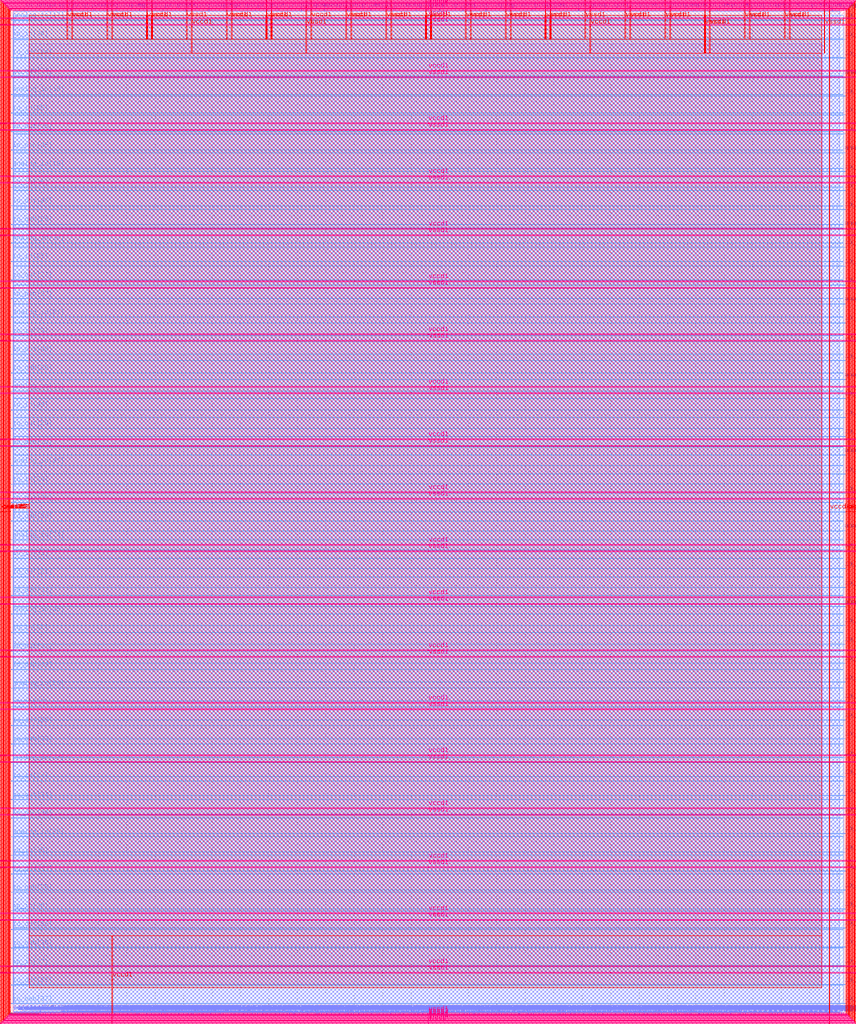
<source format=lef>
VERSION 5.7 ;
  NOWIREEXTENSIONATPIN ON ;
  DIVIDERCHAR "/" ;
  BUSBITCHARS "[]" ;
MACRO user_project_wrapper
  CLASS BLOCK ;
  FOREIGN user_project_wrapper ;
  ORIGIN 0.000 0.000 ;
  SIZE 2920.000 BY 3520.000 ;
  PIN analog_io[0]
    DIRECTION INOUT ;
    USE SIGNAL ;
    PORT
      LAYER met3 ;
        RECT 2917.600 1426.380 2924.800 1427.580 ;
    END
  END analog_io[0]
  PIN analog_io[10]
    DIRECTION INOUT ;
    USE SIGNAL ;
    PORT
      LAYER met2 ;
        RECT 2230.490 3517.600 2231.050 3524.800 ;
    END
  END analog_io[10]
  PIN analog_io[11]
    DIRECTION INOUT ;
    USE SIGNAL ;
    PORT
      LAYER met2 ;
        RECT 1905.730 3517.600 1906.290 3524.800 ;
    END
  END analog_io[11]
  PIN analog_io[12]
    DIRECTION INOUT ;
    USE SIGNAL ;
    PORT
      LAYER met2 ;
        RECT 1581.430 3517.600 1581.990 3524.800 ;
    END
  END analog_io[12]
  PIN analog_io[13]
    DIRECTION INOUT ;
    USE SIGNAL ;
    PORT
      LAYER met2 ;
        RECT 1257.130 3517.600 1257.690 3524.800 ;
    END
  END analog_io[13]
  PIN analog_io[14]
    DIRECTION INOUT ;
    USE SIGNAL ;
    PORT
      LAYER met2 ;
        RECT 932.370 3517.600 932.930 3524.800 ;
    END
  END analog_io[14]
  PIN analog_io[15]
    DIRECTION INOUT ;
    USE SIGNAL ;
    PORT
      LAYER met2 ;
        RECT 608.070 3517.600 608.630 3524.800 ;
    END
  END analog_io[15]
  PIN analog_io[16]
    DIRECTION INOUT ;
    USE SIGNAL ;
    PORT
      LAYER met2 ;
        RECT 283.770 3517.600 284.330 3524.800 ;
    END
  END analog_io[16]
  PIN analog_io[17]
    DIRECTION INOUT ;
    USE SIGNAL ;
    PORT
      LAYER met3 ;
        RECT -4.800 3486.100 2.400 3487.300 ;
    END
  END analog_io[17]
  PIN analog_io[18]
    DIRECTION INOUT ;
    USE SIGNAL ;
    PORT
      LAYER met3 ;
        RECT -4.800 3224.980 2.400 3226.180 ;
    END
  END analog_io[18]
  PIN analog_io[19]
    DIRECTION INOUT ;
    USE SIGNAL ;
    PORT
      LAYER met3 ;
        RECT -4.800 2964.540 2.400 2965.740 ;
    END
  END analog_io[19]
  PIN analog_io[1]
    DIRECTION INOUT ;
    USE SIGNAL ;
    PORT
      LAYER met3 ;
        RECT 2917.600 1692.260 2924.800 1693.460 ;
    END
  END analog_io[1]
  PIN analog_io[20]
    DIRECTION INOUT ;
    USE SIGNAL ;
    PORT
      LAYER met3 ;
        RECT -4.800 2703.420 2.400 2704.620 ;
    END
  END analog_io[20]
  PIN analog_io[21]
    DIRECTION INOUT ;
    USE SIGNAL ;
    PORT
      LAYER met3 ;
        RECT -4.800 2442.980 2.400 2444.180 ;
    END
  END analog_io[21]
  PIN analog_io[22]
    DIRECTION INOUT ;
    USE SIGNAL ;
    PORT
      LAYER met3 ;
        RECT -4.800 2182.540 2.400 2183.740 ;
    END
  END analog_io[22]
  PIN analog_io[23]
    DIRECTION INOUT ;
    USE SIGNAL ;
    PORT
      LAYER met3 ;
        RECT -4.800 1921.420 2.400 1922.620 ;
    END
  END analog_io[23]
  PIN analog_io[24]
    DIRECTION INOUT ;
    USE SIGNAL ;
    PORT
      LAYER met3 ;
        RECT -4.800 1660.980 2.400 1662.180 ;
    END
  END analog_io[24]
  PIN analog_io[25]
    DIRECTION INOUT ;
    USE SIGNAL ;
    PORT
      LAYER met3 ;
        RECT -4.800 1399.860 2.400 1401.060 ;
    END
  END analog_io[25]
  PIN analog_io[26]
    DIRECTION INOUT ;
    USE SIGNAL ;
    PORT
      LAYER met3 ;
        RECT -4.800 1139.420 2.400 1140.620 ;
    END
  END analog_io[26]
  PIN analog_io[27]
    DIRECTION INOUT ;
    USE SIGNAL ;
    PORT
      LAYER met3 ;
        RECT -4.800 878.980 2.400 880.180 ;
    END
  END analog_io[27]
  PIN analog_io[28]
    DIRECTION INOUT ;
    USE SIGNAL ;
    PORT
      LAYER met3 ;
        RECT -4.800 617.860 2.400 619.060 ;
    END
  END analog_io[28]
  PIN analog_io[2]
    DIRECTION INOUT ;
    USE SIGNAL ;
    PORT
      LAYER met3 ;
        RECT 2917.600 1958.140 2924.800 1959.340 ;
    END
  END analog_io[2]
  PIN analog_io[3]
    DIRECTION INOUT ;
    USE SIGNAL ;
    PORT
      LAYER met3 ;
        RECT 2917.600 2223.340 2924.800 2224.540 ;
    END
  END analog_io[3]
  PIN analog_io[4]
    DIRECTION INOUT ;
    USE SIGNAL ;
    PORT
      LAYER met3 ;
        RECT 2917.600 2489.220 2924.800 2490.420 ;
    END
  END analog_io[4]
  PIN analog_io[5]
    DIRECTION INOUT ;
    USE SIGNAL ;
    PORT
      LAYER met3 ;
        RECT 2917.600 2755.100 2924.800 2756.300 ;
    END
  END analog_io[5]
  PIN analog_io[6]
    DIRECTION INOUT ;
    USE SIGNAL ;
    PORT
      LAYER met3 ;
        RECT 2917.600 3020.300 2924.800 3021.500 ;
    END
  END analog_io[6]
  PIN analog_io[7]
    DIRECTION INOUT ;
    USE SIGNAL ;
    PORT
      LAYER met3 ;
        RECT 2917.600 3286.180 2924.800 3287.380 ;
    END
  END analog_io[7]
  PIN analog_io[8]
    DIRECTION INOUT ;
    USE SIGNAL ;
    PORT
      LAYER met2 ;
        RECT 2879.090 3517.600 2879.650 3524.800 ;
    END
  END analog_io[8]
  PIN analog_io[9]
    DIRECTION INOUT ;
    USE SIGNAL ;
    PORT
      LAYER met2 ;
        RECT 2554.790 3517.600 2555.350 3524.800 ;
    END
  END analog_io[9]
  PIN io_in[0]
    DIRECTION INPUT ;
    USE SIGNAL ;
    PORT
      LAYER met3 ;
        RECT 2917.600 32.380 2924.800 33.580 ;
    END
  END io_in[0]
  PIN io_in[10]
    DIRECTION INPUT ;
    USE SIGNAL ;
    PORT
      LAYER met3 ;
        RECT 2917.600 2289.980 2924.800 2291.180 ;
    END
  END io_in[10]
  PIN io_in[11]
    DIRECTION INPUT ;
    USE SIGNAL ;
    PORT
      LAYER met3 ;
        RECT 2917.600 2555.860 2924.800 2557.060 ;
    END
  END io_in[11]
  PIN io_in[12]
    DIRECTION INPUT ;
    USE SIGNAL ;
    PORT
      LAYER met3 ;
        RECT 2917.600 2821.060 2924.800 2822.260 ;
    END
  END io_in[12]
  PIN io_in[13]
    DIRECTION INPUT ;
    USE SIGNAL ;
    PORT
      LAYER met3 ;
        RECT 2917.600 3086.940 2924.800 3088.140 ;
    END
  END io_in[13]
  PIN io_in[14]
    DIRECTION INPUT ;
    USE SIGNAL ;
    PORT
      LAYER met3 ;
        RECT 2917.600 3352.820 2924.800 3354.020 ;
    END
  END io_in[14]
  PIN io_in[15]
    DIRECTION INPUT ;
    USE SIGNAL ;
    PORT
      LAYER met2 ;
        RECT 2798.130 3517.600 2798.690 3524.800 ;
    END
  END io_in[15]
  PIN io_in[16]
    DIRECTION INPUT ;
    USE SIGNAL ;
    PORT
      LAYER met2 ;
        RECT 2473.830 3517.600 2474.390 3524.800 ;
    END
  END io_in[16]
  PIN io_in[17]
    DIRECTION INPUT ;
    USE SIGNAL ;
    PORT
      LAYER met2 ;
        RECT 2149.070 3517.600 2149.630 3524.800 ;
    END
  END io_in[17]
  PIN io_in[18]
    DIRECTION INPUT ;
    USE SIGNAL ;
    PORT
      LAYER met2 ;
        RECT 1824.770 3517.600 1825.330 3524.800 ;
    END
  END io_in[18]
  PIN io_in[19]
    DIRECTION INPUT ;
    USE SIGNAL ;
    PORT
      LAYER met2 ;
        RECT 1500.470 3517.600 1501.030 3524.800 ;
    END
  END io_in[19]
  PIN io_in[1]
    DIRECTION INPUT ;
    USE SIGNAL ;
    PORT
      LAYER met3 ;
        RECT 2917.600 230.940 2924.800 232.140 ;
    END
  END io_in[1]
  PIN io_in[20]
    DIRECTION INPUT ;
    USE SIGNAL ;
    PORT
      LAYER met2 ;
        RECT 1175.710 3517.600 1176.270 3524.800 ;
    END
  END io_in[20]
  PIN io_in[21]
    DIRECTION INPUT ;
    USE SIGNAL ;
    PORT
      LAYER met2 ;
        RECT 851.410 3517.600 851.970 3524.800 ;
    END
  END io_in[21]
  PIN io_in[22]
    DIRECTION INPUT ;
    USE SIGNAL ;
    PORT
      LAYER met2 ;
        RECT 527.110 3517.600 527.670 3524.800 ;
    END
  END io_in[22]
  PIN io_in[23]
    DIRECTION INPUT ;
    USE SIGNAL ;
    PORT
      LAYER met2 ;
        RECT 202.350 3517.600 202.910 3524.800 ;
    END
  END io_in[23]
  PIN io_in[24]
    DIRECTION INPUT ;
    USE SIGNAL ;
    PORT
      LAYER met3 ;
        RECT -4.800 3420.820 2.400 3422.020 ;
    END
  END io_in[24]
  PIN io_in[25]
    DIRECTION INPUT ;
    USE SIGNAL ;
    PORT
      LAYER met3 ;
        RECT -4.800 3159.700 2.400 3160.900 ;
    END
  END io_in[25]
  PIN io_in[26]
    DIRECTION INPUT ;
    USE SIGNAL ;
    PORT
      LAYER met3 ;
        RECT -4.800 2899.260 2.400 2900.460 ;
    END
  END io_in[26]
  PIN io_in[27]
    DIRECTION INPUT ;
    USE SIGNAL ;
    PORT
      LAYER met3 ;
        RECT -4.800 2638.820 2.400 2640.020 ;
    END
  END io_in[27]
  PIN io_in[28]
    DIRECTION INPUT ;
    USE SIGNAL ;
    PORT
      LAYER met3 ;
        RECT -4.800 2377.700 2.400 2378.900 ;
    END
  END io_in[28]
  PIN io_in[29]
    DIRECTION INPUT ;
    USE SIGNAL ;
    PORT
      LAYER met3 ;
        RECT -4.800 2117.260 2.400 2118.460 ;
    END
  END io_in[29]
  PIN io_in[2]
    DIRECTION INPUT ;
    USE SIGNAL ;
    PORT
      LAYER met3 ;
        RECT 2917.600 430.180 2924.800 431.380 ;
    END
  END io_in[2]
  PIN io_in[30]
    DIRECTION INPUT ;
    USE SIGNAL ;
    PORT
      LAYER met3 ;
        RECT -4.800 1856.140 2.400 1857.340 ;
    END
  END io_in[30]
  PIN io_in[31]
    DIRECTION INPUT ;
    USE SIGNAL ;
    PORT
      LAYER met3 ;
        RECT -4.800 1595.700 2.400 1596.900 ;
    END
  END io_in[31]
  PIN io_in[32]
    DIRECTION INPUT ;
    USE SIGNAL ;
    PORT
      LAYER met3 ;
        RECT -4.800 1335.260 2.400 1336.460 ;
    END
  END io_in[32]
  PIN io_in[33]
    DIRECTION INPUT ;
    USE SIGNAL ;
    PORT
      LAYER met3 ;
        RECT -4.800 1074.140 2.400 1075.340 ;
    END
  END io_in[33]
  PIN io_in[34]
    DIRECTION INPUT ;
    USE SIGNAL ;
    PORT
      LAYER met3 ;
        RECT -4.800 813.700 2.400 814.900 ;
    END
  END io_in[34]
  PIN io_in[35]
    DIRECTION INPUT ;
    USE SIGNAL ;
    PORT
      LAYER met3 ;
        RECT -4.800 552.580 2.400 553.780 ;
    END
  END io_in[35]
  PIN io_in[36]
    DIRECTION INPUT ;
    USE SIGNAL ;
    PORT
      LAYER met3 ;
        RECT -4.800 357.420 2.400 358.620 ;
    END
  END io_in[36]
  PIN io_in[37]
    DIRECTION INPUT ;
    USE SIGNAL ;
    PORT
      LAYER met3 ;
        RECT -4.800 161.580 2.400 162.780 ;
    END
  END io_in[37]
  PIN io_in[3]
    DIRECTION INPUT ;
    USE SIGNAL ;
    PORT
      LAYER met3 ;
        RECT 2917.600 629.420 2924.800 630.620 ;
    END
  END io_in[3]
  PIN io_in[4]
    DIRECTION INPUT ;
    USE SIGNAL ;
    PORT
      LAYER met3 ;
        RECT 2917.600 828.660 2924.800 829.860 ;
    END
  END io_in[4]
  PIN io_in[5]
    DIRECTION INPUT ;
    USE SIGNAL ;
    PORT
      LAYER met3 ;
        RECT 2917.600 1027.900 2924.800 1029.100 ;
    END
  END io_in[5]
  PIN io_in[6]
    DIRECTION INPUT ;
    USE SIGNAL ;
    PORT
      LAYER met3 ;
        RECT 2917.600 1227.140 2924.800 1228.340 ;
    END
  END io_in[6]
  PIN io_in[7]
    DIRECTION INPUT ;
    USE SIGNAL ;
    PORT
      LAYER met3 ;
        RECT 2917.600 1493.020 2924.800 1494.220 ;
    END
  END io_in[7]
  PIN io_in[8]
    DIRECTION INPUT ;
    USE SIGNAL ;
    PORT
      LAYER met3 ;
        RECT 2917.600 1758.900 2924.800 1760.100 ;
    END
  END io_in[8]
  PIN io_in[9]
    DIRECTION INPUT ;
    USE SIGNAL ;
    PORT
      LAYER met3 ;
        RECT 2917.600 2024.100 2924.800 2025.300 ;
    END
  END io_in[9]
  PIN io_oeb[0]
    DIRECTION OUTPUT TRISTATE ;
    USE SIGNAL ;
    PORT
      LAYER met3 ;
        RECT 2917.600 164.980 2924.800 166.180 ;
    END
  END io_oeb[0]
  PIN io_oeb[10]
    DIRECTION OUTPUT TRISTATE ;
    USE SIGNAL ;
    PORT
      LAYER met3 ;
        RECT 2917.600 2422.580 2924.800 2423.780 ;
    END
  END io_oeb[10]
  PIN io_oeb[11]
    DIRECTION OUTPUT TRISTATE ;
    USE SIGNAL ;
    PORT
      LAYER met3 ;
        RECT 2917.600 2688.460 2924.800 2689.660 ;
    END
  END io_oeb[11]
  PIN io_oeb[12]
    DIRECTION OUTPUT TRISTATE ;
    USE SIGNAL ;
    PORT
      LAYER met3 ;
        RECT 2917.600 2954.340 2924.800 2955.540 ;
    END
  END io_oeb[12]
  PIN io_oeb[13]
    DIRECTION OUTPUT TRISTATE ;
    USE SIGNAL ;
    PORT
      LAYER met3 ;
        RECT 2917.600 3219.540 2924.800 3220.740 ;
    END
  END io_oeb[13]
  PIN io_oeb[14]
    DIRECTION OUTPUT TRISTATE ;
    USE SIGNAL ;
    PORT
      LAYER met3 ;
        RECT 2917.600 3485.420 2924.800 3486.620 ;
    END
  END io_oeb[14]
  PIN io_oeb[15]
    DIRECTION OUTPUT TRISTATE ;
    USE SIGNAL ;
    PORT
      LAYER met2 ;
        RECT 2635.750 3517.600 2636.310 3524.800 ;
    END
  END io_oeb[15]
  PIN io_oeb[16]
    DIRECTION OUTPUT TRISTATE ;
    USE SIGNAL ;
    PORT
      LAYER met2 ;
        RECT 2311.450 3517.600 2312.010 3524.800 ;
    END
  END io_oeb[16]
  PIN io_oeb[17]
    DIRECTION OUTPUT TRISTATE ;
    USE SIGNAL ;
    PORT
      LAYER met2 ;
        RECT 1987.150 3517.600 1987.710 3524.800 ;
    END
  END io_oeb[17]
  PIN io_oeb[18]
    DIRECTION OUTPUT TRISTATE ;
    USE SIGNAL ;
    PORT
      LAYER met2 ;
        RECT 1662.390 3517.600 1662.950 3524.800 ;
    END
  END io_oeb[18]
  PIN io_oeb[19]
    DIRECTION OUTPUT TRISTATE ;
    USE SIGNAL ;
    PORT
      LAYER met2 ;
        RECT 1338.090 3517.600 1338.650 3524.800 ;
    END
  END io_oeb[19]
  PIN io_oeb[1]
    DIRECTION OUTPUT TRISTATE ;
    USE SIGNAL ;
    PORT
      LAYER met3 ;
        RECT 2917.600 364.220 2924.800 365.420 ;
    END
  END io_oeb[1]
  PIN io_oeb[20]
    DIRECTION OUTPUT TRISTATE ;
    USE SIGNAL ;
    PORT
      LAYER met2 ;
        RECT 1013.790 3517.600 1014.350 3524.800 ;
    END
  END io_oeb[20]
  PIN io_oeb[21]
    DIRECTION OUTPUT TRISTATE ;
    USE SIGNAL ;
    PORT
      LAYER met2 ;
        RECT 689.030 3517.600 689.590 3524.800 ;
    END
  END io_oeb[21]
  PIN io_oeb[22]
    DIRECTION OUTPUT TRISTATE ;
    USE SIGNAL ;
    PORT
      LAYER met2 ;
        RECT 364.730 3517.600 365.290 3524.800 ;
    END
  END io_oeb[22]
  PIN io_oeb[23]
    DIRECTION OUTPUT TRISTATE ;
    USE SIGNAL ;
    PORT
      LAYER met2 ;
        RECT 40.430 3517.600 40.990 3524.800 ;
    END
  END io_oeb[23]
  PIN io_oeb[24]
    DIRECTION OUTPUT TRISTATE ;
    USE SIGNAL ;
    PORT
      LAYER met3 ;
        RECT -4.800 3290.260 2.400 3291.460 ;
    END
  END io_oeb[24]
  PIN io_oeb[25]
    DIRECTION OUTPUT TRISTATE ;
    USE SIGNAL ;
    PORT
      LAYER met3 ;
        RECT -4.800 3029.820 2.400 3031.020 ;
    END
  END io_oeb[25]
  PIN io_oeb[26]
    DIRECTION OUTPUT TRISTATE ;
    USE SIGNAL ;
    PORT
      LAYER met3 ;
        RECT -4.800 2768.700 2.400 2769.900 ;
    END
  END io_oeb[26]
  PIN io_oeb[27]
    DIRECTION OUTPUT TRISTATE ;
    USE SIGNAL ;
    PORT
      LAYER met3 ;
        RECT -4.800 2508.260 2.400 2509.460 ;
    END
  END io_oeb[27]
  PIN io_oeb[28]
    DIRECTION OUTPUT TRISTATE ;
    USE SIGNAL ;
    PORT
      LAYER met3 ;
        RECT -4.800 2247.140 2.400 2248.340 ;
    END
  END io_oeb[28]
  PIN io_oeb[29]
    DIRECTION OUTPUT TRISTATE ;
    USE SIGNAL ;
    PORT
      LAYER met3 ;
        RECT -4.800 1986.700 2.400 1987.900 ;
    END
  END io_oeb[29]
  PIN io_oeb[2]
    DIRECTION OUTPUT TRISTATE ;
    USE SIGNAL ;
    PORT
      LAYER met3 ;
        RECT 2917.600 563.460 2924.800 564.660 ;
    END
  END io_oeb[2]
  PIN io_oeb[30]
    DIRECTION OUTPUT TRISTATE ;
    USE SIGNAL ;
    PORT
      LAYER met3 ;
        RECT -4.800 1726.260 2.400 1727.460 ;
    END
  END io_oeb[30]
  PIN io_oeb[31]
    DIRECTION OUTPUT TRISTATE ;
    USE SIGNAL ;
    PORT
      LAYER met3 ;
        RECT -4.800 1465.140 2.400 1466.340 ;
    END
  END io_oeb[31]
  PIN io_oeb[32]
    DIRECTION OUTPUT TRISTATE ;
    USE SIGNAL ;
    PORT
      LAYER met3 ;
        RECT -4.800 1204.700 2.400 1205.900 ;
    END
  END io_oeb[32]
  PIN io_oeb[33]
    DIRECTION OUTPUT TRISTATE ;
    USE SIGNAL ;
    PORT
      LAYER met3 ;
        RECT -4.800 943.580 2.400 944.780 ;
    END
  END io_oeb[33]
  PIN io_oeb[34]
    DIRECTION OUTPUT TRISTATE ;
    USE SIGNAL ;
    PORT
      LAYER met3 ;
        RECT -4.800 683.140 2.400 684.340 ;
    END
  END io_oeb[34]
  PIN io_oeb[35]
    DIRECTION OUTPUT TRISTATE ;
    USE SIGNAL ;
    PORT
      LAYER met3 ;
        RECT -4.800 422.700 2.400 423.900 ;
    END
  END io_oeb[35]
  PIN io_oeb[36]
    DIRECTION OUTPUT TRISTATE ;
    USE SIGNAL ;
    PORT
      LAYER met3 ;
        RECT -4.800 226.860 2.400 228.060 ;
    END
  END io_oeb[36]
  PIN io_oeb[37]
    DIRECTION OUTPUT TRISTATE ;
    USE SIGNAL ;
    PORT
      LAYER met3 ;
        RECT -4.800 31.700 2.400 32.900 ;
    END
  END io_oeb[37]
  PIN io_oeb[3]
    DIRECTION OUTPUT TRISTATE ;
    USE SIGNAL ;
    PORT
      LAYER met3 ;
        RECT 2917.600 762.700 2924.800 763.900 ;
    END
  END io_oeb[3]
  PIN io_oeb[4]
    DIRECTION OUTPUT TRISTATE ;
    USE SIGNAL ;
    PORT
      LAYER met3 ;
        RECT 2917.600 961.940 2924.800 963.140 ;
    END
  END io_oeb[4]
  PIN io_oeb[5]
    DIRECTION OUTPUT TRISTATE ;
    USE SIGNAL ;
    PORT
      LAYER met3 ;
        RECT 2917.600 1161.180 2924.800 1162.380 ;
    END
  END io_oeb[5]
  PIN io_oeb[6]
    DIRECTION OUTPUT TRISTATE ;
    USE SIGNAL ;
    PORT
      LAYER met3 ;
        RECT 2917.600 1360.420 2924.800 1361.620 ;
    END
  END io_oeb[6]
  PIN io_oeb[7]
    DIRECTION OUTPUT TRISTATE ;
    USE SIGNAL ;
    PORT
      LAYER met3 ;
        RECT 2917.600 1625.620 2924.800 1626.820 ;
    END
  END io_oeb[7]
  PIN io_oeb[8]
    DIRECTION OUTPUT TRISTATE ;
    USE SIGNAL ;
    PORT
      LAYER met3 ;
        RECT 2917.600 1891.500 2924.800 1892.700 ;
    END
  END io_oeb[8]
  PIN io_oeb[9]
    DIRECTION OUTPUT TRISTATE ;
    USE SIGNAL ;
    PORT
      LAYER met3 ;
        RECT 2917.600 2157.380 2924.800 2158.580 ;
    END
  END io_oeb[9]
  PIN io_out[0]
    DIRECTION OUTPUT TRISTATE ;
    USE SIGNAL ;
    PORT
      LAYER met3 ;
        RECT 2917.600 98.340 2924.800 99.540 ;
    END
  END io_out[0]
  PIN io_out[10]
    DIRECTION OUTPUT TRISTATE ;
    USE SIGNAL ;
    PORT
      LAYER met3 ;
        RECT 2917.600 2356.620 2924.800 2357.820 ;
    END
  END io_out[10]
  PIN io_out[11]
    DIRECTION OUTPUT TRISTATE ;
    USE SIGNAL ;
    PORT
      LAYER met3 ;
        RECT 2917.600 2621.820 2924.800 2623.020 ;
    END
  END io_out[11]
  PIN io_out[12]
    DIRECTION OUTPUT TRISTATE ;
    USE SIGNAL ;
    PORT
      LAYER met3 ;
        RECT 2917.600 2887.700 2924.800 2888.900 ;
    END
  END io_out[12]
  PIN io_out[13]
    DIRECTION OUTPUT TRISTATE ;
    USE SIGNAL ;
    PORT
      LAYER met3 ;
        RECT 2917.600 3153.580 2924.800 3154.780 ;
    END
  END io_out[13]
  PIN io_out[14]
    DIRECTION OUTPUT TRISTATE ;
    USE SIGNAL ;
    PORT
      LAYER met3 ;
        RECT 2917.600 3418.780 2924.800 3419.980 ;
    END
  END io_out[14]
  PIN io_out[15]
    DIRECTION OUTPUT TRISTATE ;
    USE SIGNAL ;
    PORT
      LAYER met2 ;
        RECT 2717.170 3517.600 2717.730 3524.800 ;
    END
  END io_out[15]
  PIN io_out[16]
    DIRECTION OUTPUT TRISTATE ;
    USE SIGNAL ;
    PORT
      LAYER met2 ;
        RECT 2392.410 3517.600 2392.970 3524.800 ;
    END
  END io_out[16]
  PIN io_out[17]
    DIRECTION OUTPUT TRISTATE ;
    USE SIGNAL ;
    PORT
      LAYER met2 ;
        RECT 2068.110 3517.600 2068.670 3524.800 ;
    END
  END io_out[17]
  PIN io_out[18]
    DIRECTION OUTPUT TRISTATE ;
    USE SIGNAL ;
    PORT
      LAYER met2 ;
        RECT 1743.810 3517.600 1744.370 3524.800 ;
    END
  END io_out[18]
  PIN io_out[19]
    DIRECTION OUTPUT TRISTATE ;
    USE SIGNAL ;
    PORT
      LAYER met2 ;
        RECT 1419.050 3517.600 1419.610 3524.800 ;
    END
  END io_out[19]
  PIN io_out[1]
    DIRECTION OUTPUT TRISTATE ;
    USE SIGNAL ;
    PORT
      LAYER met3 ;
        RECT 2917.600 297.580 2924.800 298.780 ;
    END
  END io_out[1]
  PIN io_out[20]
    DIRECTION OUTPUT TRISTATE ;
    USE SIGNAL ;
    PORT
      LAYER met2 ;
        RECT 1094.750 3517.600 1095.310 3524.800 ;
    END
  END io_out[20]
  PIN io_out[21]
    DIRECTION OUTPUT TRISTATE ;
    USE SIGNAL ;
    PORT
      LAYER met2 ;
        RECT 770.450 3517.600 771.010 3524.800 ;
    END
  END io_out[21]
  PIN io_out[22]
    DIRECTION OUTPUT TRISTATE ;
    USE SIGNAL ;
    PORT
      LAYER met2 ;
        RECT 445.690 3517.600 446.250 3524.800 ;
    END
  END io_out[22]
  PIN io_out[23]
    DIRECTION OUTPUT TRISTATE ;
    USE SIGNAL ;
    PORT
      LAYER met2 ;
        RECT 121.390 3517.600 121.950 3524.800 ;
    END
  END io_out[23]
  PIN io_out[24]
    DIRECTION OUTPUT TRISTATE ;
    USE SIGNAL ;
    PORT
      LAYER met3 ;
        RECT -4.800 3355.540 2.400 3356.740 ;
    END
  END io_out[24]
  PIN io_out[25]
    DIRECTION OUTPUT TRISTATE ;
    USE SIGNAL ;
    PORT
      LAYER met3 ;
        RECT -4.800 3095.100 2.400 3096.300 ;
    END
  END io_out[25]
  PIN io_out[26]
    DIRECTION OUTPUT TRISTATE ;
    USE SIGNAL ;
    PORT
      LAYER met3 ;
        RECT -4.800 2833.980 2.400 2835.180 ;
    END
  END io_out[26]
  PIN io_out[27]
    DIRECTION OUTPUT TRISTATE ;
    USE SIGNAL ;
    PORT
      LAYER met3 ;
        RECT -4.800 2573.540 2.400 2574.740 ;
    END
  END io_out[27]
  PIN io_out[28]
    DIRECTION OUTPUT TRISTATE ;
    USE SIGNAL ;
    PORT
      LAYER met3 ;
        RECT -4.800 2312.420 2.400 2313.620 ;
    END
  END io_out[28]
  PIN io_out[29]
    DIRECTION OUTPUT TRISTATE ;
    USE SIGNAL ;
    PORT
      LAYER met3 ;
        RECT -4.800 2051.980 2.400 2053.180 ;
    END
  END io_out[29]
  PIN io_out[2]
    DIRECTION OUTPUT TRISTATE ;
    USE SIGNAL ;
    PORT
      LAYER met3 ;
        RECT 2917.600 496.820 2924.800 498.020 ;
    END
  END io_out[2]
  PIN io_out[30]
    DIRECTION OUTPUT TRISTATE ;
    USE SIGNAL ;
    PORT
      LAYER met3 ;
        RECT -4.800 1791.540 2.400 1792.740 ;
    END
  END io_out[30]
  PIN io_out[31]
    DIRECTION OUTPUT TRISTATE ;
    USE SIGNAL ;
    PORT
      LAYER met3 ;
        RECT -4.800 1530.420 2.400 1531.620 ;
    END
  END io_out[31]
  PIN io_out[32]
    DIRECTION OUTPUT TRISTATE ;
    USE SIGNAL ;
    PORT
      LAYER met3 ;
        RECT -4.800 1269.980 2.400 1271.180 ;
    END
  END io_out[32]
  PIN io_out[33]
    DIRECTION OUTPUT TRISTATE ;
    USE SIGNAL ;
    PORT
      LAYER met3 ;
        RECT -4.800 1008.860 2.400 1010.060 ;
    END
  END io_out[33]
  PIN io_out[34]
    DIRECTION OUTPUT TRISTATE ;
    USE SIGNAL ;
    PORT
      LAYER met3 ;
        RECT -4.800 748.420 2.400 749.620 ;
    END
  END io_out[34]
  PIN io_out[35]
    DIRECTION OUTPUT TRISTATE ;
    USE SIGNAL ;
    PORT
      LAYER met3 ;
        RECT -4.800 487.300 2.400 488.500 ;
    END
  END io_out[35]
  PIN io_out[36]
    DIRECTION OUTPUT TRISTATE ;
    USE SIGNAL ;
    PORT
      LAYER met3 ;
        RECT -4.800 292.140 2.400 293.340 ;
    END
  END io_out[36]
  PIN io_out[37]
    DIRECTION OUTPUT TRISTATE ;
    USE SIGNAL ;
    PORT
      LAYER met3 ;
        RECT -4.800 96.300 2.400 97.500 ;
    END
  END io_out[37]
  PIN io_out[3]
    DIRECTION OUTPUT TRISTATE ;
    USE SIGNAL ;
    PORT
      LAYER met3 ;
        RECT 2917.600 696.060 2924.800 697.260 ;
    END
  END io_out[3]
  PIN io_out[4]
    DIRECTION OUTPUT TRISTATE ;
    USE SIGNAL ;
    PORT
      LAYER met3 ;
        RECT 2917.600 895.300 2924.800 896.500 ;
    END
  END io_out[4]
  PIN io_out[5]
    DIRECTION OUTPUT TRISTATE ;
    USE SIGNAL ;
    PORT
      LAYER met3 ;
        RECT 2917.600 1094.540 2924.800 1095.740 ;
    END
  END io_out[5]
  PIN io_out[6]
    DIRECTION OUTPUT TRISTATE ;
    USE SIGNAL ;
    PORT
      LAYER met3 ;
        RECT 2917.600 1293.780 2924.800 1294.980 ;
    END
  END io_out[6]
  PIN io_out[7]
    DIRECTION OUTPUT TRISTATE ;
    USE SIGNAL ;
    PORT
      LAYER met3 ;
        RECT 2917.600 1559.660 2924.800 1560.860 ;
    END
  END io_out[7]
  PIN io_out[8]
    DIRECTION OUTPUT TRISTATE ;
    USE SIGNAL ;
    PORT
      LAYER met3 ;
        RECT 2917.600 1824.860 2924.800 1826.060 ;
    END
  END io_out[8]
  PIN io_out[9]
    DIRECTION OUTPUT TRISTATE ;
    USE SIGNAL ;
    PORT
      LAYER met3 ;
        RECT 2917.600 2090.740 2924.800 2091.940 ;
    END
  END io_out[9]
  PIN la_data_in[0]
    DIRECTION INPUT ;
    USE SIGNAL ;
    PORT
      LAYER met2 ;
        RECT 629.230 -4.800 629.790 2.400 ;
    END
  END la_data_in[0]
  PIN la_data_in[100]
    DIRECTION INPUT ;
    USE SIGNAL ;
    PORT
      LAYER met2 ;
        RECT 2402.530 -4.800 2403.090 2.400 ;
    END
  END la_data_in[100]
  PIN la_data_in[101]
    DIRECTION INPUT ;
    USE SIGNAL ;
    PORT
      LAYER met2 ;
        RECT 2420.010 -4.800 2420.570 2.400 ;
    END
  END la_data_in[101]
  PIN la_data_in[102]
    DIRECTION INPUT ;
    USE SIGNAL ;
    PORT
      LAYER met2 ;
        RECT 2437.950 -4.800 2438.510 2.400 ;
    END
  END la_data_in[102]
  PIN la_data_in[103]
    DIRECTION INPUT ;
    USE SIGNAL ;
    PORT
      LAYER met2 ;
        RECT 2455.430 -4.800 2455.990 2.400 ;
    END
  END la_data_in[103]
  PIN la_data_in[104]
    DIRECTION INPUT ;
    USE SIGNAL ;
    PORT
      LAYER met2 ;
        RECT 2473.370 -4.800 2473.930 2.400 ;
    END
  END la_data_in[104]
  PIN la_data_in[105]
    DIRECTION INPUT ;
    USE SIGNAL ;
    PORT
      LAYER met2 ;
        RECT 2490.850 -4.800 2491.410 2.400 ;
    END
  END la_data_in[105]
  PIN la_data_in[106]
    DIRECTION INPUT ;
    USE SIGNAL ;
    PORT
      LAYER met2 ;
        RECT 2508.790 -4.800 2509.350 2.400 ;
    END
  END la_data_in[106]
  PIN la_data_in[107]
    DIRECTION INPUT ;
    USE SIGNAL ;
    PORT
      LAYER met2 ;
        RECT 2526.730 -4.800 2527.290 2.400 ;
    END
  END la_data_in[107]
  PIN la_data_in[108]
    DIRECTION INPUT ;
    USE SIGNAL ;
    PORT
      LAYER met2 ;
        RECT 2544.210 -4.800 2544.770 2.400 ;
    END
  END la_data_in[108]
  PIN la_data_in[109]
    DIRECTION INPUT ;
    USE SIGNAL ;
    PORT
      LAYER met2 ;
        RECT 2562.150 -4.800 2562.710 2.400 ;
    END
  END la_data_in[109]
  PIN la_data_in[10]
    DIRECTION INPUT ;
    USE SIGNAL ;
    PORT
      LAYER met2 ;
        RECT 806.330 -4.800 806.890 2.400 ;
    END
  END la_data_in[10]
  PIN la_data_in[110]
    DIRECTION INPUT ;
    USE SIGNAL ;
    PORT
      LAYER met2 ;
        RECT 2579.630 -4.800 2580.190 2.400 ;
    END
  END la_data_in[110]
  PIN la_data_in[111]
    DIRECTION INPUT ;
    USE SIGNAL ;
    PORT
      LAYER met2 ;
        RECT 2597.570 -4.800 2598.130 2.400 ;
    END
  END la_data_in[111]
  PIN la_data_in[112]
    DIRECTION INPUT ;
    USE SIGNAL ;
    PORT
      LAYER met2 ;
        RECT 2615.050 -4.800 2615.610 2.400 ;
    END
  END la_data_in[112]
  PIN la_data_in[113]
    DIRECTION INPUT ;
    USE SIGNAL ;
    PORT
      LAYER met2 ;
        RECT 2632.990 -4.800 2633.550 2.400 ;
    END
  END la_data_in[113]
  PIN la_data_in[114]
    DIRECTION INPUT ;
    USE SIGNAL ;
    PORT
      LAYER met2 ;
        RECT 2650.470 -4.800 2651.030 2.400 ;
    END
  END la_data_in[114]
  PIN la_data_in[115]
    DIRECTION INPUT ;
    USE SIGNAL ;
    PORT
      LAYER met2 ;
        RECT 2668.410 -4.800 2668.970 2.400 ;
    END
  END la_data_in[115]
  PIN la_data_in[116]
    DIRECTION INPUT ;
    USE SIGNAL ;
    PORT
      LAYER met2 ;
        RECT 2685.890 -4.800 2686.450 2.400 ;
    END
  END la_data_in[116]
  PIN la_data_in[117]
    DIRECTION INPUT ;
    USE SIGNAL ;
    PORT
      LAYER met2 ;
        RECT 2703.830 -4.800 2704.390 2.400 ;
    END
  END la_data_in[117]
  PIN la_data_in[118]
    DIRECTION INPUT ;
    USE SIGNAL ;
    PORT
      LAYER met2 ;
        RECT 2721.770 -4.800 2722.330 2.400 ;
    END
  END la_data_in[118]
  PIN la_data_in[119]
    DIRECTION INPUT ;
    USE SIGNAL ;
    PORT
      LAYER met2 ;
        RECT 2739.250 -4.800 2739.810 2.400 ;
    END
  END la_data_in[119]
  PIN la_data_in[11]
    DIRECTION INPUT ;
    USE SIGNAL ;
    PORT
      LAYER met2 ;
        RECT 824.270 -4.800 824.830 2.400 ;
    END
  END la_data_in[11]
  PIN la_data_in[120]
    DIRECTION INPUT ;
    USE SIGNAL ;
    PORT
      LAYER met2 ;
        RECT 2757.190 -4.800 2757.750 2.400 ;
    END
  END la_data_in[120]
  PIN la_data_in[121]
    DIRECTION INPUT ;
    USE SIGNAL ;
    PORT
      LAYER met2 ;
        RECT 2774.670 -4.800 2775.230 2.400 ;
    END
  END la_data_in[121]
  PIN la_data_in[122]
    DIRECTION INPUT ;
    USE SIGNAL ;
    PORT
      LAYER met2 ;
        RECT 2792.610 -4.800 2793.170 2.400 ;
    END
  END la_data_in[122]
  PIN la_data_in[123]
    DIRECTION INPUT ;
    USE SIGNAL ;
    PORT
      LAYER met2 ;
        RECT 2810.090 -4.800 2810.650 2.400 ;
    END
  END la_data_in[123]
  PIN la_data_in[124]
    DIRECTION INPUT ;
    USE SIGNAL ;
    PORT
      LAYER met2 ;
        RECT 2828.030 -4.800 2828.590 2.400 ;
    END
  END la_data_in[124]
  PIN la_data_in[125]
    DIRECTION INPUT ;
    USE SIGNAL ;
    PORT
      LAYER met2 ;
        RECT 2845.510 -4.800 2846.070 2.400 ;
    END
  END la_data_in[125]
  PIN la_data_in[126]
    DIRECTION INPUT ;
    USE SIGNAL ;
    PORT
      LAYER met2 ;
        RECT 2863.450 -4.800 2864.010 2.400 ;
    END
  END la_data_in[126]
  PIN la_data_in[127]
    DIRECTION INPUT ;
    USE SIGNAL ;
    PORT
      LAYER met2 ;
        RECT 2881.390 -4.800 2881.950 2.400 ;
    END
  END la_data_in[127]
  PIN la_data_in[12]
    DIRECTION INPUT ;
    USE SIGNAL ;
    PORT
      LAYER met2 ;
        RECT 841.750 -4.800 842.310 2.400 ;
    END
  END la_data_in[12]
  PIN la_data_in[13]
    DIRECTION INPUT ;
    USE SIGNAL ;
    PORT
      LAYER met2 ;
        RECT 859.690 -4.800 860.250 2.400 ;
    END
  END la_data_in[13]
  PIN la_data_in[14]
    DIRECTION INPUT ;
    USE SIGNAL ;
    PORT
      LAYER met2 ;
        RECT 877.170 -4.800 877.730 2.400 ;
    END
  END la_data_in[14]
  PIN la_data_in[15]
    DIRECTION INPUT ;
    USE SIGNAL ;
    PORT
      LAYER met2 ;
        RECT 895.110 -4.800 895.670 2.400 ;
    END
  END la_data_in[15]
  PIN la_data_in[16]
    DIRECTION INPUT ;
    USE SIGNAL ;
    PORT
      LAYER met2 ;
        RECT 912.590 -4.800 913.150 2.400 ;
    END
  END la_data_in[16]
  PIN la_data_in[17]
    DIRECTION INPUT ;
    USE SIGNAL ;
    PORT
      LAYER met2 ;
        RECT 930.530 -4.800 931.090 2.400 ;
    END
  END la_data_in[17]
  PIN la_data_in[18]
    DIRECTION INPUT ;
    USE SIGNAL ;
    PORT
      LAYER met2 ;
        RECT 948.470 -4.800 949.030 2.400 ;
    END
  END la_data_in[18]
  PIN la_data_in[19]
    DIRECTION INPUT ;
    USE SIGNAL ;
    PORT
      LAYER met2 ;
        RECT 965.950 -4.800 966.510 2.400 ;
    END
  END la_data_in[19]
  PIN la_data_in[1]
    DIRECTION INPUT ;
    USE SIGNAL ;
    PORT
      LAYER met2 ;
        RECT 646.710 -4.800 647.270 2.400 ;
    END
  END la_data_in[1]
  PIN la_data_in[20]
    DIRECTION INPUT ;
    USE SIGNAL ;
    PORT
      LAYER met2 ;
        RECT 983.890 -4.800 984.450 2.400 ;
    END
  END la_data_in[20]
  PIN la_data_in[21]
    DIRECTION INPUT ;
    USE SIGNAL ;
    PORT
      LAYER met2 ;
        RECT 1001.370 -4.800 1001.930 2.400 ;
    END
  END la_data_in[21]
  PIN la_data_in[22]
    DIRECTION INPUT ;
    USE SIGNAL ;
    PORT
      LAYER met2 ;
        RECT 1019.310 -4.800 1019.870 2.400 ;
    END
  END la_data_in[22]
  PIN la_data_in[23]
    DIRECTION INPUT ;
    USE SIGNAL ;
    PORT
      LAYER met2 ;
        RECT 1036.790 -4.800 1037.350 2.400 ;
    END
  END la_data_in[23]
  PIN la_data_in[24]
    DIRECTION INPUT ;
    USE SIGNAL ;
    PORT
      LAYER met2 ;
        RECT 1054.730 -4.800 1055.290 2.400 ;
    END
  END la_data_in[24]
  PIN la_data_in[25]
    DIRECTION INPUT ;
    USE SIGNAL ;
    PORT
      LAYER met2 ;
        RECT 1072.210 -4.800 1072.770 2.400 ;
    END
  END la_data_in[25]
  PIN la_data_in[26]
    DIRECTION INPUT ;
    USE SIGNAL ;
    PORT
      LAYER met2 ;
        RECT 1090.150 -4.800 1090.710 2.400 ;
    END
  END la_data_in[26]
  PIN la_data_in[27]
    DIRECTION INPUT ;
    USE SIGNAL ;
    PORT
      LAYER met2 ;
        RECT 1107.630 -4.800 1108.190 2.400 ;
    END
  END la_data_in[27]
  PIN la_data_in[28]
    DIRECTION INPUT ;
    USE SIGNAL ;
    PORT
      LAYER met2 ;
        RECT 1125.570 -4.800 1126.130 2.400 ;
    END
  END la_data_in[28]
  PIN la_data_in[29]
    DIRECTION INPUT ;
    USE SIGNAL ;
    PORT
      LAYER met2 ;
        RECT 1143.510 -4.800 1144.070 2.400 ;
    END
  END la_data_in[29]
  PIN la_data_in[2]
    DIRECTION INPUT ;
    USE SIGNAL ;
    PORT
      LAYER met2 ;
        RECT 664.650 -4.800 665.210 2.400 ;
    END
  END la_data_in[2]
  PIN la_data_in[30]
    DIRECTION INPUT ;
    USE SIGNAL ;
    PORT
      LAYER met2 ;
        RECT 1160.990 -4.800 1161.550 2.400 ;
    END
  END la_data_in[30]
  PIN la_data_in[31]
    DIRECTION INPUT ;
    USE SIGNAL ;
    PORT
      LAYER met2 ;
        RECT 1178.930 -4.800 1179.490 2.400 ;
    END
  END la_data_in[31]
  PIN la_data_in[32]
    DIRECTION INPUT ;
    USE SIGNAL ;
    PORT
      LAYER met2 ;
        RECT 1196.410 -4.800 1196.970 2.400 ;
    END
  END la_data_in[32]
  PIN la_data_in[33]
    DIRECTION INPUT ;
    USE SIGNAL ;
    PORT
      LAYER met2 ;
        RECT 1214.350 -4.800 1214.910 2.400 ;
    END
  END la_data_in[33]
  PIN la_data_in[34]
    DIRECTION INPUT ;
    USE SIGNAL ;
    PORT
      LAYER met2 ;
        RECT 1231.830 -4.800 1232.390 2.400 ;
    END
  END la_data_in[34]
  PIN la_data_in[35]
    DIRECTION INPUT ;
    USE SIGNAL ;
    PORT
      LAYER met2 ;
        RECT 1249.770 -4.800 1250.330 2.400 ;
    END
  END la_data_in[35]
  PIN la_data_in[36]
    DIRECTION INPUT ;
    USE SIGNAL ;
    PORT
      LAYER met2 ;
        RECT 1267.250 -4.800 1267.810 2.400 ;
    END
  END la_data_in[36]
  PIN la_data_in[37]
    DIRECTION INPUT ;
    USE SIGNAL ;
    PORT
      LAYER met2 ;
        RECT 1285.190 -4.800 1285.750 2.400 ;
    END
  END la_data_in[37]
  PIN la_data_in[38]
    DIRECTION INPUT ;
    USE SIGNAL ;
    PORT
      LAYER met2 ;
        RECT 1303.130 -4.800 1303.690 2.400 ;
    END
  END la_data_in[38]
  PIN la_data_in[39]
    DIRECTION INPUT ;
    USE SIGNAL ;
    PORT
      LAYER met2 ;
        RECT 1320.610 -4.800 1321.170 2.400 ;
    END
  END la_data_in[39]
  PIN la_data_in[3]
    DIRECTION INPUT ;
    USE SIGNAL ;
    PORT
      LAYER met2 ;
        RECT 682.130 -4.800 682.690 2.400 ;
    END
  END la_data_in[3]
  PIN la_data_in[40]
    DIRECTION INPUT ;
    USE SIGNAL ;
    PORT
      LAYER met2 ;
        RECT 1338.550 -4.800 1339.110 2.400 ;
    END
  END la_data_in[40]
  PIN la_data_in[41]
    DIRECTION INPUT ;
    USE SIGNAL ;
    PORT
      LAYER met2 ;
        RECT 1356.030 -4.800 1356.590 2.400 ;
    END
  END la_data_in[41]
  PIN la_data_in[42]
    DIRECTION INPUT ;
    USE SIGNAL ;
    PORT
      LAYER met2 ;
        RECT 1373.970 -4.800 1374.530 2.400 ;
    END
  END la_data_in[42]
  PIN la_data_in[43]
    DIRECTION INPUT ;
    USE SIGNAL ;
    PORT
      LAYER met2 ;
        RECT 1391.450 -4.800 1392.010 2.400 ;
    END
  END la_data_in[43]
  PIN la_data_in[44]
    DIRECTION INPUT ;
    USE SIGNAL ;
    PORT
      LAYER met2 ;
        RECT 1409.390 -4.800 1409.950 2.400 ;
    END
  END la_data_in[44]
  PIN la_data_in[45]
    DIRECTION INPUT ;
    USE SIGNAL ;
    PORT
      LAYER met2 ;
        RECT 1426.870 -4.800 1427.430 2.400 ;
    END
  END la_data_in[45]
  PIN la_data_in[46]
    DIRECTION INPUT ;
    USE SIGNAL ;
    PORT
      LAYER met2 ;
        RECT 1444.810 -4.800 1445.370 2.400 ;
    END
  END la_data_in[46]
  PIN la_data_in[47]
    DIRECTION INPUT ;
    USE SIGNAL ;
    PORT
      LAYER met2 ;
        RECT 1462.750 -4.800 1463.310 2.400 ;
    END
  END la_data_in[47]
  PIN la_data_in[48]
    DIRECTION INPUT ;
    USE SIGNAL ;
    PORT
      LAYER met2 ;
        RECT 1480.230 -4.800 1480.790 2.400 ;
    END
  END la_data_in[48]
  PIN la_data_in[49]
    DIRECTION INPUT ;
    USE SIGNAL ;
    PORT
      LAYER met2 ;
        RECT 1498.170 -4.800 1498.730 2.400 ;
    END
  END la_data_in[49]
  PIN la_data_in[4]
    DIRECTION INPUT ;
    USE SIGNAL ;
    PORT
      LAYER met2 ;
        RECT 700.070 -4.800 700.630 2.400 ;
    END
  END la_data_in[4]
  PIN la_data_in[50]
    DIRECTION INPUT ;
    USE SIGNAL ;
    PORT
      LAYER met2 ;
        RECT 1515.650 -4.800 1516.210 2.400 ;
    END
  END la_data_in[50]
  PIN la_data_in[51]
    DIRECTION INPUT ;
    USE SIGNAL ;
    PORT
      LAYER met2 ;
        RECT 1533.590 -4.800 1534.150 2.400 ;
    END
  END la_data_in[51]
  PIN la_data_in[52]
    DIRECTION INPUT ;
    USE SIGNAL ;
    PORT
      LAYER met2 ;
        RECT 1551.070 -4.800 1551.630 2.400 ;
    END
  END la_data_in[52]
  PIN la_data_in[53]
    DIRECTION INPUT ;
    USE SIGNAL ;
    PORT
      LAYER met2 ;
        RECT 1569.010 -4.800 1569.570 2.400 ;
    END
  END la_data_in[53]
  PIN la_data_in[54]
    DIRECTION INPUT ;
    USE SIGNAL ;
    PORT
      LAYER met2 ;
        RECT 1586.490 -4.800 1587.050 2.400 ;
    END
  END la_data_in[54]
  PIN la_data_in[55]
    DIRECTION INPUT ;
    USE SIGNAL ;
    PORT
      LAYER met2 ;
        RECT 1604.430 -4.800 1604.990 2.400 ;
    END
  END la_data_in[55]
  PIN la_data_in[56]
    DIRECTION INPUT ;
    USE SIGNAL ;
    PORT
      LAYER met2 ;
        RECT 1621.910 -4.800 1622.470 2.400 ;
    END
  END la_data_in[56]
  PIN la_data_in[57]
    DIRECTION INPUT ;
    USE SIGNAL ;
    PORT
      LAYER met2 ;
        RECT 1639.850 -4.800 1640.410 2.400 ;
    END
  END la_data_in[57]
  PIN la_data_in[58]
    DIRECTION INPUT ;
    USE SIGNAL ;
    PORT
      LAYER met2 ;
        RECT 1657.790 -4.800 1658.350 2.400 ;
    END
  END la_data_in[58]
  PIN la_data_in[59]
    DIRECTION INPUT ;
    USE SIGNAL ;
    PORT
      LAYER met2 ;
        RECT 1675.270 -4.800 1675.830 2.400 ;
    END
  END la_data_in[59]
  PIN la_data_in[5]
    DIRECTION INPUT ;
    USE SIGNAL ;
    PORT
      LAYER met2 ;
        RECT 717.550 -4.800 718.110 2.400 ;
    END
  END la_data_in[5]
  PIN la_data_in[60]
    DIRECTION INPUT ;
    USE SIGNAL ;
    PORT
      LAYER met2 ;
        RECT 1693.210 -4.800 1693.770 2.400 ;
    END
  END la_data_in[60]
  PIN la_data_in[61]
    DIRECTION INPUT ;
    USE SIGNAL ;
    PORT
      LAYER met2 ;
        RECT 1710.690 -4.800 1711.250 2.400 ;
    END
  END la_data_in[61]
  PIN la_data_in[62]
    DIRECTION INPUT ;
    USE SIGNAL ;
    PORT
      LAYER met2 ;
        RECT 1728.630 -4.800 1729.190 2.400 ;
    END
  END la_data_in[62]
  PIN la_data_in[63]
    DIRECTION INPUT ;
    USE SIGNAL ;
    PORT
      LAYER met2 ;
        RECT 1746.110 -4.800 1746.670 2.400 ;
    END
  END la_data_in[63]
  PIN la_data_in[64]
    DIRECTION INPUT ;
    USE SIGNAL ;
    PORT
      LAYER met2 ;
        RECT 1764.050 -4.800 1764.610 2.400 ;
    END
  END la_data_in[64]
  PIN la_data_in[65]
    DIRECTION INPUT ;
    USE SIGNAL ;
    PORT
      LAYER met2 ;
        RECT 1781.530 -4.800 1782.090 2.400 ;
    END
  END la_data_in[65]
  PIN la_data_in[66]
    DIRECTION INPUT ;
    USE SIGNAL ;
    PORT
      LAYER met2 ;
        RECT 1799.470 -4.800 1800.030 2.400 ;
    END
  END la_data_in[66]
  PIN la_data_in[67]
    DIRECTION INPUT ;
    USE SIGNAL ;
    PORT
      LAYER met2 ;
        RECT 1817.410 -4.800 1817.970 2.400 ;
    END
  END la_data_in[67]
  PIN la_data_in[68]
    DIRECTION INPUT ;
    USE SIGNAL ;
    PORT
      LAYER met2 ;
        RECT 1834.890 -4.800 1835.450 2.400 ;
    END
  END la_data_in[68]
  PIN la_data_in[69]
    DIRECTION INPUT ;
    USE SIGNAL ;
    PORT
      LAYER met2 ;
        RECT 1852.830 -4.800 1853.390 2.400 ;
    END
  END la_data_in[69]
  PIN la_data_in[6]
    DIRECTION INPUT ;
    USE SIGNAL ;
    PORT
      LAYER met2 ;
        RECT 735.490 -4.800 736.050 2.400 ;
    END
  END la_data_in[6]
  PIN la_data_in[70]
    DIRECTION INPUT ;
    USE SIGNAL ;
    PORT
      LAYER met2 ;
        RECT 1870.310 -4.800 1870.870 2.400 ;
    END
  END la_data_in[70]
  PIN la_data_in[71]
    DIRECTION INPUT ;
    USE SIGNAL ;
    PORT
      LAYER met2 ;
        RECT 1888.250 -4.800 1888.810 2.400 ;
    END
  END la_data_in[71]
  PIN la_data_in[72]
    DIRECTION INPUT ;
    USE SIGNAL ;
    PORT
      LAYER met2 ;
        RECT 1905.730 -4.800 1906.290 2.400 ;
    END
  END la_data_in[72]
  PIN la_data_in[73]
    DIRECTION INPUT ;
    USE SIGNAL ;
    PORT
      LAYER met2 ;
        RECT 1923.670 -4.800 1924.230 2.400 ;
    END
  END la_data_in[73]
  PIN la_data_in[74]
    DIRECTION INPUT ;
    USE SIGNAL ;
    PORT
      LAYER met2 ;
        RECT 1941.150 -4.800 1941.710 2.400 ;
    END
  END la_data_in[74]
  PIN la_data_in[75]
    DIRECTION INPUT ;
    USE SIGNAL ;
    PORT
      LAYER met2 ;
        RECT 1959.090 -4.800 1959.650 2.400 ;
    END
  END la_data_in[75]
  PIN la_data_in[76]
    DIRECTION INPUT ;
    USE SIGNAL ;
    PORT
      LAYER met2 ;
        RECT 1976.570 -4.800 1977.130 2.400 ;
    END
  END la_data_in[76]
  PIN la_data_in[77]
    DIRECTION INPUT ;
    USE SIGNAL ;
    PORT
      LAYER met2 ;
        RECT 1994.510 -4.800 1995.070 2.400 ;
    END
  END la_data_in[77]
  PIN la_data_in[78]
    DIRECTION INPUT ;
    USE SIGNAL ;
    PORT
      LAYER met2 ;
        RECT 2012.450 -4.800 2013.010 2.400 ;
    END
  END la_data_in[78]
  PIN la_data_in[79]
    DIRECTION INPUT ;
    USE SIGNAL ;
    PORT
      LAYER met2 ;
        RECT 2029.930 -4.800 2030.490 2.400 ;
    END
  END la_data_in[79]
  PIN la_data_in[7]
    DIRECTION INPUT ;
    USE SIGNAL ;
    PORT
      LAYER met2 ;
        RECT 752.970 -4.800 753.530 2.400 ;
    END
  END la_data_in[7]
  PIN la_data_in[80]
    DIRECTION INPUT ;
    USE SIGNAL ;
    PORT
      LAYER met2 ;
        RECT 2047.870 -4.800 2048.430 2.400 ;
    END
  END la_data_in[80]
  PIN la_data_in[81]
    DIRECTION INPUT ;
    USE SIGNAL ;
    PORT
      LAYER met2 ;
        RECT 2065.350 -4.800 2065.910 2.400 ;
    END
  END la_data_in[81]
  PIN la_data_in[82]
    DIRECTION INPUT ;
    USE SIGNAL ;
    PORT
      LAYER met2 ;
        RECT 2083.290 -4.800 2083.850 2.400 ;
    END
  END la_data_in[82]
  PIN la_data_in[83]
    DIRECTION INPUT ;
    USE SIGNAL ;
    PORT
      LAYER met2 ;
        RECT 2100.770 -4.800 2101.330 2.400 ;
    END
  END la_data_in[83]
  PIN la_data_in[84]
    DIRECTION INPUT ;
    USE SIGNAL ;
    PORT
      LAYER met2 ;
        RECT 2118.710 -4.800 2119.270 2.400 ;
    END
  END la_data_in[84]
  PIN la_data_in[85]
    DIRECTION INPUT ;
    USE SIGNAL ;
    PORT
      LAYER met2 ;
        RECT 2136.190 -4.800 2136.750 2.400 ;
    END
  END la_data_in[85]
  PIN la_data_in[86]
    DIRECTION INPUT ;
    USE SIGNAL ;
    PORT
      LAYER met2 ;
        RECT 2154.130 -4.800 2154.690 2.400 ;
    END
  END la_data_in[86]
  PIN la_data_in[87]
    DIRECTION INPUT ;
    USE SIGNAL ;
    PORT
      LAYER met2 ;
        RECT 2172.070 -4.800 2172.630 2.400 ;
    END
  END la_data_in[87]
  PIN la_data_in[88]
    DIRECTION INPUT ;
    USE SIGNAL ;
    PORT
      LAYER met2 ;
        RECT 2189.550 -4.800 2190.110 2.400 ;
    END
  END la_data_in[88]
  PIN la_data_in[89]
    DIRECTION INPUT ;
    USE SIGNAL ;
    PORT
      LAYER met2 ;
        RECT 2207.490 -4.800 2208.050 2.400 ;
    END
  END la_data_in[89]
  PIN la_data_in[8]
    DIRECTION INPUT ;
    USE SIGNAL ;
    PORT
      LAYER met2 ;
        RECT 770.910 -4.800 771.470 2.400 ;
    END
  END la_data_in[8]
  PIN la_data_in[90]
    DIRECTION INPUT ;
    USE SIGNAL ;
    PORT
      LAYER met2 ;
        RECT 2224.970 -4.800 2225.530 2.400 ;
    END
  END la_data_in[90]
  PIN la_data_in[91]
    DIRECTION INPUT ;
    USE SIGNAL ;
    PORT
      LAYER met2 ;
        RECT 2242.910 -4.800 2243.470 2.400 ;
    END
  END la_data_in[91]
  PIN la_data_in[92]
    DIRECTION INPUT ;
    USE SIGNAL ;
    PORT
      LAYER met2 ;
        RECT 2260.390 -4.800 2260.950 2.400 ;
    END
  END la_data_in[92]
  PIN la_data_in[93]
    DIRECTION INPUT ;
    USE SIGNAL ;
    PORT
      LAYER met2 ;
        RECT 2278.330 -4.800 2278.890 2.400 ;
    END
  END la_data_in[93]
  PIN la_data_in[94]
    DIRECTION INPUT ;
    USE SIGNAL ;
    PORT
      LAYER met2 ;
        RECT 2295.810 -4.800 2296.370 2.400 ;
    END
  END la_data_in[94]
  PIN la_data_in[95]
    DIRECTION INPUT ;
    USE SIGNAL ;
    PORT
      LAYER met2 ;
        RECT 2313.750 -4.800 2314.310 2.400 ;
    END
  END la_data_in[95]
  PIN la_data_in[96]
    DIRECTION INPUT ;
    USE SIGNAL ;
    PORT
      LAYER met2 ;
        RECT 2331.230 -4.800 2331.790 2.400 ;
    END
  END la_data_in[96]
  PIN la_data_in[97]
    DIRECTION INPUT ;
    USE SIGNAL ;
    PORT
      LAYER met2 ;
        RECT 2349.170 -4.800 2349.730 2.400 ;
    END
  END la_data_in[97]
  PIN la_data_in[98]
    DIRECTION INPUT ;
    USE SIGNAL ;
    PORT
      LAYER met2 ;
        RECT 2367.110 -4.800 2367.670 2.400 ;
    END
  END la_data_in[98]
  PIN la_data_in[99]
    DIRECTION INPUT ;
    USE SIGNAL ;
    PORT
      LAYER met2 ;
        RECT 2384.590 -4.800 2385.150 2.400 ;
    END
  END la_data_in[99]
  PIN la_data_in[9]
    DIRECTION INPUT ;
    USE SIGNAL ;
    PORT
      LAYER met2 ;
        RECT 788.850 -4.800 789.410 2.400 ;
    END
  END la_data_in[9]
  PIN la_data_out[0]
    DIRECTION OUTPUT TRISTATE ;
    USE SIGNAL ;
    PORT
      LAYER met2 ;
        RECT 634.750 -4.800 635.310 2.400 ;
    END
  END la_data_out[0]
  PIN la_data_out[100]
    DIRECTION OUTPUT TRISTATE ;
    USE SIGNAL ;
    PORT
      LAYER met2 ;
        RECT 2408.510 -4.800 2409.070 2.400 ;
    END
  END la_data_out[100]
  PIN la_data_out[101]
    DIRECTION OUTPUT TRISTATE ;
    USE SIGNAL ;
    PORT
      LAYER met2 ;
        RECT 2425.990 -4.800 2426.550 2.400 ;
    END
  END la_data_out[101]
  PIN la_data_out[102]
    DIRECTION OUTPUT TRISTATE ;
    USE SIGNAL ;
    PORT
      LAYER met2 ;
        RECT 2443.930 -4.800 2444.490 2.400 ;
    END
  END la_data_out[102]
  PIN la_data_out[103]
    DIRECTION OUTPUT TRISTATE ;
    USE SIGNAL ;
    PORT
      LAYER met2 ;
        RECT 2461.410 -4.800 2461.970 2.400 ;
    END
  END la_data_out[103]
  PIN la_data_out[104]
    DIRECTION OUTPUT TRISTATE ;
    USE SIGNAL ;
    PORT
      LAYER met2 ;
        RECT 2479.350 -4.800 2479.910 2.400 ;
    END
  END la_data_out[104]
  PIN la_data_out[105]
    DIRECTION OUTPUT TRISTATE ;
    USE SIGNAL ;
    PORT
      LAYER met2 ;
        RECT 2496.830 -4.800 2497.390 2.400 ;
    END
  END la_data_out[105]
  PIN la_data_out[106]
    DIRECTION OUTPUT TRISTATE ;
    USE SIGNAL ;
    PORT
      LAYER met2 ;
        RECT 2514.770 -4.800 2515.330 2.400 ;
    END
  END la_data_out[106]
  PIN la_data_out[107]
    DIRECTION OUTPUT TRISTATE ;
    USE SIGNAL ;
    PORT
      LAYER met2 ;
        RECT 2532.250 -4.800 2532.810 2.400 ;
    END
  END la_data_out[107]
  PIN la_data_out[108]
    DIRECTION OUTPUT TRISTATE ;
    USE SIGNAL ;
    PORT
      LAYER met2 ;
        RECT 2550.190 -4.800 2550.750 2.400 ;
    END
  END la_data_out[108]
  PIN la_data_out[109]
    DIRECTION OUTPUT TRISTATE ;
    USE SIGNAL ;
    PORT
      LAYER met2 ;
        RECT 2567.670 -4.800 2568.230 2.400 ;
    END
  END la_data_out[109]
  PIN la_data_out[10]
    DIRECTION OUTPUT TRISTATE ;
    USE SIGNAL ;
    PORT
      LAYER met2 ;
        RECT 812.310 -4.800 812.870 2.400 ;
    END
  END la_data_out[10]
  PIN la_data_out[110]
    DIRECTION OUTPUT TRISTATE ;
    USE SIGNAL ;
    PORT
      LAYER met2 ;
        RECT 2585.610 -4.800 2586.170 2.400 ;
    END
  END la_data_out[110]
  PIN la_data_out[111]
    DIRECTION OUTPUT TRISTATE ;
    USE SIGNAL ;
    PORT
      LAYER met2 ;
        RECT 2603.550 -4.800 2604.110 2.400 ;
    END
  END la_data_out[111]
  PIN la_data_out[112]
    DIRECTION OUTPUT TRISTATE ;
    USE SIGNAL ;
    PORT
      LAYER met2 ;
        RECT 2621.030 -4.800 2621.590 2.400 ;
    END
  END la_data_out[112]
  PIN la_data_out[113]
    DIRECTION OUTPUT TRISTATE ;
    USE SIGNAL ;
    PORT
      LAYER met2 ;
        RECT 2638.970 -4.800 2639.530 2.400 ;
    END
  END la_data_out[113]
  PIN la_data_out[114]
    DIRECTION OUTPUT TRISTATE ;
    USE SIGNAL ;
    PORT
      LAYER met2 ;
        RECT 2656.450 -4.800 2657.010 2.400 ;
    END
  END la_data_out[114]
  PIN la_data_out[115]
    DIRECTION OUTPUT TRISTATE ;
    USE SIGNAL ;
    PORT
      LAYER met2 ;
        RECT 2674.390 -4.800 2674.950 2.400 ;
    END
  END la_data_out[115]
  PIN la_data_out[116]
    DIRECTION OUTPUT TRISTATE ;
    USE SIGNAL ;
    PORT
      LAYER met2 ;
        RECT 2691.870 -4.800 2692.430 2.400 ;
    END
  END la_data_out[116]
  PIN la_data_out[117]
    DIRECTION OUTPUT TRISTATE ;
    USE SIGNAL ;
    PORT
      LAYER met2 ;
        RECT 2709.810 -4.800 2710.370 2.400 ;
    END
  END la_data_out[117]
  PIN la_data_out[118]
    DIRECTION OUTPUT TRISTATE ;
    USE SIGNAL ;
    PORT
      LAYER met2 ;
        RECT 2727.290 -4.800 2727.850 2.400 ;
    END
  END la_data_out[118]
  PIN la_data_out[119]
    DIRECTION OUTPUT TRISTATE ;
    USE SIGNAL ;
    PORT
      LAYER met2 ;
        RECT 2745.230 -4.800 2745.790 2.400 ;
    END
  END la_data_out[119]
  PIN la_data_out[11]
    DIRECTION OUTPUT TRISTATE ;
    USE SIGNAL ;
    PORT
      LAYER met2 ;
        RECT 830.250 -4.800 830.810 2.400 ;
    END
  END la_data_out[11]
  PIN la_data_out[120]
    DIRECTION OUTPUT TRISTATE ;
    USE SIGNAL ;
    PORT
      LAYER met2 ;
        RECT 2763.170 -4.800 2763.730 2.400 ;
    END
  END la_data_out[120]
  PIN la_data_out[121]
    DIRECTION OUTPUT TRISTATE ;
    USE SIGNAL ;
    PORT
      LAYER met2 ;
        RECT 2780.650 -4.800 2781.210 2.400 ;
    END
  END la_data_out[121]
  PIN la_data_out[122]
    DIRECTION OUTPUT TRISTATE ;
    USE SIGNAL ;
    PORT
      LAYER met2 ;
        RECT 2798.590 -4.800 2799.150 2.400 ;
    END
  END la_data_out[122]
  PIN la_data_out[123]
    DIRECTION OUTPUT TRISTATE ;
    USE SIGNAL ;
    PORT
      LAYER met2 ;
        RECT 2816.070 -4.800 2816.630 2.400 ;
    END
  END la_data_out[123]
  PIN la_data_out[124]
    DIRECTION OUTPUT TRISTATE ;
    USE SIGNAL ;
    PORT
      LAYER met2 ;
        RECT 2834.010 -4.800 2834.570 2.400 ;
    END
  END la_data_out[124]
  PIN la_data_out[125]
    DIRECTION OUTPUT TRISTATE ;
    USE SIGNAL ;
    PORT
      LAYER met2 ;
        RECT 2851.490 -4.800 2852.050 2.400 ;
    END
  END la_data_out[125]
  PIN la_data_out[126]
    DIRECTION OUTPUT TRISTATE ;
    USE SIGNAL ;
    PORT
      LAYER met2 ;
        RECT 2869.430 -4.800 2869.990 2.400 ;
    END
  END la_data_out[126]
  PIN la_data_out[127]
    DIRECTION OUTPUT TRISTATE ;
    USE SIGNAL ;
    PORT
      LAYER met2 ;
        RECT 2886.910 -4.800 2887.470 2.400 ;
    END
  END la_data_out[127]
  PIN la_data_out[12]
    DIRECTION OUTPUT TRISTATE ;
    USE SIGNAL ;
    PORT
      LAYER met2 ;
        RECT 847.730 -4.800 848.290 2.400 ;
    END
  END la_data_out[12]
  PIN la_data_out[13]
    DIRECTION OUTPUT TRISTATE ;
    USE SIGNAL ;
    PORT
      LAYER met2 ;
        RECT 865.670 -4.800 866.230 2.400 ;
    END
  END la_data_out[13]
  PIN la_data_out[14]
    DIRECTION OUTPUT TRISTATE ;
    USE SIGNAL ;
    PORT
      LAYER met2 ;
        RECT 883.150 -4.800 883.710 2.400 ;
    END
  END la_data_out[14]
  PIN la_data_out[15]
    DIRECTION OUTPUT TRISTATE ;
    USE SIGNAL ;
    PORT
      LAYER met2 ;
        RECT 901.090 -4.800 901.650 2.400 ;
    END
  END la_data_out[15]
  PIN la_data_out[16]
    DIRECTION OUTPUT TRISTATE ;
    USE SIGNAL ;
    PORT
      LAYER met2 ;
        RECT 918.570 -4.800 919.130 2.400 ;
    END
  END la_data_out[16]
  PIN la_data_out[17]
    DIRECTION OUTPUT TRISTATE ;
    USE SIGNAL ;
    PORT
      LAYER met2 ;
        RECT 936.510 -4.800 937.070 2.400 ;
    END
  END la_data_out[17]
  PIN la_data_out[18]
    DIRECTION OUTPUT TRISTATE ;
    USE SIGNAL ;
    PORT
      LAYER met2 ;
        RECT 953.990 -4.800 954.550 2.400 ;
    END
  END la_data_out[18]
  PIN la_data_out[19]
    DIRECTION OUTPUT TRISTATE ;
    USE SIGNAL ;
    PORT
      LAYER met2 ;
        RECT 971.930 -4.800 972.490 2.400 ;
    END
  END la_data_out[19]
  PIN la_data_out[1]
    DIRECTION OUTPUT TRISTATE ;
    USE SIGNAL ;
    PORT
      LAYER met2 ;
        RECT 652.690 -4.800 653.250 2.400 ;
    END
  END la_data_out[1]
  PIN la_data_out[20]
    DIRECTION OUTPUT TRISTATE ;
    USE SIGNAL ;
    PORT
      LAYER met2 ;
        RECT 989.410 -4.800 989.970 2.400 ;
    END
  END la_data_out[20]
  PIN la_data_out[21]
    DIRECTION OUTPUT TRISTATE ;
    USE SIGNAL ;
    PORT
      LAYER met2 ;
        RECT 1007.350 -4.800 1007.910 2.400 ;
    END
  END la_data_out[21]
  PIN la_data_out[22]
    DIRECTION OUTPUT TRISTATE ;
    USE SIGNAL ;
    PORT
      LAYER met2 ;
        RECT 1025.290 -4.800 1025.850 2.400 ;
    END
  END la_data_out[22]
  PIN la_data_out[23]
    DIRECTION OUTPUT TRISTATE ;
    USE SIGNAL ;
    PORT
      LAYER met2 ;
        RECT 1042.770 -4.800 1043.330 2.400 ;
    END
  END la_data_out[23]
  PIN la_data_out[24]
    DIRECTION OUTPUT TRISTATE ;
    USE SIGNAL ;
    PORT
      LAYER met2 ;
        RECT 1060.710 -4.800 1061.270 2.400 ;
    END
  END la_data_out[24]
  PIN la_data_out[25]
    DIRECTION OUTPUT TRISTATE ;
    USE SIGNAL ;
    PORT
      LAYER met2 ;
        RECT 1078.190 -4.800 1078.750 2.400 ;
    END
  END la_data_out[25]
  PIN la_data_out[26]
    DIRECTION OUTPUT TRISTATE ;
    USE SIGNAL ;
    PORT
      LAYER met2 ;
        RECT 1096.130 -4.800 1096.690 2.400 ;
    END
  END la_data_out[26]
  PIN la_data_out[27]
    DIRECTION OUTPUT TRISTATE ;
    USE SIGNAL ;
    PORT
      LAYER met2 ;
        RECT 1113.610 -4.800 1114.170 2.400 ;
    END
  END la_data_out[27]
  PIN la_data_out[28]
    DIRECTION OUTPUT TRISTATE ;
    USE SIGNAL ;
    PORT
      LAYER met2 ;
        RECT 1131.550 -4.800 1132.110 2.400 ;
    END
  END la_data_out[28]
  PIN la_data_out[29]
    DIRECTION OUTPUT TRISTATE ;
    USE SIGNAL ;
    PORT
      LAYER met2 ;
        RECT 1149.030 -4.800 1149.590 2.400 ;
    END
  END la_data_out[29]
  PIN la_data_out[2]
    DIRECTION OUTPUT TRISTATE ;
    USE SIGNAL ;
    PORT
      LAYER met2 ;
        RECT 670.630 -4.800 671.190 2.400 ;
    END
  END la_data_out[2]
  PIN la_data_out[30]
    DIRECTION OUTPUT TRISTATE ;
    USE SIGNAL ;
    PORT
      LAYER met2 ;
        RECT 1166.970 -4.800 1167.530 2.400 ;
    END
  END la_data_out[30]
  PIN la_data_out[31]
    DIRECTION OUTPUT TRISTATE ;
    USE SIGNAL ;
    PORT
      LAYER met2 ;
        RECT 1184.910 -4.800 1185.470 2.400 ;
    END
  END la_data_out[31]
  PIN la_data_out[32]
    DIRECTION OUTPUT TRISTATE ;
    USE SIGNAL ;
    PORT
      LAYER met2 ;
        RECT 1202.390 -4.800 1202.950 2.400 ;
    END
  END la_data_out[32]
  PIN la_data_out[33]
    DIRECTION OUTPUT TRISTATE ;
    USE SIGNAL ;
    PORT
      LAYER met2 ;
        RECT 1220.330 -4.800 1220.890 2.400 ;
    END
  END la_data_out[33]
  PIN la_data_out[34]
    DIRECTION OUTPUT TRISTATE ;
    USE SIGNAL ;
    PORT
      LAYER met2 ;
        RECT 1237.810 -4.800 1238.370 2.400 ;
    END
  END la_data_out[34]
  PIN la_data_out[35]
    DIRECTION OUTPUT TRISTATE ;
    USE SIGNAL ;
    PORT
      LAYER met2 ;
        RECT 1255.750 -4.800 1256.310 2.400 ;
    END
  END la_data_out[35]
  PIN la_data_out[36]
    DIRECTION OUTPUT TRISTATE ;
    USE SIGNAL ;
    PORT
      LAYER met2 ;
        RECT 1273.230 -4.800 1273.790 2.400 ;
    END
  END la_data_out[36]
  PIN la_data_out[37]
    DIRECTION OUTPUT TRISTATE ;
    USE SIGNAL ;
    PORT
      LAYER met2 ;
        RECT 1291.170 -4.800 1291.730 2.400 ;
    END
  END la_data_out[37]
  PIN la_data_out[38]
    DIRECTION OUTPUT TRISTATE ;
    USE SIGNAL ;
    PORT
      LAYER met2 ;
        RECT 1308.650 -4.800 1309.210 2.400 ;
    END
  END la_data_out[38]
  PIN la_data_out[39]
    DIRECTION OUTPUT TRISTATE ;
    USE SIGNAL ;
    PORT
      LAYER met2 ;
        RECT 1326.590 -4.800 1327.150 2.400 ;
    END
  END la_data_out[39]
  PIN la_data_out[3]
    DIRECTION OUTPUT TRISTATE ;
    USE SIGNAL ;
    PORT
      LAYER met2 ;
        RECT 688.110 -4.800 688.670 2.400 ;
    END
  END la_data_out[3]
  PIN la_data_out[40]
    DIRECTION OUTPUT TRISTATE ;
    USE SIGNAL ;
    PORT
      LAYER met2 ;
        RECT 1344.070 -4.800 1344.630 2.400 ;
    END
  END la_data_out[40]
  PIN la_data_out[41]
    DIRECTION OUTPUT TRISTATE ;
    USE SIGNAL ;
    PORT
      LAYER met2 ;
        RECT 1362.010 -4.800 1362.570 2.400 ;
    END
  END la_data_out[41]
  PIN la_data_out[42]
    DIRECTION OUTPUT TRISTATE ;
    USE SIGNAL ;
    PORT
      LAYER met2 ;
        RECT 1379.950 -4.800 1380.510 2.400 ;
    END
  END la_data_out[42]
  PIN la_data_out[43]
    DIRECTION OUTPUT TRISTATE ;
    USE SIGNAL ;
    PORT
      LAYER met2 ;
        RECT 1397.430 -4.800 1397.990 2.400 ;
    END
  END la_data_out[43]
  PIN la_data_out[44]
    DIRECTION OUTPUT TRISTATE ;
    USE SIGNAL ;
    PORT
      LAYER met2 ;
        RECT 1415.370 -4.800 1415.930 2.400 ;
    END
  END la_data_out[44]
  PIN la_data_out[45]
    DIRECTION OUTPUT TRISTATE ;
    USE SIGNAL ;
    PORT
      LAYER met2 ;
        RECT 1432.850 -4.800 1433.410 2.400 ;
    END
  END la_data_out[45]
  PIN la_data_out[46]
    DIRECTION OUTPUT TRISTATE ;
    USE SIGNAL ;
    PORT
      LAYER met2 ;
        RECT 1450.790 -4.800 1451.350 2.400 ;
    END
  END la_data_out[46]
  PIN la_data_out[47]
    DIRECTION OUTPUT TRISTATE ;
    USE SIGNAL ;
    PORT
      LAYER met2 ;
        RECT 1468.270 -4.800 1468.830 2.400 ;
    END
  END la_data_out[47]
  PIN la_data_out[48]
    DIRECTION OUTPUT TRISTATE ;
    USE SIGNAL ;
    PORT
      LAYER met2 ;
        RECT 1486.210 -4.800 1486.770 2.400 ;
    END
  END la_data_out[48]
  PIN la_data_out[49]
    DIRECTION OUTPUT TRISTATE ;
    USE SIGNAL ;
    PORT
      LAYER met2 ;
        RECT 1503.690 -4.800 1504.250 2.400 ;
    END
  END la_data_out[49]
  PIN la_data_out[4]
    DIRECTION OUTPUT TRISTATE ;
    USE SIGNAL ;
    PORT
      LAYER met2 ;
        RECT 706.050 -4.800 706.610 2.400 ;
    END
  END la_data_out[4]
  PIN la_data_out[50]
    DIRECTION OUTPUT TRISTATE ;
    USE SIGNAL ;
    PORT
      LAYER met2 ;
        RECT 1521.630 -4.800 1522.190 2.400 ;
    END
  END la_data_out[50]
  PIN la_data_out[51]
    DIRECTION OUTPUT TRISTATE ;
    USE SIGNAL ;
    PORT
      LAYER met2 ;
        RECT 1539.570 -4.800 1540.130 2.400 ;
    END
  END la_data_out[51]
  PIN la_data_out[52]
    DIRECTION OUTPUT TRISTATE ;
    USE SIGNAL ;
    PORT
      LAYER met2 ;
        RECT 1557.050 -4.800 1557.610 2.400 ;
    END
  END la_data_out[52]
  PIN la_data_out[53]
    DIRECTION OUTPUT TRISTATE ;
    USE SIGNAL ;
    PORT
      LAYER met2 ;
        RECT 1574.990 -4.800 1575.550 2.400 ;
    END
  END la_data_out[53]
  PIN la_data_out[54]
    DIRECTION OUTPUT TRISTATE ;
    USE SIGNAL ;
    PORT
      LAYER met2 ;
        RECT 1592.470 -4.800 1593.030 2.400 ;
    END
  END la_data_out[54]
  PIN la_data_out[55]
    DIRECTION OUTPUT TRISTATE ;
    USE SIGNAL ;
    PORT
      LAYER met2 ;
        RECT 1610.410 -4.800 1610.970 2.400 ;
    END
  END la_data_out[55]
  PIN la_data_out[56]
    DIRECTION OUTPUT TRISTATE ;
    USE SIGNAL ;
    PORT
      LAYER met2 ;
        RECT 1627.890 -4.800 1628.450 2.400 ;
    END
  END la_data_out[56]
  PIN la_data_out[57]
    DIRECTION OUTPUT TRISTATE ;
    USE SIGNAL ;
    PORT
      LAYER met2 ;
        RECT 1645.830 -4.800 1646.390 2.400 ;
    END
  END la_data_out[57]
  PIN la_data_out[58]
    DIRECTION OUTPUT TRISTATE ;
    USE SIGNAL ;
    PORT
      LAYER met2 ;
        RECT 1663.310 -4.800 1663.870 2.400 ;
    END
  END la_data_out[58]
  PIN la_data_out[59]
    DIRECTION OUTPUT TRISTATE ;
    USE SIGNAL ;
    PORT
      LAYER met2 ;
        RECT 1681.250 -4.800 1681.810 2.400 ;
    END
  END la_data_out[59]
  PIN la_data_out[5]
    DIRECTION OUTPUT TRISTATE ;
    USE SIGNAL ;
    PORT
      LAYER met2 ;
        RECT 723.530 -4.800 724.090 2.400 ;
    END
  END la_data_out[5]
  PIN la_data_out[60]
    DIRECTION OUTPUT TRISTATE ;
    USE SIGNAL ;
    PORT
      LAYER met2 ;
        RECT 1699.190 -4.800 1699.750 2.400 ;
    END
  END la_data_out[60]
  PIN la_data_out[61]
    DIRECTION OUTPUT TRISTATE ;
    USE SIGNAL ;
    PORT
      LAYER met2 ;
        RECT 1716.670 -4.800 1717.230 2.400 ;
    END
  END la_data_out[61]
  PIN la_data_out[62]
    DIRECTION OUTPUT TRISTATE ;
    USE SIGNAL ;
    PORT
      LAYER met2 ;
        RECT 1734.610 -4.800 1735.170 2.400 ;
    END
  END la_data_out[62]
  PIN la_data_out[63]
    DIRECTION OUTPUT TRISTATE ;
    USE SIGNAL ;
    PORT
      LAYER met2 ;
        RECT 1752.090 -4.800 1752.650 2.400 ;
    END
  END la_data_out[63]
  PIN la_data_out[64]
    DIRECTION OUTPUT TRISTATE ;
    USE SIGNAL ;
    PORT
      LAYER met2 ;
        RECT 1770.030 -4.800 1770.590 2.400 ;
    END
  END la_data_out[64]
  PIN la_data_out[65]
    DIRECTION OUTPUT TRISTATE ;
    USE SIGNAL ;
    PORT
      LAYER met2 ;
        RECT 1787.510 -4.800 1788.070 2.400 ;
    END
  END la_data_out[65]
  PIN la_data_out[66]
    DIRECTION OUTPUT TRISTATE ;
    USE SIGNAL ;
    PORT
      LAYER met2 ;
        RECT 1805.450 -4.800 1806.010 2.400 ;
    END
  END la_data_out[66]
  PIN la_data_out[67]
    DIRECTION OUTPUT TRISTATE ;
    USE SIGNAL ;
    PORT
      LAYER met2 ;
        RECT 1822.930 -4.800 1823.490 2.400 ;
    END
  END la_data_out[67]
  PIN la_data_out[68]
    DIRECTION OUTPUT TRISTATE ;
    USE SIGNAL ;
    PORT
      LAYER met2 ;
        RECT 1840.870 -4.800 1841.430 2.400 ;
    END
  END la_data_out[68]
  PIN la_data_out[69]
    DIRECTION OUTPUT TRISTATE ;
    USE SIGNAL ;
    PORT
      LAYER met2 ;
        RECT 1858.350 -4.800 1858.910 2.400 ;
    END
  END la_data_out[69]
  PIN la_data_out[6]
    DIRECTION OUTPUT TRISTATE ;
    USE SIGNAL ;
    PORT
      LAYER met2 ;
        RECT 741.470 -4.800 742.030 2.400 ;
    END
  END la_data_out[6]
  PIN la_data_out[70]
    DIRECTION OUTPUT TRISTATE ;
    USE SIGNAL ;
    PORT
      LAYER met2 ;
        RECT 1876.290 -4.800 1876.850 2.400 ;
    END
  END la_data_out[70]
  PIN la_data_out[71]
    DIRECTION OUTPUT TRISTATE ;
    USE SIGNAL ;
    PORT
      LAYER met2 ;
        RECT 1894.230 -4.800 1894.790 2.400 ;
    END
  END la_data_out[71]
  PIN la_data_out[72]
    DIRECTION OUTPUT TRISTATE ;
    USE SIGNAL ;
    PORT
      LAYER met2 ;
        RECT 1911.710 -4.800 1912.270 2.400 ;
    END
  END la_data_out[72]
  PIN la_data_out[73]
    DIRECTION OUTPUT TRISTATE ;
    USE SIGNAL ;
    PORT
      LAYER met2 ;
        RECT 1929.650 -4.800 1930.210 2.400 ;
    END
  END la_data_out[73]
  PIN la_data_out[74]
    DIRECTION OUTPUT TRISTATE ;
    USE SIGNAL ;
    PORT
      LAYER met2 ;
        RECT 1947.130 -4.800 1947.690 2.400 ;
    END
  END la_data_out[74]
  PIN la_data_out[75]
    DIRECTION OUTPUT TRISTATE ;
    USE SIGNAL ;
    PORT
      LAYER met2 ;
        RECT 1965.070 -4.800 1965.630 2.400 ;
    END
  END la_data_out[75]
  PIN la_data_out[76]
    DIRECTION OUTPUT TRISTATE ;
    USE SIGNAL ;
    PORT
      LAYER met2 ;
        RECT 1982.550 -4.800 1983.110 2.400 ;
    END
  END la_data_out[76]
  PIN la_data_out[77]
    DIRECTION OUTPUT TRISTATE ;
    USE SIGNAL ;
    PORT
      LAYER met2 ;
        RECT 2000.490 -4.800 2001.050 2.400 ;
    END
  END la_data_out[77]
  PIN la_data_out[78]
    DIRECTION OUTPUT TRISTATE ;
    USE SIGNAL ;
    PORT
      LAYER met2 ;
        RECT 2017.970 -4.800 2018.530 2.400 ;
    END
  END la_data_out[78]
  PIN la_data_out[79]
    DIRECTION OUTPUT TRISTATE ;
    USE SIGNAL ;
    PORT
      LAYER met2 ;
        RECT 2035.910 -4.800 2036.470 2.400 ;
    END
  END la_data_out[79]
  PIN la_data_out[7]
    DIRECTION OUTPUT TRISTATE ;
    USE SIGNAL ;
    PORT
      LAYER met2 ;
        RECT 758.950 -4.800 759.510 2.400 ;
    END
  END la_data_out[7]
  PIN la_data_out[80]
    DIRECTION OUTPUT TRISTATE ;
    USE SIGNAL ;
    PORT
      LAYER met2 ;
        RECT 2053.850 -4.800 2054.410 2.400 ;
    END
  END la_data_out[80]
  PIN la_data_out[81]
    DIRECTION OUTPUT TRISTATE ;
    USE SIGNAL ;
    PORT
      LAYER met2 ;
        RECT 2071.330 -4.800 2071.890 2.400 ;
    END
  END la_data_out[81]
  PIN la_data_out[82]
    DIRECTION OUTPUT TRISTATE ;
    USE SIGNAL ;
    PORT
      LAYER met2 ;
        RECT 2089.270 -4.800 2089.830 2.400 ;
    END
  END la_data_out[82]
  PIN la_data_out[83]
    DIRECTION OUTPUT TRISTATE ;
    USE SIGNAL ;
    PORT
      LAYER met2 ;
        RECT 2106.750 -4.800 2107.310 2.400 ;
    END
  END la_data_out[83]
  PIN la_data_out[84]
    DIRECTION OUTPUT TRISTATE ;
    USE SIGNAL ;
    PORT
      LAYER met2 ;
        RECT 2124.690 -4.800 2125.250 2.400 ;
    END
  END la_data_out[84]
  PIN la_data_out[85]
    DIRECTION OUTPUT TRISTATE ;
    USE SIGNAL ;
    PORT
      LAYER met2 ;
        RECT 2142.170 -4.800 2142.730 2.400 ;
    END
  END la_data_out[85]
  PIN la_data_out[86]
    DIRECTION OUTPUT TRISTATE ;
    USE SIGNAL ;
    PORT
      LAYER met2 ;
        RECT 2160.110 -4.800 2160.670 2.400 ;
    END
  END la_data_out[86]
  PIN la_data_out[87]
    DIRECTION OUTPUT TRISTATE ;
    USE SIGNAL ;
    PORT
      LAYER met2 ;
        RECT 2177.590 -4.800 2178.150 2.400 ;
    END
  END la_data_out[87]
  PIN la_data_out[88]
    DIRECTION OUTPUT TRISTATE ;
    USE SIGNAL ;
    PORT
      LAYER met2 ;
        RECT 2195.530 -4.800 2196.090 2.400 ;
    END
  END la_data_out[88]
  PIN la_data_out[89]
    DIRECTION OUTPUT TRISTATE ;
    USE SIGNAL ;
    PORT
      LAYER met2 ;
        RECT 2213.010 -4.800 2213.570 2.400 ;
    END
  END la_data_out[89]
  PIN la_data_out[8]
    DIRECTION OUTPUT TRISTATE ;
    USE SIGNAL ;
    PORT
      LAYER met2 ;
        RECT 776.890 -4.800 777.450 2.400 ;
    END
  END la_data_out[8]
  PIN la_data_out[90]
    DIRECTION OUTPUT TRISTATE ;
    USE SIGNAL ;
    PORT
      LAYER met2 ;
        RECT 2230.950 -4.800 2231.510 2.400 ;
    END
  END la_data_out[90]
  PIN la_data_out[91]
    DIRECTION OUTPUT TRISTATE ;
    USE SIGNAL ;
    PORT
      LAYER met2 ;
        RECT 2248.890 -4.800 2249.450 2.400 ;
    END
  END la_data_out[91]
  PIN la_data_out[92]
    DIRECTION OUTPUT TRISTATE ;
    USE SIGNAL ;
    PORT
      LAYER met2 ;
        RECT 2266.370 -4.800 2266.930 2.400 ;
    END
  END la_data_out[92]
  PIN la_data_out[93]
    DIRECTION OUTPUT TRISTATE ;
    USE SIGNAL ;
    PORT
      LAYER met2 ;
        RECT 2284.310 -4.800 2284.870 2.400 ;
    END
  END la_data_out[93]
  PIN la_data_out[94]
    DIRECTION OUTPUT TRISTATE ;
    USE SIGNAL ;
    PORT
      LAYER met2 ;
        RECT 2301.790 -4.800 2302.350 2.400 ;
    END
  END la_data_out[94]
  PIN la_data_out[95]
    DIRECTION OUTPUT TRISTATE ;
    USE SIGNAL ;
    PORT
      LAYER met2 ;
        RECT 2319.730 -4.800 2320.290 2.400 ;
    END
  END la_data_out[95]
  PIN la_data_out[96]
    DIRECTION OUTPUT TRISTATE ;
    USE SIGNAL ;
    PORT
      LAYER met2 ;
        RECT 2337.210 -4.800 2337.770 2.400 ;
    END
  END la_data_out[96]
  PIN la_data_out[97]
    DIRECTION OUTPUT TRISTATE ;
    USE SIGNAL ;
    PORT
      LAYER met2 ;
        RECT 2355.150 -4.800 2355.710 2.400 ;
    END
  END la_data_out[97]
  PIN la_data_out[98]
    DIRECTION OUTPUT TRISTATE ;
    USE SIGNAL ;
    PORT
      LAYER met2 ;
        RECT 2372.630 -4.800 2373.190 2.400 ;
    END
  END la_data_out[98]
  PIN la_data_out[99]
    DIRECTION OUTPUT TRISTATE ;
    USE SIGNAL ;
    PORT
      LAYER met2 ;
        RECT 2390.570 -4.800 2391.130 2.400 ;
    END
  END la_data_out[99]
  PIN la_data_out[9]
    DIRECTION OUTPUT TRISTATE ;
    USE SIGNAL ;
    PORT
      LAYER met2 ;
        RECT 794.370 -4.800 794.930 2.400 ;
    END
  END la_data_out[9]
  PIN la_oenb[0]
    DIRECTION INPUT ;
    USE SIGNAL ;
    PORT
      LAYER met2 ;
        RECT 640.730 -4.800 641.290 2.400 ;
    END
  END la_oenb[0]
  PIN la_oenb[100]
    DIRECTION INPUT ;
    USE SIGNAL ;
    PORT
      LAYER met2 ;
        RECT 2414.030 -4.800 2414.590 2.400 ;
    END
  END la_oenb[100]
  PIN la_oenb[101]
    DIRECTION INPUT ;
    USE SIGNAL ;
    PORT
      LAYER met2 ;
        RECT 2431.970 -4.800 2432.530 2.400 ;
    END
  END la_oenb[101]
  PIN la_oenb[102]
    DIRECTION INPUT ;
    USE SIGNAL ;
    PORT
      LAYER met2 ;
        RECT 2449.450 -4.800 2450.010 2.400 ;
    END
  END la_oenb[102]
  PIN la_oenb[103]
    DIRECTION INPUT ;
    USE SIGNAL ;
    PORT
      LAYER met2 ;
        RECT 2467.390 -4.800 2467.950 2.400 ;
    END
  END la_oenb[103]
  PIN la_oenb[104]
    DIRECTION INPUT ;
    USE SIGNAL ;
    PORT
      LAYER met2 ;
        RECT 2485.330 -4.800 2485.890 2.400 ;
    END
  END la_oenb[104]
  PIN la_oenb[105]
    DIRECTION INPUT ;
    USE SIGNAL ;
    PORT
      LAYER met2 ;
        RECT 2502.810 -4.800 2503.370 2.400 ;
    END
  END la_oenb[105]
  PIN la_oenb[106]
    DIRECTION INPUT ;
    USE SIGNAL ;
    PORT
      LAYER met2 ;
        RECT 2520.750 -4.800 2521.310 2.400 ;
    END
  END la_oenb[106]
  PIN la_oenb[107]
    DIRECTION INPUT ;
    USE SIGNAL ;
    PORT
      LAYER met2 ;
        RECT 2538.230 -4.800 2538.790 2.400 ;
    END
  END la_oenb[107]
  PIN la_oenb[108]
    DIRECTION INPUT ;
    USE SIGNAL ;
    PORT
      LAYER met2 ;
        RECT 2556.170 -4.800 2556.730 2.400 ;
    END
  END la_oenb[108]
  PIN la_oenb[109]
    DIRECTION INPUT ;
    USE SIGNAL ;
    PORT
      LAYER met2 ;
        RECT 2573.650 -4.800 2574.210 2.400 ;
    END
  END la_oenb[109]
  PIN la_oenb[10]
    DIRECTION INPUT ;
    USE SIGNAL ;
    PORT
      LAYER met2 ;
        RECT 818.290 -4.800 818.850 2.400 ;
    END
  END la_oenb[10]
  PIN la_oenb[110]
    DIRECTION INPUT ;
    USE SIGNAL ;
    PORT
      LAYER met2 ;
        RECT 2591.590 -4.800 2592.150 2.400 ;
    END
  END la_oenb[110]
  PIN la_oenb[111]
    DIRECTION INPUT ;
    USE SIGNAL ;
    PORT
      LAYER met2 ;
        RECT 2609.070 -4.800 2609.630 2.400 ;
    END
  END la_oenb[111]
  PIN la_oenb[112]
    DIRECTION INPUT ;
    USE SIGNAL ;
    PORT
      LAYER met2 ;
        RECT 2627.010 -4.800 2627.570 2.400 ;
    END
  END la_oenb[112]
  PIN la_oenb[113]
    DIRECTION INPUT ;
    USE SIGNAL ;
    PORT
      LAYER met2 ;
        RECT 2644.950 -4.800 2645.510 2.400 ;
    END
  END la_oenb[113]
  PIN la_oenb[114]
    DIRECTION INPUT ;
    USE SIGNAL ;
    PORT
      LAYER met2 ;
        RECT 2662.430 -4.800 2662.990 2.400 ;
    END
  END la_oenb[114]
  PIN la_oenb[115]
    DIRECTION INPUT ;
    USE SIGNAL ;
    PORT
      LAYER met2 ;
        RECT 2680.370 -4.800 2680.930 2.400 ;
    END
  END la_oenb[115]
  PIN la_oenb[116]
    DIRECTION INPUT ;
    USE SIGNAL ;
    PORT
      LAYER met2 ;
        RECT 2697.850 -4.800 2698.410 2.400 ;
    END
  END la_oenb[116]
  PIN la_oenb[117]
    DIRECTION INPUT ;
    USE SIGNAL ;
    PORT
      LAYER met2 ;
        RECT 2715.790 -4.800 2716.350 2.400 ;
    END
  END la_oenb[117]
  PIN la_oenb[118]
    DIRECTION INPUT ;
    USE SIGNAL ;
    PORT
      LAYER met2 ;
        RECT 2733.270 -4.800 2733.830 2.400 ;
    END
  END la_oenb[118]
  PIN la_oenb[119]
    DIRECTION INPUT ;
    USE SIGNAL ;
    PORT
      LAYER met2 ;
        RECT 2751.210 -4.800 2751.770 2.400 ;
    END
  END la_oenb[119]
  PIN la_oenb[11]
    DIRECTION INPUT ;
    USE SIGNAL ;
    PORT
      LAYER met2 ;
        RECT 835.770 -4.800 836.330 2.400 ;
    END
  END la_oenb[11]
  PIN la_oenb[120]
    DIRECTION INPUT ;
    USE SIGNAL ;
    PORT
      LAYER met2 ;
        RECT 2768.690 -4.800 2769.250 2.400 ;
    END
  END la_oenb[120]
  PIN la_oenb[121]
    DIRECTION INPUT ;
    USE SIGNAL ;
    PORT
      LAYER met2 ;
        RECT 2786.630 -4.800 2787.190 2.400 ;
    END
  END la_oenb[121]
  PIN la_oenb[122]
    DIRECTION INPUT ;
    USE SIGNAL ;
    PORT
      LAYER met2 ;
        RECT 2804.110 -4.800 2804.670 2.400 ;
    END
  END la_oenb[122]
  PIN la_oenb[123]
    DIRECTION INPUT ;
    USE SIGNAL ;
    PORT
      LAYER met2 ;
        RECT 2822.050 -4.800 2822.610 2.400 ;
    END
  END la_oenb[123]
  PIN la_oenb[124]
    DIRECTION INPUT ;
    USE SIGNAL ;
    PORT
      LAYER met2 ;
        RECT 2839.990 -4.800 2840.550 2.400 ;
    END
  END la_oenb[124]
  PIN la_oenb[125]
    DIRECTION INPUT ;
    USE SIGNAL ;
    PORT
      LAYER met2 ;
        RECT 2857.470 -4.800 2858.030 2.400 ;
    END
  END la_oenb[125]
  PIN la_oenb[126]
    DIRECTION INPUT ;
    USE SIGNAL ;
    PORT
      LAYER met2 ;
        RECT 2875.410 -4.800 2875.970 2.400 ;
    END
  END la_oenb[126]
  PIN la_oenb[127]
    DIRECTION INPUT ;
    USE SIGNAL ;
    PORT
      LAYER met2 ;
        RECT 2892.890 -4.800 2893.450 2.400 ;
    END
  END la_oenb[127]
  PIN la_oenb[12]
    DIRECTION INPUT ;
    USE SIGNAL ;
    PORT
      LAYER met2 ;
        RECT 853.710 -4.800 854.270 2.400 ;
    END
  END la_oenb[12]
  PIN la_oenb[13]
    DIRECTION INPUT ;
    USE SIGNAL ;
    PORT
      LAYER met2 ;
        RECT 871.190 -4.800 871.750 2.400 ;
    END
  END la_oenb[13]
  PIN la_oenb[14]
    DIRECTION INPUT ;
    USE SIGNAL ;
    PORT
      LAYER met2 ;
        RECT 889.130 -4.800 889.690 2.400 ;
    END
  END la_oenb[14]
  PIN la_oenb[15]
    DIRECTION INPUT ;
    USE SIGNAL ;
    PORT
      LAYER met2 ;
        RECT 907.070 -4.800 907.630 2.400 ;
    END
  END la_oenb[15]
  PIN la_oenb[16]
    DIRECTION INPUT ;
    USE SIGNAL ;
    PORT
      LAYER met2 ;
        RECT 924.550 -4.800 925.110 2.400 ;
    END
  END la_oenb[16]
  PIN la_oenb[17]
    DIRECTION INPUT ;
    USE SIGNAL ;
    PORT
      LAYER met2 ;
        RECT 942.490 -4.800 943.050 2.400 ;
    END
  END la_oenb[17]
  PIN la_oenb[18]
    DIRECTION INPUT ;
    USE SIGNAL ;
    PORT
      LAYER met2 ;
        RECT 959.970 -4.800 960.530 2.400 ;
    END
  END la_oenb[18]
  PIN la_oenb[19]
    DIRECTION INPUT ;
    USE SIGNAL ;
    PORT
      LAYER met2 ;
        RECT 977.910 -4.800 978.470 2.400 ;
    END
  END la_oenb[19]
  PIN la_oenb[1]
    DIRECTION INPUT ;
    USE SIGNAL ;
    PORT
      LAYER met2 ;
        RECT 658.670 -4.800 659.230 2.400 ;
    END
  END la_oenb[1]
  PIN la_oenb[20]
    DIRECTION INPUT ;
    USE SIGNAL ;
    PORT
      LAYER met2 ;
        RECT 995.390 -4.800 995.950 2.400 ;
    END
  END la_oenb[20]
  PIN la_oenb[21]
    DIRECTION INPUT ;
    USE SIGNAL ;
    PORT
      LAYER met2 ;
        RECT 1013.330 -4.800 1013.890 2.400 ;
    END
  END la_oenb[21]
  PIN la_oenb[22]
    DIRECTION INPUT ;
    USE SIGNAL ;
    PORT
      LAYER met2 ;
        RECT 1030.810 -4.800 1031.370 2.400 ;
    END
  END la_oenb[22]
  PIN la_oenb[23]
    DIRECTION INPUT ;
    USE SIGNAL ;
    PORT
      LAYER met2 ;
        RECT 1048.750 -4.800 1049.310 2.400 ;
    END
  END la_oenb[23]
  PIN la_oenb[24]
    DIRECTION INPUT ;
    USE SIGNAL ;
    PORT
      LAYER met2 ;
        RECT 1066.690 -4.800 1067.250 2.400 ;
    END
  END la_oenb[24]
  PIN la_oenb[25]
    DIRECTION INPUT ;
    USE SIGNAL ;
    PORT
      LAYER met2 ;
        RECT 1084.170 -4.800 1084.730 2.400 ;
    END
  END la_oenb[25]
  PIN la_oenb[26]
    DIRECTION INPUT ;
    USE SIGNAL ;
    PORT
      LAYER met2 ;
        RECT 1102.110 -4.800 1102.670 2.400 ;
    END
  END la_oenb[26]
  PIN la_oenb[27]
    DIRECTION INPUT ;
    USE SIGNAL ;
    PORT
      LAYER met2 ;
        RECT 1119.590 -4.800 1120.150 2.400 ;
    END
  END la_oenb[27]
  PIN la_oenb[28]
    DIRECTION INPUT ;
    USE SIGNAL ;
    PORT
      LAYER met2 ;
        RECT 1137.530 -4.800 1138.090 2.400 ;
    END
  END la_oenb[28]
  PIN la_oenb[29]
    DIRECTION INPUT ;
    USE SIGNAL ;
    PORT
      LAYER met2 ;
        RECT 1155.010 -4.800 1155.570 2.400 ;
    END
  END la_oenb[29]
  PIN la_oenb[2]
    DIRECTION INPUT ;
    USE SIGNAL ;
    PORT
      LAYER met2 ;
        RECT 676.150 -4.800 676.710 2.400 ;
    END
  END la_oenb[2]
  PIN la_oenb[30]
    DIRECTION INPUT ;
    USE SIGNAL ;
    PORT
      LAYER met2 ;
        RECT 1172.950 -4.800 1173.510 2.400 ;
    END
  END la_oenb[30]
  PIN la_oenb[31]
    DIRECTION INPUT ;
    USE SIGNAL ;
    PORT
      LAYER met2 ;
        RECT 1190.430 -4.800 1190.990 2.400 ;
    END
  END la_oenb[31]
  PIN la_oenb[32]
    DIRECTION INPUT ;
    USE SIGNAL ;
    PORT
      LAYER met2 ;
        RECT 1208.370 -4.800 1208.930 2.400 ;
    END
  END la_oenb[32]
  PIN la_oenb[33]
    DIRECTION INPUT ;
    USE SIGNAL ;
    PORT
      LAYER met2 ;
        RECT 1225.850 -4.800 1226.410 2.400 ;
    END
  END la_oenb[33]
  PIN la_oenb[34]
    DIRECTION INPUT ;
    USE SIGNAL ;
    PORT
      LAYER met2 ;
        RECT 1243.790 -4.800 1244.350 2.400 ;
    END
  END la_oenb[34]
  PIN la_oenb[35]
    DIRECTION INPUT ;
    USE SIGNAL ;
    PORT
      LAYER met2 ;
        RECT 1261.730 -4.800 1262.290 2.400 ;
    END
  END la_oenb[35]
  PIN la_oenb[36]
    DIRECTION INPUT ;
    USE SIGNAL ;
    PORT
      LAYER met2 ;
        RECT 1279.210 -4.800 1279.770 2.400 ;
    END
  END la_oenb[36]
  PIN la_oenb[37]
    DIRECTION INPUT ;
    USE SIGNAL ;
    PORT
      LAYER met2 ;
        RECT 1297.150 -4.800 1297.710 2.400 ;
    END
  END la_oenb[37]
  PIN la_oenb[38]
    DIRECTION INPUT ;
    USE SIGNAL ;
    PORT
      LAYER met2 ;
        RECT 1314.630 -4.800 1315.190 2.400 ;
    END
  END la_oenb[38]
  PIN la_oenb[39]
    DIRECTION INPUT ;
    USE SIGNAL ;
    PORT
      LAYER met2 ;
        RECT 1332.570 -4.800 1333.130 2.400 ;
    END
  END la_oenb[39]
  PIN la_oenb[3]
    DIRECTION INPUT ;
    USE SIGNAL ;
    PORT
      LAYER met2 ;
        RECT 694.090 -4.800 694.650 2.400 ;
    END
  END la_oenb[3]
  PIN la_oenb[40]
    DIRECTION INPUT ;
    USE SIGNAL ;
    PORT
      LAYER met2 ;
        RECT 1350.050 -4.800 1350.610 2.400 ;
    END
  END la_oenb[40]
  PIN la_oenb[41]
    DIRECTION INPUT ;
    USE SIGNAL ;
    PORT
      LAYER met2 ;
        RECT 1367.990 -4.800 1368.550 2.400 ;
    END
  END la_oenb[41]
  PIN la_oenb[42]
    DIRECTION INPUT ;
    USE SIGNAL ;
    PORT
      LAYER met2 ;
        RECT 1385.470 -4.800 1386.030 2.400 ;
    END
  END la_oenb[42]
  PIN la_oenb[43]
    DIRECTION INPUT ;
    USE SIGNAL ;
    PORT
      LAYER met2 ;
        RECT 1403.410 -4.800 1403.970 2.400 ;
    END
  END la_oenb[43]
  PIN la_oenb[44]
    DIRECTION INPUT ;
    USE SIGNAL ;
    PORT
      LAYER met2 ;
        RECT 1421.350 -4.800 1421.910 2.400 ;
    END
  END la_oenb[44]
  PIN la_oenb[45]
    DIRECTION INPUT ;
    USE SIGNAL ;
    PORT
      LAYER met2 ;
        RECT 1438.830 -4.800 1439.390 2.400 ;
    END
  END la_oenb[45]
  PIN la_oenb[46]
    DIRECTION INPUT ;
    USE SIGNAL ;
    PORT
      LAYER met2 ;
        RECT 1456.770 -4.800 1457.330 2.400 ;
    END
  END la_oenb[46]
  PIN la_oenb[47]
    DIRECTION INPUT ;
    USE SIGNAL ;
    PORT
      LAYER met2 ;
        RECT 1474.250 -4.800 1474.810 2.400 ;
    END
  END la_oenb[47]
  PIN la_oenb[48]
    DIRECTION INPUT ;
    USE SIGNAL ;
    PORT
      LAYER met2 ;
        RECT 1492.190 -4.800 1492.750 2.400 ;
    END
  END la_oenb[48]
  PIN la_oenb[49]
    DIRECTION INPUT ;
    USE SIGNAL ;
    PORT
      LAYER met2 ;
        RECT 1509.670 -4.800 1510.230 2.400 ;
    END
  END la_oenb[49]
  PIN la_oenb[4]
    DIRECTION INPUT ;
    USE SIGNAL ;
    PORT
      LAYER met2 ;
        RECT 712.030 -4.800 712.590 2.400 ;
    END
  END la_oenb[4]
  PIN la_oenb[50]
    DIRECTION INPUT ;
    USE SIGNAL ;
    PORT
      LAYER met2 ;
        RECT 1527.610 -4.800 1528.170 2.400 ;
    END
  END la_oenb[50]
  PIN la_oenb[51]
    DIRECTION INPUT ;
    USE SIGNAL ;
    PORT
      LAYER met2 ;
        RECT 1545.090 -4.800 1545.650 2.400 ;
    END
  END la_oenb[51]
  PIN la_oenb[52]
    DIRECTION INPUT ;
    USE SIGNAL ;
    PORT
      LAYER met2 ;
        RECT 1563.030 -4.800 1563.590 2.400 ;
    END
  END la_oenb[52]
  PIN la_oenb[53]
    DIRECTION INPUT ;
    USE SIGNAL ;
    PORT
      LAYER met2 ;
        RECT 1580.970 -4.800 1581.530 2.400 ;
    END
  END la_oenb[53]
  PIN la_oenb[54]
    DIRECTION INPUT ;
    USE SIGNAL ;
    PORT
      LAYER met2 ;
        RECT 1598.450 -4.800 1599.010 2.400 ;
    END
  END la_oenb[54]
  PIN la_oenb[55]
    DIRECTION INPUT ;
    USE SIGNAL ;
    PORT
      LAYER met2 ;
        RECT 1616.390 -4.800 1616.950 2.400 ;
    END
  END la_oenb[55]
  PIN la_oenb[56]
    DIRECTION INPUT ;
    USE SIGNAL ;
    PORT
      LAYER met2 ;
        RECT 1633.870 -4.800 1634.430 2.400 ;
    END
  END la_oenb[56]
  PIN la_oenb[57]
    DIRECTION INPUT ;
    USE SIGNAL ;
    PORT
      LAYER met2 ;
        RECT 1651.810 -4.800 1652.370 2.400 ;
    END
  END la_oenb[57]
  PIN la_oenb[58]
    DIRECTION INPUT ;
    USE SIGNAL ;
    PORT
      LAYER met2 ;
        RECT 1669.290 -4.800 1669.850 2.400 ;
    END
  END la_oenb[58]
  PIN la_oenb[59]
    DIRECTION INPUT ;
    USE SIGNAL ;
    PORT
      LAYER met2 ;
        RECT 1687.230 -4.800 1687.790 2.400 ;
    END
  END la_oenb[59]
  PIN la_oenb[5]
    DIRECTION INPUT ;
    USE SIGNAL ;
    PORT
      LAYER met2 ;
        RECT 729.510 -4.800 730.070 2.400 ;
    END
  END la_oenb[5]
  PIN la_oenb[60]
    DIRECTION INPUT ;
    USE SIGNAL ;
    PORT
      LAYER met2 ;
        RECT 1704.710 -4.800 1705.270 2.400 ;
    END
  END la_oenb[60]
  PIN la_oenb[61]
    DIRECTION INPUT ;
    USE SIGNAL ;
    PORT
      LAYER met2 ;
        RECT 1722.650 -4.800 1723.210 2.400 ;
    END
  END la_oenb[61]
  PIN la_oenb[62]
    DIRECTION INPUT ;
    USE SIGNAL ;
    PORT
      LAYER met2 ;
        RECT 1740.130 -4.800 1740.690 2.400 ;
    END
  END la_oenb[62]
  PIN la_oenb[63]
    DIRECTION INPUT ;
    USE SIGNAL ;
    PORT
      LAYER met2 ;
        RECT 1758.070 -4.800 1758.630 2.400 ;
    END
  END la_oenb[63]
  PIN la_oenb[64]
    DIRECTION INPUT ;
    USE SIGNAL ;
    PORT
      LAYER met2 ;
        RECT 1776.010 -4.800 1776.570 2.400 ;
    END
  END la_oenb[64]
  PIN la_oenb[65]
    DIRECTION INPUT ;
    USE SIGNAL ;
    PORT
      LAYER met2 ;
        RECT 1793.490 -4.800 1794.050 2.400 ;
    END
  END la_oenb[65]
  PIN la_oenb[66]
    DIRECTION INPUT ;
    USE SIGNAL ;
    PORT
      LAYER met2 ;
        RECT 1811.430 -4.800 1811.990 2.400 ;
    END
  END la_oenb[66]
  PIN la_oenb[67]
    DIRECTION INPUT ;
    USE SIGNAL ;
    PORT
      LAYER met2 ;
        RECT 1828.910 -4.800 1829.470 2.400 ;
    END
  END la_oenb[67]
  PIN la_oenb[68]
    DIRECTION INPUT ;
    USE SIGNAL ;
    PORT
      LAYER met2 ;
        RECT 1846.850 -4.800 1847.410 2.400 ;
    END
  END la_oenb[68]
  PIN la_oenb[69]
    DIRECTION INPUT ;
    USE SIGNAL ;
    PORT
      LAYER met2 ;
        RECT 1864.330 -4.800 1864.890 2.400 ;
    END
  END la_oenb[69]
  PIN la_oenb[6]
    DIRECTION INPUT ;
    USE SIGNAL ;
    PORT
      LAYER met2 ;
        RECT 747.450 -4.800 748.010 2.400 ;
    END
  END la_oenb[6]
  PIN la_oenb[70]
    DIRECTION INPUT ;
    USE SIGNAL ;
    PORT
      LAYER met2 ;
        RECT 1882.270 -4.800 1882.830 2.400 ;
    END
  END la_oenb[70]
  PIN la_oenb[71]
    DIRECTION INPUT ;
    USE SIGNAL ;
    PORT
      LAYER met2 ;
        RECT 1899.750 -4.800 1900.310 2.400 ;
    END
  END la_oenb[71]
  PIN la_oenb[72]
    DIRECTION INPUT ;
    USE SIGNAL ;
    PORT
      LAYER met2 ;
        RECT 1917.690 -4.800 1918.250 2.400 ;
    END
  END la_oenb[72]
  PIN la_oenb[73]
    DIRECTION INPUT ;
    USE SIGNAL ;
    PORT
      LAYER met2 ;
        RECT 1935.630 -4.800 1936.190 2.400 ;
    END
  END la_oenb[73]
  PIN la_oenb[74]
    DIRECTION INPUT ;
    USE SIGNAL ;
    PORT
      LAYER met2 ;
        RECT 1953.110 -4.800 1953.670 2.400 ;
    END
  END la_oenb[74]
  PIN la_oenb[75]
    DIRECTION INPUT ;
    USE SIGNAL ;
    PORT
      LAYER met2 ;
        RECT 1971.050 -4.800 1971.610 2.400 ;
    END
  END la_oenb[75]
  PIN la_oenb[76]
    DIRECTION INPUT ;
    USE SIGNAL ;
    PORT
      LAYER met2 ;
        RECT 1988.530 -4.800 1989.090 2.400 ;
    END
  END la_oenb[76]
  PIN la_oenb[77]
    DIRECTION INPUT ;
    USE SIGNAL ;
    PORT
      LAYER met2 ;
        RECT 2006.470 -4.800 2007.030 2.400 ;
    END
  END la_oenb[77]
  PIN la_oenb[78]
    DIRECTION INPUT ;
    USE SIGNAL ;
    PORT
      LAYER met2 ;
        RECT 2023.950 -4.800 2024.510 2.400 ;
    END
  END la_oenb[78]
  PIN la_oenb[79]
    DIRECTION INPUT ;
    USE SIGNAL ;
    PORT
      LAYER met2 ;
        RECT 2041.890 -4.800 2042.450 2.400 ;
    END
  END la_oenb[79]
  PIN la_oenb[7]
    DIRECTION INPUT ;
    USE SIGNAL ;
    PORT
      LAYER met2 ;
        RECT 764.930 -4.800 765.490 2.400 ;
    END
  END la_oenb[7]
  PIN la_oenb[80]
    DIRECTION INPUT ;
    USE SIGNAL ;
    PORT
      LAYER met2 ;
        RECT 2059.370 -4.800 2059.930 2.400 ;
    END
  END la_oenb[80]
  PIN la_oenb[81]
    DIRECTION INPUT ;
    USE SIGNAL ;
    PORT
      LAYER met2 ;
        RECT 2077.310 -4.800 2077.870 2.400 ;
    END
  END la_oenb[81]
  PIN la_oenb[82]
    DIRECTION INPUT ;
    USE SIGNAL ;
    PORT
      LAYER met2 ;
        RECT 2094.790 -4.800 2095.350 2.400 ;
    END
  END la_oenb[82]
  PIN la_oenb[83]
    DIRECTION INPUT ;
    USE SIGNAL ;
    PORT
      LAYER met2 ;
        RECT 2112.730 -4.800 2113.290 2.400 ;
    END
  END la_oenb[83]
  PIN la_oenb[84]
    DIRECTION INPUT ;
    USE SIGNAL ;
    PORT
      LAYER met2 ;
        RECT 2130.670 -4.800 2131.230 2.400 ;
    END
  END la_oenb[84]
  PIN la_oenb[85]
    DIRECTION INPUT ;
    USE SIGNAL ;
    PORT
      LAYER met2 ;
        RECT 2148.150 -4.800 2148.710 2.400 ;
    END
  END la_oenb[85]
  PIN la_oenb[86]
    DIRECTION INPUT ;
    USE SIGNAL ;
    PORT
      LAYER met2 ;
        RECT 2166.090 -4.800 2166.650 2.400 ;
    END
  END la_oenb[86]
  PIN la_oenb[87]
    DIRECTION INPUT ;
    USE SIGNAL ;
    PORT
      LAYER met2 ;
        RECT 2183.570 -4.800 2184.130 2.400 ;
    END
  END la_oenb[87]
  PIN la_oenb[88]
    DIRECTION INPUT ;
    USE SIGNAL ;
    PORT
      LAYER met2 ;
        RECT 2201.510 -4.800 2202.070 2.400 ;
    END
  END la_oenb[88]
  PIN la_oenb[89]
    DIRECTION INPUT ;
    USE SIGNAL ;
    PORT
      LAYER met2 ;
        RECT 2218.990 -4.800 2219.550 2.400 ;
    END
  END la_oenb[89]
  PIN la_oenb[8]
    DIRECTION INPUT ;
    USE SIGNAL ;
    PORT
      LAYER met2 ;
        RECT 782.870 -4.800 783.430 2.400 ;
    END
  END la_oenb[8]
  PIN la_oenb[90]
    DIRECTION INPUT ;
    USE SIGNAL ;
    PORT
      LAYER met2 ;
        RECT 2236.930 -4.800 2237.490 2.400 ;
    END
  END la_oenb[90]
  PIN la_oenb[91]
    DIRECTION INPUT ;
    USE SIGNAL ;
    PORT
      LAYER met2 ;
        RECT 2254.410 -4.800 2254.970 2.400 ;
    END
  END la_oenb[91]
  PIN la_oenb[92]
    DIRECTION INPUT ;
    USE SIGNAL ;
    PORT
      LAYER met2 ;
        RECT 2272.350 -4.800 2272.910 2.400 ;
    END
  END la_oenb[92]
  PIN la_oenb[93]
    DIRECTION INPUT ;
    USE SIGNAL ;
    PORT
      LAYER met2 ;
        RECT 2290.290 -4.800 2290.850 2.400 ;
    END
  END la_oenb[93]
  PIN la_oenb[94]
    DIRECTION INPUT ;
    USE SIGNAL ;
    PORT
      LAYER met2 ;
        RECT 2307.770 -4.800 2308.330 2.400 ;
    END
  END la_oenb[94]
  PIN la_oenb[95]
    DIRECTION INPUT ;
    USE SIGNAL ;
    PORT
      LAYER met2 ;
        RECT 2325.710 -4.800 2326.270 2.400 ;
    END
  END la_oenb[95]
  PIN la_oenb[96]
    DIRECTION INPUT ;
    USE SIGNAL ;
    PORT
      LAYER met2 ;
        RECT 2343.190 -4.800 2343.750 2.400 ;
    END
  END la_oenb[96]
  PIN la_oenb[97]
    DIRECTION INPUT ;
    USE SIGNAL ;
    PORT
      LAYER met2 ;
        RECT 2361.130 -4.800 2361.690 2.400 ;
    END
  END la_oenb[97]
  PIN la_oenb[98]
    DIRECTION INPUT ;
    USE SIGNAL ;
    PORT
      LAYER met2 ;
        RECT 2378.610 -4.800 2379.170 2.400 ;
    END
  END la_oenb[98]
  PIN la_oenb[99]
    DIRECTION INPUT ;
    USE SIGNAL ;
    PORT
      LAYER met2 ;
        RECT 2396.550 -4.800 2397.110 2.400 ;
    END
  END la_oenb[99]
  PIN la_oenb[9]
    DIRECTION INPUT ;
    USE SIGNAL ;
    PORT
      LAYER met2 ;
        RECT 800.350 -4.800 800.910 2.400 ;
    END
  END la_oenb[9]
  PIN user_clock2
    DIRECTION INPUT ;
    USE SIGNAL ;
    PORT
      LAYER met2 ;
        RECT 2898.870 -4.800 2899.430 2.400 ;
    END
  END user_clock2
  PIN user_irq[0]
    DIRECTION OUTPUT TRISTATE ;
    USE SIGNAL ;
    PORT
      LAYER met2 ;
        RECT 2904.850 -4.800 2905.410 2.400 ;
    END
  END user_irq[0]
  PIN user_irq[1]
    DIRECTION OUTPUT TRISTATE ;
    USE SIGNAL ;
    PORT
      LAYER met2 ;
        RECT 2910.830 -4.800 2911.390 2.400 ;
    END
  END user_irq[1]
  PIN user_irq[2]
    DIRECTION OUTPUT TRISTATE ;
    USE SIGNAL ;
    PORT
      LAYER met2 ;
        RECT 2916.810 -4.800 2917.370 2.400 ;
    END
  END user_irq[2]
  PIN vccd1
    DIRECTION INOUT ;
    USE POWER ;
    PORT
      LAYER met4 ;
        RECT -10.030 -4.670 -6.930 3524.350 ;
    END
    PORT
      LAYER met5 ;
        RECT -10.030 -4.670 2929.650 -1.570 ;
    END
    PORT
      LAYER met5 ;
        RECT -10.030 3521.250 2929.650 3524.350 ;
    END
    PORT
      LAYER met4 ;
        RECT 2926.550 -4.670 2929.650 3524.350 ;
    END
    PORT
      LAYER met4 ;
        RECT 207.470 3420.000 210.570 3557.950 ;
    END
    PORT
      LAYER met4 ;
        RECT 347.470 -38.270 350.570 270.000 ;
    END
    PORT
      LAYER met4 ;
        RECT 347.470 3420.000 350.570 3557.950 ;
    END
    PORT
      LAYER met4 ;
        RECT 487.470 3420.000 490.570 3557.950 ;
    END
    PORT
      LAYER met4 ;
        RECT 627.470 3370.000 630.570 3557.950 ;
    END
    PORT
      LAYER met4 ;
        RECT 767.470 3420.000 770.570 3557.950 ;
    END
    PORT
      LAYER met4 ;
        RECT 907.470 3420.000 910.570 3557.950 ;
    END
    PORT
      LAYER met4 ;
        RECT 1047.470 3420.000 1050.570 3557.950 ;
    END
    PORT
      LAYER met4 ;
        RECT 1187.470 3420.000 1190.570 3557.950 ;
    END
    PORT
      LAYER met4 ;
        RECT 1327.470 3420.000 1330.570 3557.950 ;
    END
    PORT
      LAYER met4 ;
        RECT 1467.470 3420.000 1470.570 3557.950 ;
    END
    PORT
      LAYER met4 ;
        RECT 1607.470 3420.000 1610.570 3557.950 ;
    END
    PORT
      LAYER met4 ;
        RECT 1747.470 3420.000 1750.570 3557.950 ;
    END
    PORT
      LAYER met4 ;
        RECT 1887.470 3420.000 1890.570 3557.950 ;
    END
    PORT
      LAYER met4 ;
        RECT 2027.470 3370.000 2030.570 3557.950 ;
    END
    PORT
      LAYER met4 ;
        RECT 2167.470 3420.000 2170.570 3557.950 ;
    END
    PORT
      LAYER met4 ;
        RECT 2307.470 3420.000 2310.570 3557.950 ;
    END
    PORT
      LAYER met4 ;
        RECT 2447.470 3370.000 2450.570 3557.950 ;
    END
    PORT
      LAYER met4 ;
        RECT 2587.470 3420.000 2590.570 3557.950 ;
    END
    PORT
      LAYER met4 ;
        RECT 2727.470 3420.000 2730.570 3557.950 ;
    END
    PORT
      LAYER met4 ;
        RECT 2867.470 -38.270 2870.570 3557.950 ;
    END
    PORT
      LAYER met5 ;
        RECT -43.630 162.455 2963.250 165.555 ;
    END
    PORT
      LAYER met5 ;
        RECT -43.630 347.455 2963.250 350.555 ;
    END
    PORT
      LAYER met5 ;
        RECT -43.630 532.455 2963.250 535.555 ;
    END
    PORT
      LAYER met5 ;
        RECT -43.630 717.455 2963.250 720.555 ;
    END
    PORT
      LAYER met5 ;
        RECT -43.630 902.455 2963.250 905.555 ;
    END
    PORT
      LAYER met5 ;
        RECT -43.630 1087.455 2963.250 1090.555 ;
    END
    PORT
      LAYER met5 ;
        RECT -43.630 1272.455 2963.250 1275.555 ;
    END
    PORT
      LAYER met5 ;
        RECT -43.630 1457.455 2963.250 1460.555 ;
    END
    PORT
      LAYER met5 ;
        RECT -43.630 1642.455 2963.250 1645.555 ;
    END
    PORT
      LAYER met5 ;
        RECT -43.630 1827.455 2963.250 1830.555 ;
    END
    PORT
      LAYER met5 ;
        RECT -43.630 2012.455 2963.250 2015.555 ;
    END
    PORT
      LAYER met5 ;
        RECT -43.630 2197.455 2963.250 2200.555 ;
    END
    PORT
      LAYER met5 ;
        RECT -43.630 2382.455 2963.250 2385.555 ;
    END
    PORT
      LAYER met5 ;
        RECT -43.630 2567.455 2963.250 2570.555 ;
    END
    PORT
      LAYER met5 ;
        RECT -43.630 2752.455 2963.250 2755.555 ;
    END
    PORT
      LAYER met5 ;
        RECT -43.630 2937.455 2963.250 2940.555 ;
    END
    PORT
      LAYER met5 ;
        RECT -43.630 3122.455 2963.250 3125.555 ;
    END
    PORT
      LAYER met5 ;
        RECT -43.630 3307.455 2963.250 3310.555 ;
    END
    PORT
      LAYER met5 ;
        RECT -43.630 3492.455 2963.250 3495.555 ;
    END
  END vccd1
  PIN vccd2
    DIRECTION INOUT ;
    USE POWER ;
    PORT
      LAYER met4 ;
        RECT -19.630 -14.270 -16.530 3533.950 ;
    END
    PORT
      LAYER met5 ;
        RECT -19.630 -14.270 2939.250 -11.170 ;
    END
    PORT
      LAYER met5 ;
        RECT -19.630 3530.850 2939.250 3533.950 ;
    END
    PORT
      LAYER met4 ;
        RECT 2936.150 -14.270 2939.250 3533.950 ;
    END
  END vccd2
  PIN vdda1
    DIRECTION INOUT ;
    USE POWER ;
    PORT
      LAYER met4 ;
        RECT -29.230 -23.870 -26.130 3543.550 ;
    END
    PORT
      LAYER met5 ;
        RECT -29.230 -23.870 2948.850 -20.770 ;
    END
    PORT
      LAYER met5 ;
        RECT -29.230 3540.450 2948.850 3543.550 ;
    END
    PORT
      LAYER met4 ;
        RECT 2945.750 -23.870 2948.850 3543.550 ;
    END
  END vdda1
  PIN vdda2
    DIRECTION INOUT ;
    USE POWER ;
    PORT
      LAYER met4 ;
        RECT -38.830 -33.470 -35.730 3553.150 ;
    END
    PORT
      LAYER met5 ;
        RECT -38.830 -33.470 2958.450 -30.370 ;
    END
    PORT
      LAYER met5 ;
        RECT -38.830 3550.050 2958.450 3553.150 ;
    END
    PORT
      LAYER met4 ;
        RECT 2955.350 -33.470 2958.450 3553.150 ;
    END
  END vdda2
  PIN vssa1
    DIRECTION INOUT ;
    USE GROUND ;
    PORT
      LAYER met4 ;
        RECT -34.030 -28.670 -30.930 3548.350 ;
    END
    PORT
      LAYER met5 ;
        RECT -34.030 -28.670 2953.650 -25.570 ;
    END
    PORT
      LAYER met5 ;
        RECT -34.030 3545.250 2953.650 3548.350 ;
    END
    PORT
      LAYER met4 ;
        RECT 2950.550 -28.670 2953.650 3548.350 ;
    END
  END vssa1
  PIN vssa2
    DIRECTION INOUT ;
    USE GROUND ;
    PORT
      LAYER met4 ;
        RECT -43.630 -38.270 -40.530 3557.950 ;
    END
    PORT
      LAYER met5 ;
        RECT -43.630 -38.270 2963.250 -35.170 ;
    END
    PORT
      LAYER met5 ;
        RECT -43.630 3554.850 2963.250 3557.950 ;
    END
    PORT
      LAYER met4 ;
        RECT 2960.150 -38.270 2963.250 3557.950 ;
    END
  END vssa2
  PIN vssd1
    DIRECTION INOUT ;
    USE GROUND ;
    PORT
      LAYER met4 ;
        RECT -14.830 -9.470 -11.730 3529.150 ;
    END
    PORT
      LAYER met5 ;
        RECT -14.830 -9.470 2934.450 -6.370 ;
    END
    PORT
      LAYER met5 ;
        RECT -14.830 3526.050 2934.450 3529.150 ;
    END
    PORT
      LAYER met4 ;
        RECT 2931.350 -9.470 2934.450 3529.150 ;
    END
    PORT
      LAYER met4 ;
        RECT 189.970 3420.000 193.070 3557.950 ;
    END
    PORT
      LAYER met4 ;
        RECT 329.970 3420.000 333.070 3557.950 ;
    END
    PORT
      LAYER met4 ;
        RECT 469.970 3420.000 473.070 3557.950 ;
    END
    PORT
      LAYER met4 ;
        RECT 609.970 3420.000 613.070 3557.950 ;
    END
    PORT
      LAYER met4 ;
        RECT 749.970 3420.000 753.070 3557.950 ;
    END
    PORT
      LAYER met4 ;
        RECT 889.970 3420.000 893.070 3557.950 ;
    END
    PORT
      LAYER met4 ;
        RECT 1029.970 3370.000 1033.070 3557.950 ;
    END
    PORT
      LAYER met4 ;
        RECT 1169.970 3420.000 1173.070 3557.950 ;
    END
    PORT
      LAYER met4 ;
        RECT 1309.970 3420.000 1313.070 3557.950 ;
    END
    PORT
      LAYER met4 ;
        RECT 1449.970 3420.000 1453.070 3557.950 ;
    END
    PORT
      LAYER met4 ;
        RECT 1589.970 3420.000 1593.070 3557.950 ;
    END
    PORT
      LAYER met4 ;
        RECT 1729.970 3420.000 1733.070 3557.950 ;
    END
    PORT
      LAYER met4 ;
        RECT 1869.970 3420.000 1873.070 3557.950 ;
    END
    PORT
      LAYER met4 ;
        RECT 2009.970 3420.000 2013.070 3557.950 ;
    END
    PORT
      LAYER met4 ;
        RECT 2149.970 3420.000 2153.070 3557.950 ;
    END
    PORT
      LAYER met4 ;
        RECT 2289.970 3420.000 2293.070 3557.950 ;
    END
    PORT
      LAYER met4 ;
        RECT 2429.970 3370.000 2433.070 3557.950 ;
    END
    PORT
      LAYER met4 ;
        RECT 2569.970 3420.000 2573.070 3557.950 ;
    END
    PORT
      LAYER met4 ;
        RECT 2709.970 3420.000 2713.070 3557.950 ;
    END
    PORT
      LAYER met4 ;
        RECT 2849.970 3370.000 2853.070 3557.950 ;
    END
    PORT
      LAYER met5 ;
        RECT -43.630 139.330 2963.250 142.430 ;
    END
    PORT
      LAYER met5 ;
        RECT -43.630 324.330 2963.250 327.430 ;
    END
    PORT
      LAYER met5 ;
        RECT -43.630 509.330 2963.250 512.430 ;
    END
    PORT
      LAYER met5 ;
        RECT -43.630 694.330 2963.250 697.430 ;
    END
    PORT
      LAYER met5 ;
        RECT -43.630 879.330 2963.250 882.430 ;
    END
    PORT
      LAYER met5 ;
        RECT -43.630 1064.330 2963.250 1067.430 ;
    END
    PORT
      LAYER met5 ;
        RECT -43.630 1249.330 2963.250 1252.430 ;
    END
    PORT
      LAYER met5 ;
        RECT -43.630 1434.330 2963.250 1437.430 ;
    END
    PORT
      LAYER met5 ;
        RECT -43.630 1619.330 2963.250 1622.430 ;
    END
    PORT
      LAYER met5 ;
        RECT -43.630 1804.330 2963.250 1807.430 ;
    END
    PORT
      LAYER met5 ;
        RECT -43.630 1989.330 2963.250 1992.430 ;
    END
    PORT
      LAYER met5 ;
        RECT -43.630 2174.330 2963.250 2177.430 ;
    END
    PORT
      LAYER met5 ;
        RECT -43.630 2359.330 2963.250 2362.430 ;
    END
    PORT
      LAYER met5 ;
        RECT -43.630 2544.330 2963.250 2547.430 ;
    END
    PORT
      LAYER met5 ;
        RECT -43.630 2729.330 2963.250 2732.430 ;
    END
    PORT
      LAYER met5 ;
        RECT -43.630 2914.330 2963.250 2917.430 ;
    END
    PORT
      LAYER met5 ;
        RECT -43.630 3099.330 2963.250 3102.430 ;
    END
    PORT
      LAYER met5 ;
        RECT -43.630 3284.330 2963.250 3287.430 ;
    END
    PORT
      LAYER met5 ;
        RECT -43.630 3469.330 2963.250 3472.430 ;
    END
  END vssd1
  PIN vssd2
    DIRECTION INOUT ;
    USE GROUND ;
    PORT
      LAYER met4 ;
        RECT -24.430 -19.070 -21.330 3538.750 ;
    END
    PORT
      LAYER met5 ;
        RECT -24.430 -19.070 2944.050 -15.970 ;
    END
    PORT
      LAYER met5 ;
        RECT -24.430 3535.650 2944.050 3538.750 ;
    END
    PORT
      LAYER met4 ;
        RECT 2940.950 -19.070 2944.050 3538.750 ;
    END
  END vssd2
  PIN wb_clk_i
    DIRECTION INPUT ;
    USE SIGNAL ;
    PORT
      LAYER met2 ;
        RECT 2.710 -4.800 3.270 2.400 ;
    END
  END wb_clk_i
  PIN wb_rst_i
    DIRECTION INPUT ;
    USE SIGNAL ;
    PORT
      LAYER met2 ;
        RECT 8.230 -4.800 8.790 2.400 ;
    END
  END wb_rst_i
  PIN wbs_ack_o
    DIRECTION OUTPUT TRISTATE ;
    USE SIGNAL ;
    PORT
      LAYER met2 ;
        RECT 14.210 -4.800 14.770 2.400 ;
    END
  END wbs_ack_o
  PIN wbs_adr_i[0]
    DIRECTION INPUT ;
    USE SIGNAL ;
    PORT
      LAYER met2 ;
        RECT 38.130 -4.800 38.690 2.400 ;
    END
  END wbs_adr_i[0]
  PIN wbs_adr_i[10]
    DIRECTION INPUT ;
    USE SIGNAL ;
    PORT
      LAYER met2 ;
        RECT 239.150 -4.800 239.710 2.400 ;
    END
  END wbs_adr_i[10]
  PIN wbs_adr_i[11]
    DIRECTION INPUT ;
    USE SIGNAL ;
    PORT
      LAYER met2 ;
        RECT 256.630 -4.800 257.190 2.400 ;
    END
  END wbs_adr_i[11]
  PIN wbs_adr_i[12]
    DIRECTION INPUT ;
    USE SIGNAL ;
    PORT
      LAYER met2 ;
        RECT 274.570 -4.800 275.130 2.400 ;
    END
  END wbs_adr_i[12]
  PIN wbs_adr_i[13]
    DIRECTION INPUT ;
    USE SIGNAL ;
    PORT
      LAYER met2 ;
        RECT 292.050 -4.800 292.610 2.400 ;
    END
  END wbs_adr_i[13]
  PIN wbs_adr_i[14]
    DIRECTION INPUT ;
    USE SIGNAL ;
    PORT
      LAYER met2 ;
        RECT 309.990 -4.800 310.550 2.400 ;
    END
  END wbs_adr_i[14]
  PIN wbs_adr_i[15]
    DIRECTION INPUT ;
    USE SIGNAL ;
    PORT
      LAYER met2 ;
        RECT 327.470 -4.800 328.030 2.400 ;
    END
  END wbs_adr_i[15]
  PIN wbs_adr_i[16]
    DIRECTION INPUT ;
    USE SIGNAL ;
    PORT
      LAYER met2 ;
        RECT 345.410 -4.800 345.970 2.400 ;
    END
  END wbs_adr_i[16]
  PIN wbs_adr_i[17]
    DIRECTION INPUT ;
    USE SIGNAL ;
    PORT
      LAYER met2 ;
        RECT 362.890 -4.800 363.450 2.400 ;
    END
  END wbs_adr_i[17]
  PIN wbs_adr_i[18]
    DIRECTION INPUT ;
    USE SIGNAL ;
    PORT
      LAYER met2 ;
        RECT 380.830 -4.800 381.390 2.400 ;
    END
  END wbs_adr_i[18]
  PIN wbs_adr_i[19]
    DIRECTION INPUT ;
    USE SIGNAL ;
    PORT
      LAYER met2 ;
        RECT 398.310 -4.800 398.870 2.400 ;
    END
  END wbs_adr_i[19]
  PIN wbs_adr_i[1]
    DIRECTION INPUT ;
    USE SIGNAL ;
    PORT
      LAYER met2 ;
        RECT 61.590 -4.800 62.150 2.400 ;
    END
  END wbs_adr_i[1]
  PIN wbs_adr_i[20]
    DIRECTION INPUT ;
    USE SIGNAL ;
    PORT
      LAYER met2 ;
        RECT 416.250 -4.800 416.810 2.400 ;
    END
  END wbs_adr_i[20]
  PIN wbs_adr_i[21]
    DIRECTION INPUT ;
    USE SIGNAL ;
    PORT
      LAYER met2 ;
        RECT 434.190 -4.800 434.750 2.400 ;
    END
  END wbs_adr_i[21]
  PIN wbs_adr_i[22]
    DIRECTION INPUT ;
    USE SIGNAL ;
    PORT
      LAYER met2 ;
        RECT 451.670 -4.800 452.230 2.400 ;
    END
  END wbs_adr_i[22]
  PIN wbs_adr_i[23]
    DIRECTION INPUT ;
    USE SIGNAL ;
    PORT
      LAYER met2 ;
        RECT 469.610 -4.800 470.170 2.400 ;
    END
  END wbs_adr_i[23]
  PIN wbs_adr_i[24]
    DIRECTION INPUT ;
    USE SIGNAL ;
    PORT
      LAYER met2 ;
        RECT 487.090 -4.800 487.650 2.400 ;
    END
  END wbs_adr_i[24]
  PIN wbs_adr_i[25]
    DIRECTION INPUT ;
    USE SIGNAL ;
    PORT
      LAYER met2 ;
        RECT 505.030 -4.800 505.590 2.400 ;
    END
  END wbs_adr_i[25]
  PIN wbs_adr_i[26]
    DIRECTION INPUT ;
    USE SIGNAL ;
    PORT
      LAYER met2 ;
        RECT 522.510 -4.800 523.070 2.400 ;
    END
  END wbs_adr_i[26]
  PIN wbs_adr_i[27]
    DIRECTION INPUT ;
    USE SIGNAL ;
    PORT
      LAYER met2 ;
        RECT 540.450 -4.800 541.010 2.400 ;
    END
  END wbs_adr_i[27]
  PIN wbs_adr_i[28]
    DIRECTION INPUT ;
    USE SIGNAL ;
    PORT
      LAYER met2 ;
        RECT 557.930 -4.800 558.490 2.400 ;
    END
  END wbs_adr_i[28]
  PIN wbs_adr_i[29]
    DIRECTION INPUT ;
    USE SIGNAL ;
    PORT
      LAYER met2 ;
        RECT 575.870 -4.800 576.430 2.400 ;
    END
  END wbs_adr_i[29]
  PIN wbs_adr_i[2]
    DIRECTION INPUT ;
    USE SIGNAL ;
    PORT
      LAYER met2 ;
        RECT 85.050 -4.800 85.610 2.400 ;
    END
  END wbs_adr_i[2]
  PIN wbs_adr_i[30]
    DIRECTION INPUT ;
    USE SIGNAL ;
    PORT
      LAYER met2 ;
        RECT 593.810 -4.800 594.370 2.400 ;
    END
  END wbs_adr_i[30]
  PIN wbs_adr_i[31]
    DIRECTION INPUT ;
    USE SIGNAL ;
    PORT
      LAYER met2 ;
        RECT 611.290 -4.800 611.850 2.400 ;
    END
  END wbs_adr_i[31]
  PIN wbs_adr_i[3]
    DIRECTION INPUT ;
    USE SIGNAL ;
    PORT
      LAYER met2 ;
        RECT 108.970 -4.800 109.530 2.400 ;
    END
  END wbs_adr_i[3]
  PIN wbs_adr_i[4]
    DIRECTION INPUT ;
    USE SIGNAL ;
    PORT
      LAYER met2 ;
        RECT 132.430 -4.800 132.990 2.400 ;
    END
  END wbs_adr_i[4]
  PIN wbs_adr_i[5]
    DIRECTION INPUT ;
    USE SIGNAL ;
    PORT
      LAYER met2 ;
        RECT 150.370 -4.800 150.930 2.400 ;
    END
  END wbs_adr_i[5]
  PIN wbs_adr_i[6]
    DIRECTION INPUT ;
    USE SIGNAL ;
    PORT
      LAYER met2 ;
        RECT 167.850 -4.800 168.410 2.400 ;
    END
  END wbs_adr_i[6]
  PIN wbs_adr_i[7]
    DIRECTION INPUT ;
    USE SIGNAL ;
    PORT
      LAYER met2 ;
        RECT 185.790 -4.800 186.350 2.400 ;
    END
  END wbs_adr_i[7]
  PIN wbs_adr_i[8]
    DIRECTION INPUT ;
    USE SIGNAL ;
    PORT
      LAYER met2 ;
        RECT 203.270 -4.800 203.830 2.400 ;
    END
  END wbs_adr_i[8]
  PIN wbs_adr_i[9]
    DIRECTION INPUT ;
    USE SIGNAL ;
    PORT
      LAYER met2 ;
        RECT 221.210 -4.800 221.770 2.400 ;
    END
  END wbs_adr_i[9]
  PIN wbs_cyc_i
    DIRECTION INPUT ;
    USE SIGNAL ;
    PORT
      LAYER met2 ;
        RECT 20.190 -4.800 20.750 2.400 ;
    END
  END wbs_cyc_i
  PIN wbs_dat_i[0]
    DIRECTION INPUT ;
    USE SIGNAL ;
    PORT
      LAYER met2 ;
        RECT 43.650 -4.800 44.210 2.400 ;
    END
  END wbs_dat_i[0]
  PIN wbs_dat_i[10]
    DIRECTION INPUT ;
    USE SIGNAL ;
    PORT
      LAYER met2 ;
        RECT 244.670 -4.800 245.230 2.400 ;
    END
  END wbs_dat_i[10]
  PIN wbs_dat_i[11]
    DIRECTION INPUT ;
    USE SIGNAL ;
    PORT
      LAYER met2 ;
        RECT 262.610 -4.800 263.170 2.400 ;
    END
  END wbs_dat_i[11]
  PIN wbs_dat_i[12]
    DIRECTION INPUT ;
    USE SIGNAL ;
    PORT
      LAYER met2 ;
        RECT 280.090 -4.800 280.650 2.400 ;
    END
  END wbs_dat_i[12]
  PIN wbs_dat_i[13]
    DIRECTION INPUT ;
    USE SIGNAL ;
    PORT
      LAYER met2 ;
        RECT 298.030 -4.800 298.590 2.400 ;
    END
  END wbs_dat_i[13]
  PIN wbs_dat_i[14]
    DIRECTION INPUT ;
    USE SIGNAL ;
    PORT
      LAYER met2 ;
        RECT 315.970 -4.800 316.530 2.400 ;
    END
  END wbs_dat_i[14]
  PIN wbs_dat_i[15]
    DIRECTION INPUT ;
    USE SIGNAL ;
    PORT
      LAYER met2 ;
        RECT 333.450 -4.800 334.010 2.400 ;
    END
  END wbs_dat_i[15]
  PIN wbs_dat_i[16]
    DIRECTION INPUT ;
    USE SIGNAL ;
    PORT
      LAYER met2 ;
        RECT 351.390 -4.800 351.950 2.400 ;
    END
  END wbs_dat_i[16]
  PIN wbs_dat_i[17]
    DIRECTION INPUT ;
    USE SIGNAL ;
    PORT
      LAYER met2 ;
        RECT 368.870 -4.800 369.430 2.400 ;
    END
  END wbs_dat_i[17]
  PIN wbs_dat_i[18]
    DIRECTION INPUT ;
    USE SIGNAL ;
    PORT
      LAYER met2 ;
        RECT 386.810 -4.800 387.370 2.400 ;
    END
  END wbs_dat_i[18]
  PIN wbs_dat_i[19]
    DIRECTION INPUT ;
    USE SIGNAL ;
    PORT
      LAYER met2 ;
        RECT 404.290 -4.800 404.850 2.400 ;
    END
  END wbs_dat_i[19]
  PIN wbs_dat_i[1]
    DIRECTION INPUT ;
    USE SIGNAL ;
    PORT
      LAYER met2 ;
        RECT 67.570 -4.800 68.130 2.400 ;
    END
  END wbs_dat_i[1]
  PIN wbs_dat_i[20]
    DIRECTION INPUT ;
    USE SIGNAL ;
    PORT
      LAYER met2 ;
        RECT 422.230 -4.800 422.790 2.400 ;
    END
  END wbs_dat_i[20]
  PIN wbs_dat_i[21]
    DIRECTION INPUT ;
    USE SIGNAL ;
    PORT
      LAYER met2 ;
        RECT 439.710 -4.800 440.270 2.400 ;
    END
  END wbs_dat_i[21]
  PIN wbs_dat_i[22]
    DIRECTION INPUT ;
    USE SIGNAL ;
    PORT
      LAYER met2 ;
        RECT 457.650 -4.800 458.210 2.400 ;
    END
  END wbs_dat_i[22]
  PIN wbs_dat_i[23]
    DIRECTION INPUT ;
    USE SIGNAL ;
    PORT
      LAYER met2 ;
        RECT 475.590 -4.800 476.150 2.400 ;
    END
  END wbs_dat_i[23]
  PIN wbs_dat_i[24]
    DIRECTION INPUT ;
    USE SIGNAL ;
    PORT
      LAYER met2 ;
        RECT 493.070 -4.800 493.630 2.400 ;
    END
  END wbs_dat_i[24]
  PIN wbs_dat_i[25]
    DIRECTION INPUT ;
    USE SIGNAL ;
    PORT
      LAYER met2 ;
        RECT 511.010 -4.800 511.570 2.400 ;
    END
  END wbs_dat_i[25]
  PIN wbs_dat_i[26]
    DIRECTION INPUT ;
    USE SIGNAL ;
    PORT
      LAYER met2 ;
        RECT 528.490 -4.800 529.050 2.400 ;
    END
  END wbs_dat_i[26]
  PIN wbs_dat_i[27]
    DIRECTION INPUT ;
    USE SIGNAL ;
    PORT
      LAYER met2 ;
        RECT 546.430 -4.800 546.990 2.400 ;
    END
  END wbs_dat_i[27]
  PIN wbs_dat_i[28]
    DIRECTION INPUT ;
    USE SIGNAL ;
    PORT
      LAYER met2 ;
        RECT 563.910 -4.800 564.470 2.400 ;
    END
  END wbs_dat_i[28]
  PIN wbs_dat_i[29]
    DIRECTION INPUT ;
    USE SIGNAL ;
    PORT
      LAYER met2 ;
        RECT 581.850 -4.800 582.410 2.400 ;
    END
  END wbs_dat_i[29]
  PIN wbs_dat_i[2]
    DIRECTION INPUT ;
    USE SIGNAL ;
    PORT
      LAYER met2 ;
        RECT 91.030 -4.800 91.590 2.400 ;
    END
  END wbs_dat_i[2]
  PIN wbs_dat_i[30]
    DIRECTION INPUT ;
    USE SIGNAL ;
    PORT
      LAYER met2 ;
        RECT 599.330 -4.800 599.890 2.400 ;
    END
  END wbs_dat_i[30]
  PIN wbs_dat_i[31]
    DIRECTION INPUT ;
    USE SIGNAL ;
    PORT
      LAYER met2 ;
        RECT 617.270 -4.800 617.830 2.400 ;
    END
  END wbs_dat_i[31]
  PIN wbs_dat_i[3]
    DIRECTION INPUT ;
    USE SIGNAL ;
    PORT
      LAYER met2 ;
        RECT 114.950 -4.800 115.510 2.400 ;
    END
  END wbs_dat_i[3]
  PIN wbs_dat_i[4]
    DIRECTION INPUT ;
    USE SIGNAL ;
    PORT
      LAYER met2 ;
        RECT 138.410 -4.800 138.970 2.400 ;
    END
  END wbs_dat_i[4]
  PIN wbs_dat_i[5]
    DIRECTION INPUT ;
    USE SIGNAL ;
    PORT
      LAYER met2 ;
        RECT 156.350 -4.800 156.910 2.400 ;
    END
  END wbs_dat_i[5]
  PIN wbs_dat_i[6]
    DIRECTION INPUT ;
    USE SIGNAL ;
    PORT
      LAYER met2 ;
        RECT 173.830 -4.800 174.390 2.400 ;
    END
  END wbs_dat_i[6]
  PIN wbs_dat_i[7]
    DIRECTION INPUT ;
    USE SIGNAL ;
    PORT
      LAYER met2 ;
        RECT 191.770 -4.800 192.330 2.400 ;
    END
  END wbs_dat_i[7]
  PIN wbs_dat_i[8]
    DIRECTION INPUT ;
    USE SIGNAL ;
    PORT
      LAYER met2 ;
        RECT 209.250 -4.800 209.810 2.400 ;
    END
  END wbs_dat_i[8]
  PIN wbs_dat_i[9]
    DIRECTION INPUT ;
    USE SIGNAL ;
    PORT
      LAYER met2 ;
        RECT 227.190 -4.800 227.750 2.400 ;
    END
  END wbs_dat_i[9]
  PIN wbs_dat_o[0]
    DIRECTION OUTPUT TRISTATE ;
    USE SIGNAL ;
    PORT
      LAYER met2 ;
        RECT 49.630 -4.800 50.190 2.400 ;
    END
  END wbs_dat_o[0]
  PIN wbs_dat_o[10]
    DIRECTION OUTPUT TRISTATE ;
    USE SIGNAL ;
    PORT
      LAYER met2 ;
        RECT 250.650 -4.800 251.210 2.400 ;
    END
  END wbs_dat_o[10]
  PIN wbs_dat_o[11]
    DIRECTION OUTPUT TRISTATE ;
    USE SIGNAL ;
    PORT
      LAYER met2 ;
        RECT 268.590 -4.800 269.150 2.400 ;
    END
  END wbs_dat_o[11]
  PIN wbs_dat_o[12]
    DIRECTION OUTPUT TRISTATE ;
    USE SIGNAL ;
    PORT
      LAYER met2 ;
        RECT 286.070 -4.800 286.630 2.400 ;
    END
  END wbs_dat_o[12]
  PIN wbs_dat_o[13]
    DIRECTION OUTPUT TRISTATE ;
    USE SIGNAL ;
    PORT
      LAYER met2 ;
        RECT 304.010 -4.800 304.570 2.400 ;
    END
  END wbs_dat_o[13]
  PIN wbs_dat_o[14]
    DIRECTION OUTPUT TRISTATE ;
    USE SIGNAL ;
    PORT
      LAYER met2 ;
        RECT 321.490 -4.800 322.050 2.400 ;
    END
  END wbs_dat_o[14]
  PIN wbs_dat_o[15]
    DIRECTION OUTPUT TRISTATE ;
    USE SIGNAL ;
    PORT
      LAYER met2 ;
        RECT 339.430 -4.800 339.990 2.400 ;
    END
  END wbs_dat_o[15]
  PIN wbs_dat_o[16]
    DIRECTION OUTPUT TRISTATE ;
    USE SIGNAL ;
    PORT
      LAYER met2 ;
        RECT 357.370 -4.800 357.930 2.400 ;
    END
  END wbs_dat_o[16]
  PIN wbs_dat_o[17]
    DIRECTION OUTPUT TRISTATE ;
    USE SIGNAL ;
    PORT
      LAYER met2 ;
        RECT 374.850 -4.800 375.410 2.400 ;
    END
  END wbs_dat_o[17]
  PIN wbs_dat_o[18]
    DIRECTION OUTPUT TRISTATE ;
    USE SIGNAL ;
    PORT
      LAYER met2 ;
        RECT 392.790 -4.800 393.350 2.400 ;
    END
  END wbs_dat_o[18]
  PIN wbs_dat_o[19]
    DIRECTION OUTPUT TRISTATE ;
    USE SIGNAL ;
    PORT
      LAYER met2 ;
        RECT 410.270 -4.800 410.830 2.400 ;
    END
  END wbs_dat_o[19]
  PIN wbs_dat_o[1]
    DIRECTION OUTPUT TRISTATE ;
    USE SIGNAL ;
    PORT
      LAYER met2 ;
        RECT 73.550 -4.800 74.110 2.400 ;
    END
  END wbs_dat_o[1]
  PIN wbs_dat_o[20]
    DIRECTION OUTPUT TRISTATE ;
    USE SIGNAL ;
    PORT
      LAYER met2 ;
        RECT 428.210 -4.800 428.770 2.400 ;
    END
  END wbs_dat_o[20]
  PIN wbs_dat_o[21]
    DIRECTION OUTPUT TRISTATE ;
    USE SIGNAL ;
    PORT
      LAYER met2 ;
        RECT 445.690 -4.800 446.250 2.400 ;
    END
  END wbs_dat_o[21]
  PIN wbs_dat_o[22]
    DIRECTION OUTPUT TRISTATE ;
    USE SIGNAL ;
    PORT
      LAYER met2 ;
        RECT 463.630 -4.800 464.190 2.400 ;
    END
  END wbs_dat_o[22]
  PIN wbs_dat_o[23]
    DIRECTION OUTPUT TRISTATE ;
    USE SIGNAL ;
    PORT
      LAYER met2 ;
        RECT 481.110 -4.800 481.670 2.400 ;
    END
  END wbs_dat_o[23]
  PIN wbs_dat_o[24]
    DIRECTION OUTPUT TRISTATE ;
    USE SIGNAL ;
    PORT
      LAYER met2 ;
        RECT 499.050 -4.800 499.610 2.400 ;
    END
  END wbs_dat_o[24]
  PIN wbs_dat_o[25]
    DIRECTION OUTPUT TRISTATE ;
    USE SIGNAL ;
    PORT
      LAYER met2 ;
        RECT 516.530 -4.800 517.090 2.400 ;
    END
  END wbs_dat_o[25]
  PIN wbs_dat_o[26]
    DIRECTION OUTPUT TRISTATE ;
    USE SIGNAL ;
    PORT
      LAYER met2 ;
        RECT 534.470 -4.800 535.030 2.400 ;
    END
  END wbs_dat_o[26]
  PIN wbs_dat_o[27]
    DIRECTION OUTPUT TRISTATE ;
    USE SIGNAL ;
    PORT
      LAYER met2 ;
        RECT 552.410 -4.800 552.970 2.400 ;
    END
  END wbs_dat_o[27]
  PIN wbs_dat_o[28]
    DIRECTION OUTPUT TRISTATE ;
    USE SIGNAL ;
    PORT
      LAYER met2 ;
        RECT 569.890 -4.800 570.450 2.400 ;
    END
  END wbs_dat_o[28]
  PIN wbs_dat_o[29]
    DIRECTION OUTPUT TRISTATE ;
    USE SIGNAL ;
    PORT
      LAYER met2 ;
        RECT 587.830 -4.800 588.390 2.400 ;
    END
  END wbs_dat_o[29]
  PIN wbs_dat_o[2]
    DIRECTION OUTPUT TRISTATE ;
    USE SIGNAL ;
    PORT
      LAYER met2 ;
        RECT 97.010 -4.800 97.570 2.400 ;
    END
  END wbs_dat_o[2]
  PIN wbs_dat_o[30]
    DIRECTION OUTPUT TRISTATE ;
    USE SIGNAL ;
    PORT
      LAYER met2 ;
        RECT 605.310 -4.800 605.870 2.400 ;
    END
  END wbs_dat_o[30]
  PIN wbs_dat_o[31]
    DIRECTION OUTPUT TRISTATE ;
    USE SIGNAL ;
    PORT
      LAYER met2 ;
        RECT 623.250 -4.800 623.810 2.400 ;
    END
  END wbs_dat_o[31]
  PIN wbs_dat_o[3]
    DIRECTION OUTPUT TRISTATE ;
    USE SIGNAL ;
    PORT
      LAYER met2 ;
        RECT 120.930 -4.800 121.490 2.400 ;
    END
  END wbs_dat_o[3]
  PIN wbs_dat_o[4]
    DIRECTION OUTPUT TRISTATE ;
    USE SIGNAL ;
    PORT
      LAYER met2 ;
        RECT 144.390 -4.800 144.950 2.400 ;
    END
  END wbs_dat_o[4]
  PIN wbs_dat_o[5]
    DIRECTION OUTPUT TRISTATE ;
    USE SIGNAL ;
    PORT
      LAYER met2 ;
        RECT 161.870 -4.800 162.430 2.400 ;
    END
  END wbs_dat_o[5]
  PIN wbs_dat_o[6]
    DIRECTION OUTPUT TRISTATE ;
    USE SIGNAL ;
    PORT
      LAYER met2 ;
        RECT 179.810 -4.800 180.370 2.400 ;
    END
  END wbs_dat_o[6]
  PIN wbs_dat_o[7]
    DIRECTION OUTPUT TRISTATE ;
    USE SIGNAL ;
    PORT
      LAYER met2 ;
        RECT 197.750 -4.800 198.310 2.400 ;
    END
  END wbs_dat_o[7]
  PIN wbs_dat_o[8]
    DIRECTION OUTPUT TRISTATE ;
    USE SIGNAL ;
    PORT
      LAYER met2 ;
        RECT 215.230 -4.800 215.790 2.400 ;
    END
  END wbs_dat_o[8]
  PIN wbs_dat_o[9]
    DIRECTION OUTPUT TRISTATE ;
    USE SIGNAL ;
    PORT
      LAYER met2 ;
        RECT 233.170 -4.800 233.730 2.400 ;
    END
  END wbs_dat_o[9]
  PIN wbs_sel_i[0]
    DIRECTION INPUT ;
    USE SIGNAL ;
    PORT
      LAYER met2 ;
        RECT 55.610 -4.800 56.170 2.400 ;
    END
  END wbs_sel_i[0]
  PIN wbs_sel_i[1]
    DIRECTION INPUT ;
    USE SIGNAL ;
    PORT
      LAYER met2 ;
        RECT 79.530 -4.800 80.090 2.400 ;
    END
  END wbs_sel_i[1]
  PIN wbs_sel_i[2]
    DIRECTION INPUT ;
    USE SIGNAL ;
    PORT
      LAYER met2 ;
        RECT 102.990 -4.800 103.550 2.400 ;
    END
  END wbs_sel_i[2]
  PIN wbs_sel_i[3]
    DIRECTION INPUT ;
    USE SIGNAL ;
    PORT
      LAYER met2 ;
        RECT 126.450 -4.800 127.010 2.400 ;
    END
  END wbs_sel_i[3]
  PIN wbs_stb_i
    DIRECTION INPUT ;
    USE SIGNAL ;
    PORT
      LAYER met2 ;
        RECT 26.170 -4.800 26.730 2.400 ;
    END
  END wbs_stb_i
  PIN wbs_we_i
    DIRECTION INPUT ;
    USE SIGNAL ;
    PORT
      LAYER met2 ;
        RECT 32.150 -4.800 32.710 2.400 ;
    END
  END wbs_we_i
  OBS
      LAYER li1 ;
        RECT 55.520 100.355 2843.480 3404.645 ;
      LAYER met1 ;
        RECT 2.830 17.040 2904.830 3503.660 ;
      LAYER met2 ;
        RECT 2.860 3517.320 40.150 3517.600 ;
        RECT 41.270 3517.320 121.110 3517.600 ;
        RECT 122.230 3517.320 202.070 3517.600 ;
        RECT 203.190 3517.320 283.490 3517.600 ;
        RECT 284.610 3517.320 364.450 3517.600 ;
        RECT 365.570 3517.320 445.410 3517.600 ;
        RECT 446.530 3517.320 526.830 3517.600 ;
        RECT 527.950 3517.320 607.790 3517.600 ;
        RECT 608.910 3517.320 688.750 3517.600 ;
        RECT 689.870 3517.320 770.170 3517.600 ;
        RECT 771.290 3517.320 851.130 3517.600 ;
        RECT 852.250 3517.320 932.090 3517.600 ;
        RECT 933.210 3517.320 1013.510 3517.600 ;
        RECT 1014.630 3517.320 1094.470 3517.600 ;
        RECT 1095.590 3517.320 1175.430 3517.600 ;
        RECT 1176.550 3517.320 1256.850 3517.600 ;
        RECT 1257.970 3517.320 1337.810 3517.600 ;
        RECT 1338.930 3517.320 1418.770 3517.600 ;
        RECT 1419.890 3517.320 1500.190 3517.600 ;
        RECT 1501.310 3517.320 1581.150 3517.600 ;
        RECT 1582.270 3517.320 1662.110 3517.600 ;
        RECT 1663.230 3517.320 1743.530 3517.600 ;
        RECT 1744.650 3517.320 1824.490 3517.600 ;
        RECT 1825.610 3517.320 1905.450 3517.600 ;
        RECT 1906.570 3517.320 1986.870 3517.600 ;
        RECT 1987.990 3517.320 2067.830 3517.600 ;
        RECT 2068.950 3517.320 2148.790 3517.600 ;
        RECT 2149.910 3517.320 2230.210 3517.600 ;
        RECT 2231.330 3517.320 2311.170 3517.600 ;
        RECT 2312.290 3517.320 2392.130 3517.600 ;
        RECT 2393.250 3517.320 2473.550 3517.600 ;
        RECT 2474.670 3517.320 2554.510 3517.600 ;
        RECT 2555.630 3517.320 2635.470 3517.600 ;
        RECT 2636.590 3517.320 2716.890 3517.600 ;
        RECT 2718.010 3517.320 2797.850 3517.600 ;
        RECT 2798.970 3517.320 2878.810 3517.600 ;
        RECT 2879.930 3517.320 2904.810 3517.600 ;
        RECT 2.860 2.680 2904.810 3517.320 ;
        RECT 3.550 1.630 7.950 2.680 ;
        RECT 9.070 1.630 13.930 2.680 ;
        RECT 15.050 1.630 19.910 2.680 ;
        RECT 21.030 1.630 25.890 2.680 ;
        RECT 27.010 1.630 31.870 2.680 ;
        RECT 32.990 1.630 37.850 2.680 ;
        RECT 38.970 1.630 43.370 2.680 ;
        RECT 44.490 1.630 49.350 2.680 ;
        RECT 50.470 1.630 55.330 2.680 ;
        RECT 56.450 1.630 61.310 2.680 ;
        RECT 62.430 1.630 67.290 2.680 ;
        RECT 68.410 1.630 73.270 2.680 ;
        RECT 74.390 1.630 79.250 2.680 ;
        RECT 80.370 1.630 84.770 2.680 ;
        RECT 85.890 1.630 90.750 2.680 ;
        RECT 91.870 1.630 96.730 2.680 ;
        RECT 97.850 1.630 102.710 2.680 ;
        RECT 103.830 1.630 108.690 2.680 ;
        RECT 109.810 1.630 114.670 2.680 ;
        RECT 115.790 1.630 120.650 2.680 ;
        RECT 121.770 1.630 126.170 2.680 ;
        RECT 127.290 1.630 132.150 2.680 ;
        RECT 133.270 1.630 138.130 2.680 ;
        RECT 139.250 1.630 144.110 2.680 ;
        RECT 145.230 1.630 150.090 2.680 ;
        RECT 151.210 1.630 156.070 2.680 ;
        RECT 157.190 1.630 161.590 2.680 ;
        RECT 162.710 1.630 167.570 2.680 ;
        RECT 168.690 1.630 173.550 2.680 ;
        RECT 174.670 1.630 179.530 2.680 ;
        RECT 180.650 1.630 185.510 2.680 ;
        RECT 186.630 1.630 191.490 2.680 ;
        RECT 192.610 1.630 197.470 2.680 ;
        RECT 198.590 1.630 202.990 2.680 ;
        RECT 204.110 1.630 208.970 2.680 ;
        RECT 210.090 1.630 214.950 2.680 ;
        RECT 216.070 1.630 220.930 2.680 ;
        RECT 222.050 1.630 226.910 2.680 ;
        RECT 228.030 1.630 232.890 2.680 ;
        RECT 234.010 1.630 238.870 2.680 ;
        RECT 239.990 1.630 244.390 2.680 ;
        RECT 245.510 1.630 250.370 2.680 ;
        RECT 251.490 1.630 256.350 2.680 ;
        RECT 257.470 1.630 262.330 2.680 ;
        RECT 263.450 1.630 268.310 2.680 ;
        RECT 269.430 1.630 274.290 2.680 ;
        RECT 275.410 1.630 279.810 2.680 ;
        RECT 280.930 1.630 285.790 2.680 ;
        RECT 286.910 1.630 291.770 2.680 ;
        RECT 292.890 1.630 297.750 2.680 ;
        RECT 298.870 1.630 303.730 2.680 ;
        RECT 304.850 1.630 309.710 2.680 ;
        RECT 310.830 1.630 315.690 2.680 ;
        RECT 316.810 1.630 321.210 2.680 ;
        RECT 322.330 1.630 327.190 2.680 ;
        RECT 328.310 1.630 333.170 2.680 ;
        RECT 334.290 1.630 339.150 2.680 ;
        RECT 340.270 1.630 345.130 2.680 ;
        RECT 346.250 1.630 351.110 2.680 ;
        RECT 352.230 1.630 357.090 2.680 ;
        RECT 358.210 1.630 362.610 2.680 ;
        RECT 363.730 1.630 368.590 2.680 ;
        RECT 369.710 1.630 374.570 2.680 ;
        RECT 375.690 1.630 380.550 2.680 ;
        RECT 381.670 1.630 386.530 2.680 ;
        RECT 387.650 1.630 392.510 2.680 ;
        RECT 393.630 1.630 398.030 2.680 ;
        RECT 399.150 1.630 404.010 2.680 ;
        RECT 405.130 1.630 409.990 2.680 ;
        RECT 411.110 1.630 415.970 2.680 ;
        RECT 417.090 1.630 421.950 2.680 ;
        RECT 423.070 1.630 427.930 2.680 ;
        RECT 429.050 1.630 433.910 2.680 ;
        RECT 435.030 1.630 439.430 2.680 ;
        RECT 440.550 1.630 445.410 2.680 ;
        RECT 446.530 1.630 451.390 2.680 ;
        RECT 452.510 1.630 457.370 2.680 ;
        RECT 458.490 1.630 463.350 2.680 ;
        RECT 464.470 1.630 469.330 2.680 ;
        RECT 470.450 1.630 475.310 2.680 ;
        RECT 476.430 1.630 480.830 2.680 ;
        RECT 481.950 1.630 486.810 2.680 ;
        RECT 487.930 1.630 492.790 2.680 ;
        RECT 493.910 1.630 498.770 2.680 ;
        RECT 499.890 1.630 504.750 2.680 ;
        RECT 505.870 1.630 510.730 2.680 ;
        RECT 511.850 1.630 516.250 2.680 ;
        RECT 517.370 1.630 522.230 2.680 ;
        RECT 523.350 1.630 528.210 2.680 ;
        RECT 529.330 1.630 534.190 2.680 ;
        RECT 535.310 1.630 540.170 2.680 ;
        RECT 541.290 1.630 546.150 2.680 ;
        RECT 547.270 1.630 552.130 2.680 ;
        RECT 553.250 1.630 557.650 2.680 ;
        RECT 558.770 1.630 563.630 2.680 ;
        RECT 564.750 1.630 569.610 2.680 ;
        RECT 570.730 1.630 575.590 2.680 ;
        RECT 576.710 1.630 581.570 2.680 ;
        RECT 582.690 1.630 587.550 2.680 ;
        RECT 588.670 1.630 593.530 2.680 ;
        RECT 594.650 1.630 599.050 2.680 ;
        RECT 600.170 1.630 605.030 2.680 ;
        RECT 606.150 1.630 611.010 2.680 ;
        RECT 612.130 1.630 616.990 2.680 ;
        RECT 618.110 1.630 622.970 2.680 ;
        RECT 624.090 1.630 628.950 2.680 ;
        RECT 630.070 1.630 634.470 2.680 ;
        RECT 635.590 1.630 640.450 2.680 ;
        RECT 641.570 1.630 646.430 2.680 ;
        RECT 647.550 1.630 652.410 2.680 ;
        RECT 653.530 1.630 658.390 2.680 ;
        RECT 659.510 1.630 664.370 2.680 ;
        RECT 665.490 1.630 670.350 2.680 ;
        RECT 671.470 1.630 675.870 2.680 ;
        RECT 676.990 1.630 681.850 2.680 ;
        RECT 682.970 1.630 687.830 2.680 ;
        RECT 688.950 1.630 693.810 2.680 ;
        RECT 694.930 1.630 699.790 2.680 ;
        RECT 700.910 1.630 705.770 2.680 ;
        RECT 706.890 1.630 711.750 2.680 ;
        RECT 712.870 1.630 717.270 2.680 ;
        RECT 718.390 1.630 723.250 2.680 ;
        RECT 724.370 1.630 729.230 2.680 ;
        RECT 730.350 1.630 735.210 2.680 ;
        RECT 736.330 1.630 741.190 2.680 ;
        RECT 742.310 1.630 747.170 2.680 ;
        RECT 748.290 1.630 752.690 2.680 ;
        RECT 753.810 1.630 758.670 2.680 ;
        RECT 759.790 1.630 764.650 2.680 ;
        RECT 765.770 1.630 770.630 2.680 ;
        RECT 771.750 1.630 776.610 2.680 ;
        RECT 777.730 1.630 782.590 2.680 ;
        RECT 783.710 1.630 788.570 2.680 ;
        RECT 789.690 1.630 794.090 2.680 ;
        RECT 795.210 1.630 800.070 2.680 ;
        RECT 801.190 1.630 806.050 2.680 ;
        RECT 807.170 1.630 812.030 2.680 ;
        RECT 813.150 1.630 818.010 2.680 ;
        RECT 819.130 1.630 823.990 2.680 ;
        RECT 825.110 1.630 829.970 2.680 ;
        RECT 831.090 1.630 835.490 2.680 ;
        RECT 836.610 1.630 841.470 2.680 ;
        RECT 842.590 1.630 847.450 2.680 ;
        RECT 848.570 1.630 853.430 2.680 ;
        RECT 854.550 1.630 859.410 2.680 ;
        RECT 860.530 1.630 865.390 2.680 ;
        RECT 866.510 1.630 870.910 2.680 ;
        RECT 872.030 1.630 876.890 2.680 ;
        RECT 878.010 1.630 882.870 2.680 ;
        RECT 883.990 1.630 888.850 2.680 ;
        RECT 889.970 1.630 894.830 2.680 ;
        RECT 895.950 1.630 900.810 2.680 ;
        RECT 901.930 1.630 906.790 2.680 ;
        RECT 907.910 1.630 912.310 2.680 ;
        RECT 913.430 1.630 918.290 2.680 ;
        RECT 919.410 1.630 924.270 2.680 ;
        RECT 925.390 1.630 930.250 2.680 ;
        RECT 931.370 1.630 936.230 2.680 ;
        RECT 937.350 1.630 942.210 2.680 ;
        RECT 943.330 1.630 948.190 2.680 ;
        RECT 949.310 1.630 953.710 2.680 ;
        RECT 954.830 1.630 959.690 2.680 ;
        RECT 960.810 1.630 965.670 2.680 ;
        RECT 966.790 1.630 971.650 2.680 ;
        RECT 972.770 1.630 977.630 2.680 ;
        RECT 978.750 1.630 983.610 2.680 ;
        RECT 984.730 1.630 989.130 2.680 ;
        RECT 990.250 1.630 995.110 2.680 ;
        RECT 996.230 1.630 1001.090 2.680 ;
        RECT 1002.210 1.630 1007.070 2.680 ;
        RECT 1008.190 1.630 1013.050 2.680 ;
        RECT 1014.170 1.630 1019.030 2.680 ;
        RECT 1020.150 1.630 1025.010 2.680 ;
        RECT 1026.130 1.630 1030.530 2.680 ;
        RECT 1031.650 1.630 1036.510 2.680 ;
        RECT 1037.630 1.630 1042.490 2.680 ;
        RECT 1043.610 1.630 1048.470 2.680 ;
        RECT 1049.590 1.630 1054.450 2.680 ;
        RECT 1055.570 1.630 1060.430 2.680 ;
        RECT 1061.550 1.630 1066.410 2.680 ;
        RECT 1067.530 1.630 1071.930 2.680 ;
        RECT 1073.050 1.630 1077.910 2.680 ;
        RECT 1079.030 1.630 1083.890 2.680 ;
        RECT 1085.010 1.630 1089.870 2.680 ;
        RECT 1090.990 1.630 1095.850 2.680 ;
        RECT 1096.970 1.630 1101.830 2.680 ;
        RECT 1102.950 1.630 1107.350 2.680 ;
        RECT 1108.470 1.630 1113.330 2.680 ;
        RECT 1114.450 1.630 1119.310 2.680 ;
        RECT 1120.430 1.630 1125.290 2.680 ;
        RECT 1126.410 1.630 1131.270 2.680 ;
        RECT 1132.390 1.630 1137.250 2.680 ;
        RECT 1138.370 1.630 1143.230 2.680 ;
        RECT 1144.350 1.630 1148.750 2.680 ;
        RECT 1149.870 1.630 1154.730 2.680 ;
        RECT 1155.850 1.630 1160.710 2.680 ;
        RECT 1161.830 1.630 1166.690 2.680 ;
        RECT 1167.810 1.630 1172.670 2.680 ;
        RECT 1173.790 1.630 1178.650 2.680 ;
        RECT 1179.770 1.630 1184.630 2.680 ;
        RECT 1185.750 1.630 1190.150 2.680 ;
        RECT 1191.270 1.630 1196.130 2.680 ;
        RECT 1197.250 1.630 1202.110 2.680 ;
        RECT 1203.230 1.630 1208.090 2.680 ;
        RECT 1209.210 1.630 1214.070 2.680 ;
        RECT 1215.190 1.630 1220.050 2.680 ;
        RECT 1221.170 1.630 1225.570 2.680 ;
        RECT 1226.690 1.630 1231.550 2.680 ;
        RECT 1232.670 1.630 1237.530 2.680 ;
        RECT 1238.650 1.630 1243.510 2.680 ;
        RECT 1244.630 1.630 1249.490 2.680 ;
        RECT 1250.610 1.630 1255.470 2.680 ;
        RECT 1256.590 1.630 1261.450 2.680 ;
        RECT 1262.570 1.630 1266.970 2.680 ;
        RECT 1268.090 1.630 1272.950 2.680 ;
        RECT 1274.070 1.630 1278.930 2.680 ;
        RECT 1280.050 1.630 1284.910 2.680 ;
        RECT 1286.030 1.630 1290.890 2.680 ;
        RECT 1292.010 1.630 1296.870 2.680 ;
        RECT 1297.990 1.630 1302.850 2.680 ;
        RECT 1303.970 1.630 1308.370 2.680 ;
        RECT 1309.490 1.630 1314.350 2.680 ;
        RECT 1315.470 1.630 1320.330 2.680 ;
        RECT 1321.450 1.630 1326.310 2.680 ;
        RECT 1327.430 1.630 1332.290 2.680 ;
        RECT 1333.410 1.630 1338.270 2.680 ;
        RECT 1339.390 1.630 1343.790 2.680 ;
        RECT 1344.910 1.630 1349.770 2.680 ;
        RECT 1350.890 1.630 1355.750 2.680 ;
        RECT 1356.870 1.630 1361.730 2.680 ;
        RECT 1362.850 1.630 1367.710 2.680 ;
        RECT 1368.830 1.630 1373.690 2.680 ;
        RECT 1374.810 1.630 1379.670 2.680 ;
        RECT 1380.790 1.630 1385.190 2.680 ;
        RECT 1386.310 1.630 1391.170 2.680 ;
        RECT 1392.290 1.630 1397.150 2.680 ;
        RECT 1398.270 1.630 1403.130 2.680 ;
        RECT 1404.250 1.630 1409.110 2.680 ;
        RECT 1410.230 1.630 1415.090 2.680 ;
        RECT 1416.210 1.630 1421.070 2.680 ;
        RECT 1422.190 1.630 1426.590 2.680 ;
        RECT 1427.710 1.630 1432.570 2.680 ;
        RECT 1433.690 1.630 1438.550 2.680 ;
        RECT 1439.670 1.630 1444.530 2.680 ;
        RECT 1445.650 1.630 1450.510 2.680 ;
        RECT 1451.630 1.630 1456.490 2.680 ;
        RECT 1457.610 1.630 1462.470 2.680 ;
        RECT 1463.590 1.630 1467.990 2.680 ;
        RECT 1469.110 1.630 1473.970 2.680 ;
        RECT 1475.090 1.630 1479.950 2.680 ;
        RECT 1481.070 1.630 1485.930 2.680 ;
        RECT 1487.050 1.630 1491.910 2.680 ;
        RECT 1493.030 1.630 1497.890 2.680 ;
        RECT 1499.010 1.630 1503.410 2.680 ;
        RECT 1504.530 1.630 1509.390 2.680 ;
        RECT 1510.510 1.630 1515.370 2.680 ;
        RECT 1516.490 1.630 1521.350 2.680 ;
        RECT 1522.470 1.630 1527.330 2.680 ;
        RECT 1528.450 1.630 1533.310 2.680 ;
        RECT 1534.430 1.630 1539.290 2.680 ;
        RECT 1540.410 1.630 1544.810 2.680 ;
        RECT 1545.930 1.630 1550.790 2.680 ;
        RECT 1551.910 1.630 1556.770 2.680 ;
        RECT 1557.890 1.630 1562.750 2.680 ;
        RECT 1563.870 1.630 1568.730 2.680 ;
        RECT 1569.850 1.630 1574.710 2.680 ;
        RECT 1575.830 1.630 1580.690 2.680 ;
        RECT 1581.810 1.630 1586.210 2.680 ;
        RECT 1587.330 1.630 1592.190 2.680 ;
        RECT 1593.310 1.630 1598.170 2.680 ;
        RECT 1599.290 1.630 1604.150 2.680 ;
        RECT 1605.270 1.630 1610.130 2.680 ;
        RECT 1611.250 1.630 1616.110 2.680 ;
        RECT 1617.230 1.630 1621.630 2.680 ;
        RECT 1622.750 1.630 1627.610 2.680 ;
        RECT 1628.730 1.630 1633.590 2.680 ;
        RECT 1634.710 1.630 1639.570 2.680 ;
        RECT 1640.690 1.630 1645.550 2.680 ;
        RECT 1646.670 1.630 1651.530 2.680 ;
        RECT 1652.650 1.630 1657.510 2.680 ;
        RECT 1658.630 1.630 1663.030 2.680 ;
        RECT 1664.150 1.630 1669.010 2.680 ;
        RECT 1670.130 1.630 1674.990 2.680 ;
        RECT 1676.110 1.630 1680.970 2.680 ;
        RECT 1682.090 1.630 1686.950 2.680 ;
        RECT 1688.070 1.630 1692.930 2.680 ;
        RECT 1694.050 1.630 1698.910 2.680 ;
        RECT 1700.030 1.630 1704.430 2.680 ;
        RECT 1705.550 1.630 1710.410 2.680 ;
        RECT 1711.530 1.630 1716.390 2.680 ;
        RECT 1717.510 1.630 1722.370 2.680 ;
        RECT 1723.490 1.630 1728.350 2.680 ;
        RECT 1729.470 1.630 1734.330 2.680 ;
        RECT 1735.450 1.630 1739.850 2.680 ;
        RECT 1740.970 1.630 1745.830 2.680 ;
        RECT 1746.950 1.630 1751.810 2.680 ;
        RECT 1752.930 1.630 1757.790 2.680 ;
        RECT 1758.910 1.630 1763.770 2.680 ;
        RECT 1764.890 1.630 1769.750 2.680 ;
        RECT 1770.870 1.630 1775.730 2.680 ;
        RECT 1776.850 1.630 1781.250 2.680 ;
        RECT 1782.370 1.630 1787.230 2.680 ;
        RECT 1788.350 1.630 1793.210 2.680 ;
        RECT 1794.330 1.630 1799.190 2.680 ;
        RECT 1800.310 1.630 1805.170 2.680 ;
        RECT 1806.290 1.630 1811.150 2.680 ;
        RECT 1812.270 1.630 1817.130 2.680 ;
        RECT 1818.250 1.630 1822.650 2.680 ;
        RECT 1823.770 1.630 1828.630 2.680 ;
        RECT 1829.750 1.630 1834.610 2.680 ;
        RECT 1835.730 1.630 1840.590 2.680 ;
        RECT 1841.710 1.630 1846.570 2.680 ;
        RECT 1847.690 1.630 1852.550 2.680 ;
        RECT 1853.670 1.630 1858.070 2.680 ;
        RECT 1859.190 1.630 1864.050 2.680 ;
        RECT 1865.170 1.630 1870.030 2.680 ;
        RECT 1871.150 1.630 1876.010 2.680 ;
        RECT 1877.130 1.630 1881.990 2.680 ;
        RECT 1883.110 1.630 1887.970 2.680 ;
        RECT 1889.090 1.630 1893.950 2.680 ;
        RECT 1895.070 1.630 1899.470 2.680 ;
        RECT 1900.590 1.630 1905.450 2.680 ;
        RECT 1906.570 1.630 1911.430 2.680 ;
        RECT 1912.550 1.630 1917.410 2.680 ;
        RECT 1918.530 1.630 1923.390 2.680 ;
        RECT 1924.510 1.630 1929.370 2.680 ;
        RECT 1930.490 1.630 1935.350 2.680 ;
        RECT 1936.470 1.630 1940.870 2.680 ;
        RECT 1941.990 1.630 1946.850 2.680 ;
        RECT 1947.970 1.630 1952.830 2.680 ;
        RECT 1953.950 1.630 1958.810 2.680 ;
        RECT 1959.930 1.630 1964.790 2.680 ;
        RECT 1965.910 1.630 1970.770 2.680 ;
        RECT 1971.890 1.630 1976.290 2.680 ;
        RECT 1977.410 1.630 1982.270 2.680 ;
        RECT 1983.390 1.630 1988.250 2.680 ;
        RECT 1989.370 1.630 1994.230 2.680 ;
        RECT 1995.350 1.630 2000.210 2.680 ;
        RECT 2001.330 1.630 2006.190 2.680 ;
        RECT 2007.310 1.630 2012.170 2.680 ;
        RECT 2013.290 1.630 2017.690 2.680 ;
        RECT 2018.810 1.630 2023.670 2.680 ;
        RECT 2024.790 1.630 2029.650 2.680 ;
        RECT 2030.770 1.630 2035.630 2.680 ;
        RECT 2036.750 1.630 2041.610 2.680 ;
        RECT 2042.730 1.630 2047.590 2.680 ;
        RECT 2048.710 1.630 2053.570 2.680 ;
        RECT 2054.690 1.630 2059.090 2.680 ;
        RECT 2060.210 1.630 2065.070 2.680 ;
        RECT 2066.190 1.630 2071.050 2.680 ;
        RECT 2072.170 1.630 2077.030 2.680 ;
        RECT 2078.150 1.630 2083.010 2.680 ;
        RECT 2084.130 1.630 2088.990 2.680 ;
        RECT 2090.110 1.630 2094.510 2.680 ;
        RECT 2095.630 1.630 2100.490 2.680 ;
        RECT 2101.610 1.630 2106.470 2.680 ;
        RECT 2107.590 1.630 2112.450 2.680 ;
        RECT 2113.570 1.630 2118.430 2.680 ;
        RECT 2119.550 1.630 2124.410 2.680 ;
        RECT 2125.530 1.630 2130.390 2.680 ;
        RECT 2131.510 1.630 2135.910 2.680 ;
        RECT 2137.030 1.630 2141.890 2.680 ;
        RECT 2143.010 1.630 2147.870 2.680 ;
        RECT 2148.990 1.630 2153.850 2.680 ;
        RECT 2154.970 1.630 2159.830 2.680 ;
        RECT 2160.950 1.630 2165.810 2.680 ;
        RECT 2166.930 1.630 2171.790 2.680 ;
        RECT 2172.910 1.630 2177.310 2.680 ;
        RECT 2178.430 1.630 2183.290 2.680 ;
        RECT 2184.410 1.630 2189.270 2.680 ;
        RECT 2190.390 1.630 2195.250 2.680 ;
        RECT 2196.370 1.630 2201.230 2.680 ;
        RECT 2202.350 1.630 2207.210 2.680 ;
        RECT 2208.330 1.630 2212.730 2.680 ;
        RECT 2213.850 1.630 2218.710 2.680 ;
        RECT 2219.830 1.630 2224.690 2.680 ;
        RECT 2225.810 1.630 2230.670 2.680 ;
        RECT 2231.790 1.630 2236.650 2.680 ;
        RECT 2237.770 1.630 2242.630 2.680 ;
        RECT 2243.750 1.630 2248.610 2.680 ;
        RECT 2249.730 1.630 2254.130 2.680 ;
        RECT 2255.250 1.630 2260.110 2.680 ;
        RECT 2261.230 1.630 2266.090 2.680 ;
        RECT 2267.210 1.630 2272.070 2.680 ;
        RECT 2273.190 1.630 2278.050 2.680 ;
        RECT 2279.170 1.630 2284.030 2.680 ;
        RECT 2285.150 1.630 2290.010 2.680 ;
        RECT 2291.130 1.630 2295.530 2.680 ;
        RECT 2296.650 1.630 2301.510 2.680 ;
        RECT 2302.630 1.630 2307.490 2.680 ;
        RECT 2308.610 1.630 2313.470 2.680 ;
        RECT 2314.590 1.630 2319.450 2.680 ;
        RECT 2320.570 1.630 2325.430 2.680 ;
        RECT 2326.550 1.630 2330.950 2.680 ;
        RECT 2332.070 1.630 2336.930 2.680 ;
        RECT 2338.050 1.630 2342.910 2.680 ;
        RECT 2344.030 1.630 2348.890 2.680 ;
        RECT 2350.010 1.630 2354.870 2.680 ;
        RECT 2355.990 1.630 2360.850 2.680 ;
        RECT 2361.970 1.630 2366.830 2.680 ;
        RECT 2367.950 1.630 2372.350 2.680 ;
        RECT 2373.470 1.630 2378.330 2.680 ;
        RECT 2379.450 1.630 2384.310 2.680 ;
        RECT 2385.430 1.630 2390.290 2.680 ;
        RECT 2391.410 1.630 2396.270 2.680 ;
        RECT 2397.390 1.630 2402.250 2.680 ;
        RECT 2403.370 1.630 2408.230 2.680 ;
        RECT 2409.350 1.630 2413.750 2.680 ;
        RECT 2414.870 1.630 2419.730 2.680 ;
        RECT 2420.850 1.630 2425.710 2.680 ;
        RECT 2426.830 1.630 2431.690 2.680 ;
        RECT 2432.810 1.630 2437.670 2.680 ;
        RECT 2438.790 1.630 2443.650 2.680 ;
        RECT 2444.770 1.630 2449.170 2.680 ;
        RECT 2450.290 1.630 2455.150 2.680 ;
        RECT 2456.270 1.630 2461.130 2.680 ;
        RECT 2462.250 1.630 2467.110 2.680 ;
        RECT 2468.230 1.630 2473.090 2.680 ;
        RECT 2474.210 1.630 2479.070 2.680 ;
        RECT 2480.190 1.630 2485.050 2.680 ;
        RECT 2486.170 1.630 2490.570 2.680 ;
        RECT 2491.690 1.630 2496.550 2.680 ;
        RECT 2497.670 1.630 2502.530 2.680 ;
        RECT 2503.650 1.630 2508.510 2.680 ;
        RECT 2509.630 1.630 2514.490 2.680 ;
        RECT 2515.610 1.630 2520.470 2.680 ;
        RECT 2521.590 1.630 2526.450 2.680 ;
        RECT 2527.570 1.630 2531.970 2.680 ;
        RECT 2533.090 1.630 2537.950 2.680 ;
        RECT 2539.070 1.630 2543.930 2.680 ;
        RECT 2545.050 1.630 2549.910 2.680 ;
        RECT 2551.030 1.630 2555.890 2.680 ;
        RECT 2557.010 1.630 2561.870 2.680 ;
        RECT 2562.990 1.630 2567.390 2.680 ;
        RECT 2568.510 1.630 2573.370 2.680 ;
        RECT 2574.490 1.630 2579.350 2.680 ;
        RECT 2580.470 1.630 2585.330 2.680 ;
        RECT 2586.450 1.630 2591.310 2.680 ;
        RECT 2592.430 1.630 2597.290 2.680 ;
        RECT 2598.410 1.630 2603.270 2.680 ;
        RECT 2604.390 1.630 2608.790 2.680 ;
        RECT 2609.910 1.630 2614.770 2.680 ;
        RECT 2615.890 1.630 2620.750 2.680 ;
        RECT 2621.870 1.630 2626.730 2.680 ;
        RECT 2627.850 1.630 2632.710 2.680 ;
        RECT 2633.830 1.630 2638.690 2.680 ;
        RECT 2639.810 1.630 2644.670 2.680 ;
        RECT 2645.790 1.630 2650.190 2.680 ;
        RECT 2651.310 1.630 2656.170 2.680 ;
        RECT 2657.290 1.630 2662.150 2.680 ;
        RECT 2663.270 1.630 2668.130 2.680 ;
        RECT 2669.250 1.630 2674.110 2.680 ;
        RECT 2675.230 1.630 2680.090 2.680 ;
        RECT 2681.210 1.630 2685.610 2.680 ;
        RECT 2686.730 1.630 2691.590 2.680 ;
        RECT 2692.710 1.630 2697.570 2.680 ;
        RECT 2698.690 1.630 2703.550 2.680 ;
        RECT 2704.670 1.630 2709.530 2.680 ;
        RECT 2710.650 1.630 2715.510 2.680 ;
        RECT 2716.630 1.630 2721.490 2.680 ;
        RECT 2722.610 1.630 2727.010 2.680 ;
        RECT 2728.130 1.630 2732.990 2.680 ;
        RECT 2734.110 1.630 2738.970 2.680 ;
        RECT 2740.090 1.630 2744.950 2.680 ;
        RECT 2746.070 1.630 2750.930 2.680 ;
        RECT 2752.050 1.630 2756.910 2.680 ;
        RECT 2758.030 1.630 2762.890 2.680 ;
        RECT 2764.010 1.630 2768.410 2.680 ;
        RECT 2769.530 1.630 2774.390 2.680 ;
        RECT 2775.510 1.630 2780.370 2.680 ;
        RECT 2781.490 1.630 2786.350 2.680 ;
        RECT 2787.470 1.630 2792.330 2.680 ;
        RECT 2793.450 1.630 2798.310 2.680 ;
        RECT 2799.430 1.630 2803.830 2.680 ;
        RECT 2804.950 1.630 2809.810 2.680 ;
        RECT 2810.930 1.630 2815.790 2.680 ;
        RECT 2816.910 1.630 2821.770 2.680 ;
        RECT 2822.890 1.630 2827.750 2.680 ;
        RECT 2828.870 1.630 2833.730 2.680 ;
        RECT 2834.850 1.630 2839.710 2.680 ;
        RECT 2840.830 1.630 2845.230 2.680 ;
        RECT 2846.350 1.630 2851.210 2.680 ;
        RECT 2852.330 1.630 2857.190 2.680 ;
        RECT 2858.310 1.630 2863.170 2.680 ;
        RECT 2864.290 1.630 2869.150 2.680 ;
        RECT 2870.270 1.630 2875.130 2.680 ;
        RECT 2876.250 1.630 2881.110 2.680 ;
        RECT 2882.230 1.630 2886.630 2.680 ;
        RECT 2887.750 1.630 2892.610 2.680 ;
        RECT 2893.730 1.630 2898.590 2.680 ;
        RECT 2899.710 1.630 2904.570 2.680 ;
      LAYER met3 ;
        RECT 2.400 3487.700 2917.600 3503.865 ;
        RECT 2.800 3487.020 2917.600 3487.700 ;
        RECT 2.800 3485.700 2917.200 3487.020 ;
        RECT 2.400 3485.020 2917.200 3485.700 ;
        RECT 2.400 3422.420 2917.600 3485.020 ;
        RECT 2.800 3420.420 2917.600 3422.420 ;
        RECT 2.400 3420.380 2917.600 3420.420 ;
        RECT 2.400 3418.380 2917.200 3420.380 ;
        RECT 2.400 3357.140 2917.600 3418.380 ;
        RECT 2.800 3355.140 2917.600 3357.140 ;
        RECT 2.400 3354.420 2917.600 3355.140 ;
        RECT 2.400 3352.420 2917.200 3354.420 ;
        RECT 2.400 3291.860 2917.600 3352.420 ;
        RECT 2.800 3289.860 2917.600 3291.860 ;
        RECT 2.400 3287.780 2917.600 3289.860 ;
        RECT 2.400 3285.780 2917.200 3287.780 ;
        RECT 2.400 3226.580 2917.600 3285.780 ;
        RECT 2.800 3224.580 2917.600 3226.580 ;
        RECT 2.400 3221.140 2917.600 3224.580 ;
        RECT 2.400 3219.140 2917.200 3221.140 ;
        RECT 2.400 3161.300 2917.600 3219.140 ;
        RECT 2.800 3159.300 2917.600 3161.300 ;
        RECT 2.400 3155.180 2917.600 3159.300 ;
        RECT 2.400 3153.180 2917.200 3155.180 ;
        RECT 2.400 3096.700 2917.600 3153.180 ;
        RECT 2.800 3094.700 2917.600 3096.700 ;
        RECT 2.400 3088.540 2917.600 3094.700 ;
        RECT 2.400 3086.540 2917.200 3088.540 ;
        RECT 2.400 3031.420 2917.600 3086.540 ;
        RECT 2.800 3029.420 2917.600 3031.420 ;
        RECT 2.400 3021.900 2917.600 3029.420 ;
        RECT 2.400 3019.900 2917.200 3021.900 ;
        RECT 2.400 2966.140 2917.600 3019.900 ;
        RECT 2.800 2964.140 2917.600 2966.140 ;
        RECT 2.400 2955.940 2917.600 2964.140 ;
        RECT 2.400 2953.940 2917.200 2955.940 ;
        RECT 2.400 2900.860 2917.600 2953.940 ;
        RECT 2.800 2898.860 2917.600 2900.860 ;
        RECT 2.400 2889.300 2917.600 2898.860 ;
        RECT 2.400 2887.300 2917.200 2889.300 ;
        RECT 2.400 2835.580 2917.600 2887.300 ;
        RECT 2.800 2833.580 2917.600 2835.580 ;
        RECT 2.400 2822.660 2917.600 2833.580 ;
        RECT 2.400 2820.660 2917.200 2822.660 ;
        RECT 2.400 2770.300 2917.600 2820.660 ;
        RECT 2.800 2768.300 2917.600 2770.300 ;
        RECT 2.400 2756.700 2917.600 2768.300 ;
        RECT 2.400 2754.700 2917.200 2756.700 ;
        RECT 2.400 2705.020 2917.600 2754.700 ;
        RECT 2.800 2703.020 2917.600 2705.020 ;
        RECT 2.400 2690.060 2917.600 2703.020 ;
        RECT 2.400 2688.060 2917.200 2690.060 ;
        RECT 2.400 2640.420 2917.600 2688.060 ;
        RECT 2.800 2638.420 2917.600 2640.420 ;
        RECT 2.400 2623.420 2917.600 2638.420 ;
        RECT 2.400 2621.420 2917.200 2623.420 ;
        RECT 2.400 2575.140 2917.600 2621.420 ;
        RECT 2.800 2573.140 2917.600 2575.140 ;
        RECT 2.400 2557.460 2917.600 2573.140 ;
        RECT 2.400 2555.460 2917.200 2557.460 ;
        RECT 2.400 2509.860 2917.600 2555.460 ;
        RECT 2.800 2507.860 2917.600 2509.860 ;
        RECT 2.400 2490.820 2917.600 2507.860 ;
        RECT 2.400 2488.820 2917.200 2490.820 ;
        RECT 2.400 2444.580 2917.600 2488.820 ;
        RECT 2.800 2442.580 2917.600 2444.580 ;
        RECT 2.400 2424.180 2917.600 2442.580 ;
        RECT 2.400 2422.180 2917.200 2424.180 ;
        RECT 2.400 2379.300 2917.600 2422.180 ;
        RECT 2.800 2377.300 2917.600 2379.300 ;
        RECT 2.400 2358.220 2917.600 2377.300 ;
        RECT 2.400 2356.220 2917.200 2358.220 ;
        RECT 2.400 2314.020 2917.600 2356.220 ;
        RECT 2.800 2312.020 2917.600 2314.020 ;
        RECT 2.400 2291.580 2917.600 2312.020 ;
        RECT 2.400 2289.580 2917.200 2291.580 ;
        RECT 2.400 2248.740 2917.600 2289.580 ;
        RECT 2.800 2246.740 2917.600 2248.740 ;
        RECT 2.400 2224.940 2917.600 2246.740 ;
        RECT 2.400 2222.940 2917.200 2224.940 ;
        RECT 2.400 2184.140 2917.600 2222.940 ;
        RECT 2.800 2182.140 2917.600 2184.140 ;
        RECT 2.400 2158.980 2917.600 2182.140 ;
        RECT 2.400 2156.980 2917.200 2158.980 ;
        RECT 2.400 2118.860 2917.600 2156.980 ;
        RECT 2.800 2116.860 2917.600 2118.860 ;
        RECT 2.400 2092.340 2917.600 2116.860 ;
        RECT 2.400 2090.340 2917.200 2092.340 ;
        RECT 2.400 2053.580 2917.600 2090.340 ;
        RECT 2.800 2051.580 2917.600 2053.580 ;
        RECT 2.400 2025.700 2917.600 2051.580 ;
        RECT 2.400 2023.700 2917.200 2025.700 ;
        RECT 2.400 1988.300 2917.600 2023.700 ;
        RECT 2.800 1986.300 2917.600 1988.300 ;
        RECT 2.400 1959.740 2917.600 1986.300 ;
        RECT 2.400 1957.740 2917.200 1959.740 ;
        RECT 2.400 1923.020 2917.600 1957.740 ;
        RECT 2.800 1921.020 2917.600 1923.020 ;
        RECT 2.400 1893.100 2917.600 1921.020 ;
        RECT 2.400 1891.100 2917.200 1893.100 ;
        RECT 2.400 1857.740 2917.600 1891.100 ;
        RECT 2.800 1855.740 2917.600 1857.740 ;
        RECT 2.400 1826.460 2917.600 1855.740 ;
        RECT 2.400 1824.460 2917.200 1826.460 ;
        RECT 2.400 1793.140 2917.600 1824.460 ;
        RECT 2.800 1791.140 2917.600 1793.140 ;
        RECT 2.400 1760.500 2917.600 1791.140 ;
        RECT 2.400 1758.500 2917.200 1760.500 ;
        RECT 2.400 1727.860 2917.600 1758.500 ;
        RECT 2.800 1725.860 2917.600 1727.860 ;
        RECT 2.400 1693.860 2917.600 1725.860 ;
        RECT 2.400 1691.860 2917.200 1693.860 ;
        RECT 2.400 1662.580 2917.600 1691.860 ;
        RECT 2.800 1660.580 2917.600 1662.580 ;
        RECT 2.400 1627.220 2917.600 1660.580 ;
        RECT 2.400 1625.220 2917.200 1627.220 ;
        RECT 2.400 1597.300 2917.600 1625.220 ;
        RECT 2.800 1595.300 2917.600 1597.300 ;
        RECT 2.400 1561.260 2917.600 1595.300 ;
        RECT 2.400 1559.260 2917.200 1561.260 ;
        RECT 2.400 1532.020 2917.600 1559.260 ;
        RECT 2.800 1530.020 2917.600 1532.020 ;
        RECT 2.400 1494.620 2917.600 1530.020 ;
        RECT 2.400 1492.620 2917.200 1494.620 ;
        RECT 2.400 1466.740 2917.600 1492.620 ;
        RECT 2.800 1464.740 2917.600 1466.740 ;
        RECT 2.400 1427.980 2917.600 1464.740 ;
        RECT 2.400 1425.980 2917.200 1427.980 ;
        RECT 2.400 1401.460 2917.600 1425.980 ;
        RECT 2.800 1399.460 2917.600 1401.460 ;
        RECT 2.400 1362.020 2917.600 1399.460 ;
        RECT 2.400 1360.020 2917.200 1362.020 ;
        RECT 2.400 1336.860 2917.600 1360.020 ;
        RECT 2.800 1334.860 2917.600 1336.860 ;
        RECT 2.400 1295.380 2917.600 1334.860 ;
        RECT 2.400 1293.380 2917.200 1295.380 ;
        RECT 2.400 1271.580 2917.600 1293.380 ;
        RECT 2.800 1269.580 2917.600 1271.580 ;
        RECT 2.400 1228.740 2917.600 1269.580 ;
        RECT 2.400 1226.740 2917.200 1228.740 ;
        RECT 2.400 1206.300 2917.600 1226.740 ;
        RECT 2.800 1204.300 2917.600 1206.300 ;
        RECT 2.400 1162.780 2917.600 1204.300 ;
        RECT 2.400 1160.780 2917.200 1162.780 ;
        RECT 2.400 1141.020 2917.600 1160.780 ;
        RECT 2.800 1139.020 2917.600 1141.020 ;
        RECT 2.400 1096.140 2917.600 1139.020 ;
        RECT 2.400 1094.140 2917.200 1096.140 ;
        RECT 2.400 1075.740 2917.600 1094.140 ;
        RECT 2.800 1073.740 2917.600 1075.740 ;
        RECT 2.400 1029.500 2917.600 1073.740 ;
        RECT 2.400 1027.500 2917.200 1029.500 ;
        RECT 2.400 1010.460 2917.600 1027.500 ;
        RECT 2.800 1008.460 2917.600 1010.460 ;
        RECT 2.400 963.540 2917.600 1008.460 ;
        RECT 2.400 961.540 2917.200 963.540 ;
        RECT 2.400 945.180 2917.600 961.540 ;
        RECT 2.800 943.180 2917.600 945.180 ;
        RECT 2.400 896.900 2917.600 943.180 ;
        RECT 2.400 894.900 2917.200 896.900 ;
        RECT 2.400 880.580 2917.600 894.900 ;
        RECT 2.800 878.580 2917.600 880.580 ;
        RECT 2.400 830.260 2917.600 878.580 ;
        RECT 2.400 828.260 2917.200 830.260 ;
        RECT 2.400 815.300 2917.600 828.260 ;
        RECT 2.800 813.300 2917.600 815.300 ;
        RECT 2.400 764.300 2917.600 813.300 ;
        RECT 2.400 762.300 2917.200 764.300 ;
        RECT 2.400 750.020 2917.600 762.300 ;
        RECT 2.800 748.020 2917.600 750.020 ;
        RECT 2.400 697.660 2917.600 748.020 ;
        RECT 2.400 695.660 2917.200 697.660 ;
        RECT 2.400 684.740 2917.600 695.660 ;
        RECT 2.800 682.740 2917.600 684.740 ;
        RECT 2.400 631.020 2917.600 682.740 ;
        RECT 2.400 629.020 2917.200 631.020 ;
        RECT 2.400 619.460 2917.600 629.020 ;
        RECT 2.800 617.460 2917.600 619.460 ;
        RECT 2.400 565.060 2917.600 617.460 ;
        RECT 2.400 563.060 2917.200 565.060 ;
        RECT 2.400 554.180 2917.600 563.060 ;
        RECT 2.800 552.180 2917.600 554.180 ;
        RECT 2.400 498.420 2917.600 552.180 ;
        RECT 2.400 496.420 2917.200 498.420 ;
        RECT 2.400 488.900 2917.600 496.420 ;
        RECT 2.800 486.900 2917.600 488.900 ;
        RECT 2.400 431.780 2917.600 486.900 ;
        RECT 2.400 429.780 2917.200 431.780 ;
        RECT 2.400 424.300 2917.600 429.780 ;
        RECT 2.800 422.300 2917.600 424.300 ;
        RECT 2.400 365.820 2917.600 422.300 ;
        RECT 2.400 363.820 2917.200 365.820 ;
        RECT 2.400 359.020 2917.600 363.820 ;
        RECT 2.800 357.020 2917.600 359.020 ;
        RECT 2.400 299.180 2917.600 357.020 ;
        RECT 2.400 297.180 2917.200 299.180 ;
        RECT 2.400 293.740 2917.600 297.180 ;
        RECT 2.800 291.740 2917.600 293.740 ;
        RECT 2.400 232.540 2917.600 291.740 ;
        RECT 2.400 230.540 2917.200 232.540 ;
        RECT 2.400 228.460 2917.600 230.540 ;
        RECT 2.800 226.460 2917.600 228.460 ;
        RECT 2.400 166.580 2917.600 226.460 ;
        RECT 2.400 164.580 2917.200 166.580 ;
        RECT 2.400 163.180 2917.600 164.580 ;
        RECT 2.800 161.180 2917.600 163.180 ;
        RECT 2.400 99.940 2917.600 161.180 ;
        RECT 2.400 97.940 2917.200 99.940 ;
        RECT 2.400 97.900 2917.600 97.940 ;
        RECT 2.800 95.900 2917.600 97.900 ;
        RECT 2.400 33.980 2917.600 95.900 ;
        RECT 2.400 33.300 2917.200 33.980 ;
        RECT 2.800 32.135 2917.200 33.300 ;
      LAYER met4 ;
        RECT 57.090 3419.600 189.570 3503.865 ;
        RECT 193.470 3419.600 207.070 3503.865 ;
        RECT 210.970 3419.600 329.570 3503.865 ;
        RECT 333.470 3419.600 347.070 3503.865 ;
        RECT 350.970 3419.600 469.570 3503.865 ;
        RECT 473.470 3419.600 487.070 3503.865 ;
        RECT 490.970 3419.600 609.570 3503.865 ;
        RECT 613.470 3419.600 627.070 3503.865 ;
        RECT 57.090 3369.600 627.070 3419.600 ;
        RECT 630.970 3419.600 749.570 3503.865 ;
        RECT 753.470 3419.600 767.070 3503.865 ;
        RECT 770.970 3419.600 889.570 3503.865 ;
        RECT 893.470 3419.600 907.070 3503.865 ;
        RECT 910.970 3419.600 1029.570 3503.865 ;
        RECT 630.970 3369.600 1029.570 3419.600 ;
        RECT 1033.470 3419.600 1047.070 3503.865 ;
        RECT 1050.970 3419.600 1169.570 3503.865 ;
        RECT 1173.470 3419.600 1187.070 3503.865 ;
        RECT 1190.970 3419.600 1309.570 3503.865 ;
        RECT 1313.470 3419.600 1327.070 3503.865 ;
        RECT 1330.970 3419.600 1449.570 3503.865 ;
        RECT 1453.470 3419.600 1467.070 3503.865 ;
        RECT 1470.970 3419.600 1589.570 3503.865 ;
        RECT 1593.470 3419.600 1607.070 3503.865 ;
        RECT 1610.970 3419.600 1729.570 3503.865 ;
        RECT 1733.470 3419.600 1747.070 3503.865 ;
        RECT 1750.970 3419.600 1869.570 3503.865 ;
        RECT 1873.470 3419.600 1887.070 3503.865 ;
        RECT 1890.970 3419.600 2009.570 3503.865 ;
        RECT 2013.470 3419.600 2027.070 3503.865 ;
        RECT 1033.470 3369.600 2027.070 3419.600 ;
        RECT 2030.970 3419.600 2149.570 3503.865 ;
        RECT 2153.470 3419.600 2167.070 3503.865 ;
        RECT 2170.970 3419.600 2289.570 3503.865 ;
        RECT 2293.470 3419.600 2307.070 3503.865 ;
        RECT 2310.970 3419.600 2429.570 3503.865 ;
        RECT 2030.970 3369.600 2429.570 3419.600 ;
        RECT 2433.470 3369.600 2447.070 3503.865 ;
        RECT 2450.970 3419.600 2569.570 3503.865 ;
        RECT 2573.470 3419.600 2587.070 3503.865 ;
        RECT 2590.970 3419.600 2709.570 3503.865 ;
        RECT 2713.470 3419.600 2727.070 3503.865 ;
        RECT 2730.970 3419.600 2841.910 3503.865 ;
        RECT 2450.970 3369.600 2841.910 3419.600 ;
        RECT 57.090 270.400 2841.910 3369.600 ;
        RECT 57.090 87.895 347.070 270.400 ;
        RECT 350.970 87.895 2841.910 270.400 ;
  END
END user_project_wrapper
END LIBRARY


</source>
